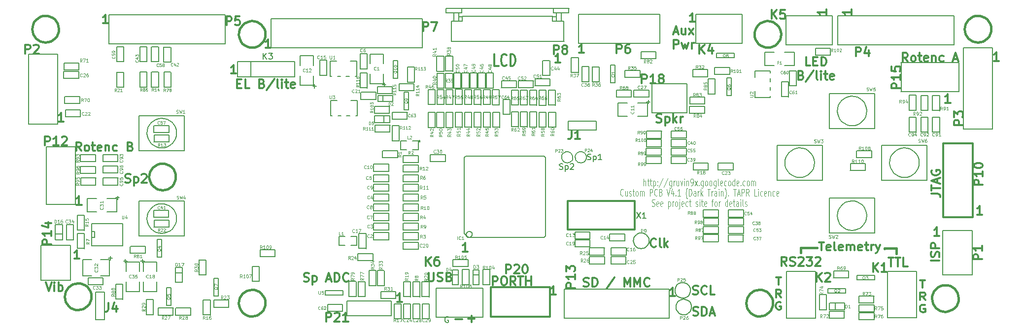
<source format=gto>
G04 (created by PCBNEW-RS274X (2011-07-08 BZR 3044)-stable) date 12/10/2011 23:54:17*
G01*
G70*
G90*
%MOIN*%
G04 Gerber Fmt 3.4, Leading zero omitted, Abs format*
%FSLAX34Y34*%
G04 APERTURE LIST*
%ADD10C,0.020000*%
%ADD11C,0.007900*%
%ADD12C,0.012000*%
%ADD13C,0.003900*%
%ADD14C,0.015000*%
%ADD15C,0.005000*%
%ADD16C,0.008000*%
%ADD17C,0.007500*%
%ADD18C,0.011800*%
%ADD19C,0.006000*%
%ADD20C,0.004300*%
%ADD21C,0.004000*%
G04 APERTURE END LIST*
G54D10*
G54D11*
X40753Y-32914D02*
X40716Y-32895D01*
X40659Y-32895D01*
X40603Y-32914D01*
X40566Y-32952D01*
X40547Y-32989D01*
X40528Y-33064D01*
X40528Y-33121D01*
X40547Y-33196D01*
X40566Y-33233D01*
X40603Y-33271D01*
X40659Y-33289D01*
X40697Y-33289D01*
X40753Y-33271D01*
X40772Y-33252D01*
X40772Y-33121D01*
X40697Y-33121D01*
G54D12*
X41248Y-33074D02*
X41705Y-33074D01*
X39428Y-29920D02*
X39428Y-30398D01*
X39456Y-30454D01*
X39485Y-30483D01*
X39542Y-30511D01*
X39656Y-30511D01*
X39714Y-30483D01*
X39742Y-30454D01*
X39771Y-30398D01*
X39771Y-29920D01*
X40028Y-30483D02*
X40114Y-30511D01*
X40257Y-30511D01*
X40314Y-30483D01*
X40343Y-30454D01*
X40371Y-30398D01*
X40371Y-30342D01*
X40343Y-30286D01*
X40314Y-30257D01*
X40257Y-30229D01*
X40143Y-30201D01*
X40085Y-30173D01*
X40057Y-30145D01*
X40028Y-30089D01*
X40028Y-30032D01*
X40057Y-29976D01*
X40085Y-29948D01*
X40143Y-29920D01*
X40285Y-29920D01*
X40371Y-29948D01*
X40828Y-30201D02*
X40914Y-30229D01*
X40942Y-30257D01*
X40971Y-30314D01*
X40971Y-30398D01*
X40942Y-30454D01*
X40914Y-30483D01*
X40856Y-30511D01*
X40628Y-30511D01*
X40628Y-29920D01*
X40828Y-29920D01*
X40885Y-29948D01*
X40914Y-29976D01*
X40942Y-30032D01*
X40942Y-30089D01*
X40914Y-30145D01*
X40885Y-30173D01*
X40828Y-30201D01*
X40628Y-30201D01*
X42091Y-33049D02*
X42548Y-33049D01*
X42319Y-33274D02*
X42319Y-32823D01*
G54D13*
X53980Y-24030D02*
X53980Y-23558D01*
X54115Y-24030D02*
X54115Y-23783D01*
X54100Y-23738D01*
X54070Y-23715D01*
X54025Y-23715D01*
X53995Y-23738D01*
X53980Y-23760D01*
X54220Y-23715D02*
X54340Y-23715D01*
X54265Y-23558D02*
X54265Y-23963D01*
X54280Y-24008D01*
X54310Y-24030D01*
X54340Y-24030D01*
X54400Y-23715D02*
X54520Y-23715D01*
X54445Y-23558D02*
X54445Y-23963D01*
X54460Y-24008D01*
X54490Y-24030D01*
X54520Y-24030D01*
X54625Y-23715D02*
X54625Y-24187D01*
X54625Y-23738D02*
X54655Y-23715D01*
X54715Y-23715D01*
X54745Y-23738D01*
X54760Y-23760D01*
X54775Y-23805D01*
X54775Y-23940D01*
X54760Y-23985D01*
X54745Y-24008D01*
X54715Y-24030D01*
X54655Y-24030D01*
X54625Y-24008D01*
X54910Y-23985D02*
X54925Y-24008D01*
X54910Y-24030D01*
X54895Y-24008D01*
X54910Y-23985D01*
X54910Y-24030D01*
X54910Y-23738D02*
X54925Y-23760D01*
X54910Y-23783D01*
X54895Y-23760D01*
X54910Y-23738D01*
X54910Y-23783D01*
X55285Y-23536D02*
X55015Y-24142D01*
X55615Y-23536D02*
X55345Y-24142D01*
X55855Y-23715D02*
X55855Y-24097D01*
X55840Y-24142D01*
X55825Y-24165D01*
X55795Y-24187D01*
X55750Y-24187D01*
X55720Y-24165D01*
X55855Y-24008D02*
X55825Y-24030D01*
X55765Y-24030D01*
X55735Y-24008D01*
X55720Y-23985D01*
X55705Y-23940D01*
X55705Y-23805D01*
X55720Y-23760D01*
X55735Y-23738D01*
X55765Y-23715D01*
X55825Y-23715D01*
X55855Y-23738D01*
X56005Y-24030D02*
X56005Y-23715D01*
X56005Y-23805D02*
X56020Y-23760D01*
X56035Y-23738D01*
X56065Y-23715D01*
X56095Y-23715D01*
X56335Y-23715D02*
X56335Y-24030D01*
X56200Y-23715D02*
X56200Y-23963D01*
X56215Y-24008D01*
X56245Y-24030D01*
X56290Y-24030D01*
X56320Y-24008D01*
X56335Y-23985D01*
X56455Y-23715D02*
X56530Y-24030D01*
X56605Y-23715D01*
X56725Y-24030D02*
X56725Y-23715D01*
X56725Y-23558D02*
X56710Y-23581D01*
X56725Y-23603D01*
X56740Y-23581D01*
X56725Y-23558D01*
X56725Y-23603D01*
X56875Y-23715D02*
X56875Y-24030D01*
X56875Y-23760D02*
X56890Y-23738D01*
X56920Y-23715D01*
X56965Y-23715D01*
X56995Y-23738D01*
X57010Y-23783D01*
X57010Y-24030D01*
X57175Y-24030D02*
X57235Y-24030D01*
X57265Y-24008D01*
X57280Y-23985D01*
X57310Y-23918D01*
X57325Y-23828D01*
X57325Y-23648D01*
X57310Y-23603D01*
X57295Y-23581D01*
X57265Y-23558D01*
X57205Y-23558D01*
X57175Y-23581D01*
X57160Y-23603D01*
X57145Y-23648D01*
X57145Y-23760D01*
X57160Y-23805D01*
X57175Y-23828D01*
X57205Y-23850D01*
X57265Y-23850D01*
X57295Y-23828D01*
X57310Y-23805D01*
X57325Y-23760D01*
X57430Y-24030D02*
X57595Y-23715D01*
X57430Y-23715D02*
X57595Y-24030D01*
X57715Y-23985D02*
X57730Y-24008D01*
X57715Y-24030D01*
X57700Y-24008D01*
X57715Y-23985D01*
X57715Y-24030D01*
X58000Y-23715D02*
X58000Y-24097D01*
X57985Y-24142D01*
X57970Y-24165D01*
X57940Y-24187D01*
X57895Y-24187D01*
X57865Y-24165D01*
X58000Y-24008D02*
X57970Y-24030D01*
X57910Y-24030D01*
X57880Y-24008D01*
X57865Y-23985D01*
X57850Y-23940D01*
X57850Y-23805D01*
X57865Y-23760D01*
X57880Y-23738D01*
X57910Y-23715D01*
X57970Y-23715D01*
X58000Y-23738D01*
X58195Y-24030D02*
X58165Y-24008D01*
X58150Y-23985D01*
X58135Y-23940D01*
X58135Y-23805D01*
X58150Y-23760D01*
X58165Y-23738D01*
X58195Y-23715D01*
X58240Y-23715D01*
X58270Y-23738D01*
X58285Y-23760D01*
X58300Y-23805D01*
X58300Y-23940D01*
X58285Y-23985D01*
X58270Y-24008D01*
X58240Y-24030D01*
X58195Y-24030D01*
X58480Y-24030D02*
X58450Y-24008D01*
X58435Y-23985D01*
X58420Y-23940D01*
X58420Y-23805D01*
X58435Y-23760D01*
X58450Y-23738D01*
X58480Y-23715D01*
X58525Y-23715D01*
X58555Y-23738D01*
X58570Y-23760D01*
X58585Y-23805D01*
X58585Y-23940D01*
X58570Y-23985D01*
X58555Y-24008D01*
X58525Y-24030D01*
X58480Y-24030D01*
X58855Y-23715D02*
X58855Y-24097D01*
X58840Y-24142D01*
X58825Y-24165D01*
X58795Y-24187D01*
X58750Y-24187D01*
X58720Y-24165D01*
X58855Y-24008D02*
X58825Y-24030D01*
X58765Y-24030D01*
X58735Y-24008D01*
X58720Y-23985D01*
X58705Y-23940D01*
X58705Y-23805D01*
X58720Y-23760D01*
X58735Y-23738D01*
X58765Y-23715D01*
X58825Y-23715D01*
X58855Y-23738D01*
X59050Y-24030D02*
X59020Y-24008D01*
X59005Y-23963D01*
X59005Y-23558D01*
X59290Y-24008D02*
X59260Y-24030D01*
X59200Y-24030D01*
X59170Y-24008D01*
X59155Y-23963D01*
X59155Y-23783D01*
X59170Y-23738D01*
X59200Y-23715D01*
X59260Y-23715D01*
X59290Y-23738D01*
X59305Y-23783D01*
X59305Y-23828D01*
X59155Y-23873D01*
X59575Y-24008D02*
X59545Y-24030D01*
X59485Y-24030D01*
X59455Y-24008D01*
X59440Y-23985D01*
X59425Y-23940D01*
X59425Y-23805D01*
X59440Y-23760D01*
X59455Y-23738D01*
X59485Y-23715D01*
X59545Y-23715D01*
X59575Y-23738D01*
X59755Y-24030D02*
X59725Y-24008D01*
X59710Y-23985D01*
X59695Y-23940D01*
X59695Y-23805D01*
X59710Y-23760D01*
X59725Y-23738D01*
X59755Y-23715D01*
X59800Y-23715D01*
X59830Y-23738D01*
X59845Y-23760D01*
X59860Y-23805D01*
X59860Y-23940D01*
X59845Y-23985D01*
X59830Y-24008D01*
X59800Y-24030D01*
X59755Y-24030D01*
X60130Y-24030D02*
X60130Y-23558D01*
X60130Y-24008D02*
X60100Y-24030D01*
X60040Y-24030D01*
X60010Y-24008D01*
X59995Y-23985D01*
X59980Y-23940D01*
X59980Y-23805D01*
X59995Y-23760D01*
X60010Y-23738D01*
X60040Y-23715D01*
X60100Y-23715D01*
X60130Y-23738D01*
X60400Y-24008D02*
X60370Y-24030D01*
X60310Y-24030D01*
X60280Y-24008D01*
X60265Y-23963D01*
X60265Y-23783D01*
X60280Y-23738D01*
X60310Y-23715D01*
X60370Y-23715D01*
X60400Y-23738D01*
X60415Y-23783D01*
X60415Y-23828D01*
X60265Y-23873D01*
X60550Y-23985D02*
X60565Y-24008D01*
X60550Y-24030D01*
X60535Y-24008D01*
X60550Y-23985D01*
X60550Y-24030D01*
X60835Y-24008D02*
X60805Y-24030D01*
X60745Y-24030D01*
X60715Y-24008D01*
X60700Y-23985D01*
X60685Y-23940D01*
X60685Y-23805D01*
X60700Y-23760D01*
X60715Y-23738D01*
X60745Y-23715D01*
X60805Y-23715D01*
X60835Y-23738D01*
X61015Y-24030D02*
X60985Y-24008D01*
X60970Y-23985D01*
X60955Y-23940D01*
X60955Y-23805D01*
X60970Y-23760D01*
X60985Y-23738D01*
X61015Y-23715D01*
X61060Y-23715D01*
X61090Y-23738D01*
X61105Y-23760D01*
X61120Y-23805D01*
X61120Y-23940D01*
X61105Y-23985D01*
X61090Y-24008D01*
X61060Y-24030D01*
X61015Y-24030D01*
X61255Y-24030D02*
X61255Y-23715D01*
X61255Y-23760D02*
X61270Y-23738D01*
X61300Y-23715D01*
X61345Y-23715D01*
X61375Y-23738D01*
X61390Y-23783D01*
X61390Y-24030D01*
X61390Y-23783D02*
X61405Y-23738D01*
X61435Y-23715D01*
X61480Y-23715D01*
X61510Y-23738D01*
X61525Y-23783D01*
X61525Y-24030D01*
X52592Y-24684D02*
X52577Y-24707D01*
X52532Y-24729D01*
X52502Y-24729D01*
X52457Y-24707D01*
X52427Y-24662D01*
X52412Y-24617D01*
X52397Y-24527D01*
X52397Y-24459D01*
X52412Y-24369D01*
X52427Y-24324D01*
X52457Y-24280D01*
X52502Y-24257D01*
X52532Y-24257D01*
X52577Y-24280D01*
X52592Y-24302D01*
X52862Y-24414D02*
X52862Y-24729D01*
X52727Y-24414D02*
X52727Y-24662D01*
X52742Y-24707D01*
X52772Y-24729D01*
X52817Y-24729D01*
X52847Y-24707D01*
X52862Y-24684D01*
X52997Y-24707D02*
X53027Y-24729D01*
X53087Y-24729D01*
X53117Y-24707D01*
X53132Y-24662D01*
X53132Y-24639D01*
X53117Y-24594D01*
X53087Y-24572D01*
X53042Y-24572D01*
X53012Y-24549D01*
X52997Y-24504D01*
X52997Y-24482D01*
X53012Y-24437D01*
X53042Y-24414D01*
X53087Y-24414D01*
X53117Y-24437D01*
X53222Y-24414D02*
X53342Y-24414D01*
X53267Y-24257D02*
X53267Y-24662D01*
X53282Y-24707D01*
X53312Y-24729D01*
X53342Y-24729D01*
X53492Y-24729D02*
X53462Y-24707D01*
X53447Y-24684D01*
X53432Y-24639D01*
X53432Y-24504D01*
X53447Y-24459D01*
X53462Y-24437D01*
X53492Y-24414D01*
X53537Y-24414D01*
X53567Y-24437D01*
X53582Y-24459D01*
X53597Y-24504D01*
X53597Y-24639D01*
X53582Y-24684D01*
X53567Y-24707D01*
X53537Y-24729D01*
X53492Y-24729D01*
X53732Y-24729D02*
X53732Y-24414D01*
X53732Y-24459D02*
X53747Y-24437D01*
X53777Y-24414D01*
X53822Y-24414D01*
X53852Y-24437D01*
X53867Y-24482D01*
X53867Y-24729D01*
X53867Y-24482D02*
X53882Y-24437D01*
X53912Y-24414D01*
X53957Y-24414D01*
X53987Y-24437D01*
X54002Y-24482D01*
X54002Y-24729D01*
X54392Y-24729D02*
X54392Y-24257D01*
X54512Y-24257D01*
X54542Y-24280D01*
X54557Y-24302D01*
X54572Y-24347D01*
X54572Y-24414D01*
X54557Y-24459D01*
X54542Y-24482D01*
X54512Y-24504D01*
X54392Y-24504D01*
X54887Y-24684D02*
X54872Y-24707D01*
X54827Y-24729D01*
X54797Y-24729D01*
X54752Y-24707D01*
X54722Y-24662D01*
X54707Y-24617D01*
X54692Y-24527D01*
X54692Y-24459D01*
X54707Y-24369D01*
X54722Y-24324D01*
X54752Y-24280D01*
X54797Y-24257D01*
X54827Y-24257D01*
X54872Y-24280D01*
X54887Y-24302D01*
X55127Y-24482D02*
X55172Y-24504D01*
X55187Y-24527D01*
X55202Y-24572D01*
X55202Y-24639D01*
X55187Y-24684D01*
X55172Y-24707D01*
X55142Y-24729D01*
X55022Y-24729D01*
X55022Y-24257D01*
X55127Y-24257D01*
X55157Y-24280D01*
X55172Y-24302D01*
X55187Y-24347D01*
X55187Y-24392D01*
X55172Y-24437D01*
X55157Y-24459D01*
X55127Y-24482D01*
X55022Y-24482D01*
X55532Y-24257D02*
X55637Y-24729D01*
X55742Y-24257D01*
X55982Y-24414D02*
X55982Y-24729D01*
X55907Y-24235D02*
X55832Y-24572D01*
X56027Y-24572D01*
X56147Y-24684D02*
X56162Y-24707D01*
X56147Y-24729D01*
X56132Y-24707D01*
X56147Y-24684D01*
X56147Y-24729D01*
X56462Y-24729D02*
X56282Y-24729D01*
X56372Y-24729D02*
X56372Y-24257D01*
X56342Y-24324D01*
X56312Y-24369D01*
X56282Y-24392D01*
X56927Y-24909D02*
X56912Y-24886D01*
X56882Y-24819D01*
X56867Y-24774D01*
X56852Y-24707D01*
X56837Y-24594D01*
X56837Y-24504D01*
X56852Y-24392D01*
X56867Y-24324D01*
X56882Y-24280D01*
X56912Y-24212D01*
X56927Y-24190D01*
X57047Y-24729D02*
X57047Y-24257D01*
X57122Y-24257D01*
X57167Y-24280D01*
X57197Y-24324D01*
X57212Y-24369D01*
X57227Y-24459D01*
X57227Y-24527D01*
X57212Y-24617D01*
X57197Y-24662D01*
X57167Y-24707D01*
X57122Y-24729D01*
X57047Y-24729D01*
X57497Y-24729D02*
X57497Y-24482D01*
X57482Y-24437D01*
X57452Y-24414D01*
X57392Y-24414D01*
X57362Y-24437D01*
X57497Y-24707D02*
X57467Y-24729D01*
X57392Y-24729D01*
X57362Y-24707D01*
X57347Y-24662D01*
X57347Y-24617D01*
X57362Y-24572D01*
X57392Y-24549D01*
X57467Y-24549D01*
X57497Y-24527D01*
X57647Y-24729D02*
X57647Y-24414D01*
X57647Y-24504D02*
X57662Y-24459D01*
X57677Y-24437D01*
X57707Y-24414D01*
X57737Y-24414D01*
X57842Y-24729D02*
X57842Y-24257D01*
X57872Y-24549D02*
X57962Y-24729D01*
X57962Y-24414D02*
X57842Y-24594D01*
X58292Y-24257D02*
X58472Y-24257D01*
X58382Y-24729D02*
X58382Y-24257D01*
X58577Y-24729D02*
X58577Y-24414D01*
X58577Y-24504D02*
X58592Y-24459D01*
X58607Y-24437D01*
X58637Y-24414D01*
X58667Y-24414D01*
X58907Y-24729D02*
X58907Y-24482D01*
X58892Y-24437D01*
X58862Y-24414D01*
X58802Y-24414D01*
X58772Y-24437D01*
X58907Y-24707D02*
X58877Y-24729D01*
X58802Y-24729D01*
X58772Y-24707D01*
X58757Y-24662D01*
X58757Y-24617D01*
X58772Y-24572D01*
X58802Y-24549D01*
X58877Y-24549D01*
X58907Y-24527D01*
X59057Y-24729D02*
X59057Y-24414D01*
X59057Y-24257D02*
X59042Y-24280D01*
X59057Y-24302D01*
X59072Y-24280D01*
X59057Y-24257D01*
X59057Y-24302D01*
X59207Y-24414D02*
X59207Y-24729D01*
X59207Y-24459D02*
X59222Y-24437D01*
X59252Y-24414D01*
X59297Y-24414D01*
X59327Y-24437D01*
X59342Y-24482D01*
X59342Y-24729D01*
X59462Y-24909D02*
X59477Y-24886D01*
X59507Y-24819D01*
X59522Y-24774D01*
X59537Y-24707D01*
X59552Y-24594D01*
X59552Y-24504D01*
X59537Y-24392D01*
X59522Y-24324D01*
X59507Y-24280D01*
X59477Y-24212D01*
X59462Y-24190D01*
X59702Y-24684D02*
X59717Y-24707D01*
X59702Y-24729D01*
X59687Y-24707D01*
X59702Y-24684D01*
X59702Y-24729D01*
X60047Y-24257D02*
X60227Y-24257D01*
X60137Y-24729D02*
X60137Y-24257D01*
X60317Y-24594D02*
X60467Y-24594D01*
X60287Y-24729D02*
X60392Y-24257D01*
X60497Y-24729D01*
X60602Y-24729D02*
X60602Y-24257D01*
X60722Y-24257D01*
X60752Y-24280D01*
X60767Y-24302D01*
X60782Y-24347D01*
X60782Y-24414D01*
X60767Y-24459D01*
X60752Y-24482D01*
X60722Y-24504D01*
X60602Y-24504D01*
X61097Y-24729D02*
X60992Y-24504D01*
X60917Y-24729D02*
X60917Y-24257D01*
X61037Y-24257D01*
X61067Y-24280D01*
X61082Y-24302D01*
X61097Y-24347D01*
X61097Y-24414D01*
X61082Y-24459D01*
X61067Y-24482D01*
X61037Y-24504D01*
X60917Y-24504D01*
X61622Y-24729D02*
X61472Y-24729D01*
X61472Y-24257D01*
X61727Y-24729D02*
X61727Y-24414D01*
X61727Y-24257D02*
X61712Y-24280D01*
X61727Y-24302D01*
X61742Y-24280D01*
X61727Y-24257D01*
X61727Y-24302D01*
X62012Y-24707D02*
X61982Y-24729D01*
X61922Y-24729D01*
X61892Y-24707D01*
X61877Y-24684D01*
X61862Y-24639D01*
X61862Y-24504D01*
X61877Y-24459D01*
X61892Y-24437D01*
X61922Y-24414D01*
X61982Y-24414D01*
X62012Y-24437D01*
X62267Y-24707D02*
X62237Y-24729D01*
X62177Y-24729D01*
X62147Y-24707D01*
X62132Y-24662D01*
X62132Y-24482D01*
X62147Y-24437D01*
X62177Y-24414D01*
X62237Y-24414D01*
X62267Y-24437D01*
X62282Y-24482D01*
X62282Y-24527D01*
X62132Y-24572D01*
X62417Y-24414D02*
X62417Y-24729D01*
X62417Y-24459D02*
X62432Y-24437D01*
X62462Y-24414D01*
X62507Y-24414D01*
X62537Y-24437D01*
X62552Y-24482D01*
X62552Y-24729D01*
X62837Y-24707D02*
X62807Y-24729D01*
X62747Y-24729D01*
X62717Y-24707D01*
X62702Y-24684D01*
X62687Y-24639D01*
X62687Y-24504D01*
X62702Y-24459D01*
X62717Y-24437D01*
X62747Y-24414D01*
X62807Y-24414D01*
X62837Y-24437D01*
X63092Y-24707D02*
X63062Y-24729D01*
X63002Y-24729D01*
X62972Y-24707D01*
X62957Y-24662D01*
X62957Y-24482D01*
X62972Y-24437D01*
X63002Y-24414D01*
X63062Y-24414D01*
X63092Y-24437D01*
X63107Y-24482D01*
X63107Y-24527D01*
X62957Y-24572D01*
X54542Y-25406D02*
X54587Y-25428D01*
X54662Y-25428D01*
X54692Y-25406D01*
X54707Y-25383D01*
X54722Y-25338D01*
X54722Y-25293D01*
X54707Y-25248D01*
X54692Y-25226D01*
X54662Y-25203D01*
X54602Y-25181D01*
X54572Y-25158D01*
X54557Y-25136D01*
X54542Y-25091D01*
X54542Y-25046D01*
X54557Y-25001D01*
X54572Y-24979D01*
X54602Y-24956D01*
X54677Y-24956D01*
X54722Y-24979D01*
X54977Y-25406D02*
X54947Y-25428D01*
X54887Y-25428D01*
X54857Y-25406D01*
X54842Y-25361D01*
X54842Y-25181D01*
X54857Y-25136D01*
X54887Y-25113D01*
X54947Y-25113D01*
X54977Y-25136D01*
X54992Y-25181D01*
X54992Y-25226D01*
X54842Y-25271D01*
X55247Y-25406D02*
X55217Y-25428D01*
X55157Y-25428D01*
X55127Y-25406D01*
X55112Y-25361D01*
X55112Y-25181D01*
X55127Y-25136D01*
X55157Y-25113D01*
X55217Y-25113D01*
X55247Y-25136D01*
X55262Y-25181D01*
X55262Y-25226D01*
X55112Y-25271D01*
X55637Y-25113D02*
X55637Y-25585D01*
X55637Y-25136D02*
X55667Y-25113D01*
X55727Y-25113D01*
X55757Y-25136D01*
X55772Y-25158D01*
X55787Y-25203D01*
X55787Y-25338D01*
X55772Y-25383D01*
X55757Y-25406D01*
X55727Y-25428D01*
X55667Y-25428D01*
X55637Y-25406D01*
X55922Y-25428D02*
X55922Y-25113D01*
X55922Y-25203D02*
X55937Y-25158D01*
X55952Y-25136D01*
X55982Y-25113D01*
X56012Y-25113D01*
X56162Y-25428D02*
X56132Y-25406D01*
X56117Y-25383D01*
X56102Y-25338D01*
X56102Y-25203D01*
X56117Y-25158D01*
X56132Y-25136D01*
X56162Y-25113D01*
X56207Y-25113D01*
X56237Y-25136D01*
X56252Y-25158D01*
X56267Y-25203D01*
X56267Y-25338D01*
X56252Y-25383D01*
X56237Y-25406D01*
X56207Y-25428D01*
X56162Y-25428D01*
X56402Y-25113D02*
X56402Y-25518D01*
X56387Y-25563D01*
X56357Y-25585D01*
X56342Y-25585D01*
X56402Y-24956D02*
X56387Y-24979D01*
X56402Y-25001D01*
X56417Y-24979D01*
X56402Y-24956D01*
X56402Y-25001D01*
X56672Y-25406D02*
X56642Y-25428D01*
X56582Y-25428D01*
X56552Y-25406D01*
X56537Y-25361D01*
X56537Y-25181D01*
X56552Y-25136D01*
X56582Y-25113D01*
X56642Y-25113D01*
X56672Y-25136D01*
X56687Y-25181D01*
X56687Y-25226D01*
X56537Y-25271D01*
X56957Y-25406D02*
X56927Y-25428D01*
X56867Y-25428D01*
X56837Y-25406D01*
X56822Y-25383D01*
X56807Y-25338D01*
X56807Y-25203D01*
X56822Y-25158D01*
X56837Y-25136D01*
X56867Y-25113D01*
X56927Y-25113D01*
X56957Y-25136D01*
X57047Y-25113D02*
X57167Y-25113D01*
X57092Y-24956D02*
X57092Y-25361D01*
X57107Y-25406D01*
X57137Y-25428D01*
X57167Y-25428D01*
X57497Y-25406D02*
X57527Y-25428D01*
X57587Y-25428D01*
X57617Y-25406D01*
X57632Y-25361D01*
X57632Y-25338D01*
X57617Y-25293D01*
X57587Y-25271D01*
X57542Y-25271D01*
X57512Y-25248D01*
X57497Y-25203D01*
X57497Y-25181D01*
X57512Y-25136D01*
X57542Y-25113D01*
X57587Y-25113D01*
X57617Y-25136D01*
X57767Y-25428D02*
X57767Y-25113D01*
X57767Y-24956D02*
X57752Y-24979D01*
X57767Y-25001D01*
X57782Y-24979D01*
X57767Y-24956D01*
X57767Y-25001D01*
X57872Y-25113D02*
X57992Y-25113D01*
X57917Y-24956D02*
X57917Y-25361D01*
X57932Y-25406D01*
X57962Y-25428D01*
X57992Y-25428D01*
X58217Y-25406D02*
X58187Y-25428D01*
X58127Y-25428D01*
X58097Y-25406D01*
X58082Y-25361D01*
X58082Y-25181D01*
X58097Y-25136D01*
X58127Y-25113D01*
X58187Y-25113D01*
X58217Y-25136D01*
X58232Y-25181D01*
X58232Y-25226D01*
X58082Y-25271D01*
X58562Y-25113D02*
X58682Y-25113D01*
X58607Y-25428D02*
X58607Y-25023D01*
X58622Y-24979D01*
X58652Y-24956D01*
X58682Y-24956D01*
X58832Y-25428D02*
X58802Y-25406D01*
X58787Y-25383D01*
X58772Y-25338D01*
X58772Y-25203D01*
X58787Y-25158D01*
X58802Y-25136D01*
X58832Y-25113D01*
X58877Y-25113D01*
X58907Y-25136D01*
X58922Y-25158D01*
X58937Y-25203D01*
X58937Y-25338D01*
X58922Y-25383D01*
X58907Y-25406D01*
X58877Y-25428D01*
X58832Y-25428D01*
X59072Y-25428D02*
X59072Y-25113D01*
X59072Y-25203D02*
X59087Y-25158D01*
X59102Y-25136D01*
X59132Y-25113D01*
X59162Y-25113D01*
X59642Y-25428D02*
X59642Y-24956D01*
X59642Y-25406D02*
X59612Y-25428D01*
X59552Y-25428D01*
X59522Y-25406D01*
X59507Y-25383D01*
X59492Y-25338D01*
X59492Y-25203D01*
X59507Y-25158D01*
X59522Y-25136D01*
X59552Y-25113D01*
X59612Y-25113D01*
X59642Y-25136D01*
X59912Y-25406D02*
X59882Y-25428D01*
X59822Y-25428D01*
X59792Y-25406D01*
X59777Y-25361D01*
X59777Y-25181D01*
X59792Y-25136D01*
X59822Y-25113D01*
X59882Y-25113D01*
X59912Y-25136D01*
X59927Y-25181D01*
X59927Y-25226D01*
X59777Y-25271D01*
X60017Y-25113D02*
X60137Y-25113D01*
X60062Y-24956D02*
X60062Y-25361D01*
X60077Y-25406D01*
X60107Y-25428D01*
X60137Y-25428D01*
X60377Y-25428D02*
X60377Y-25181D01*
X60362Y-25136D01*
X60332Y-25113D01*
X60272Y-25113D01*
X60242Y-25136D01*
X60377Y-25406D02*
X60347Y-25428D01*
X60272Y-25428D01*
X60242Y-25406D01*
X60227Y-25361D01*
X60227Y-25316D01*
X60242Y-25271D01*
X60272Y-25248D01*
X60347Y-25248D01*
X60377Y-25226D01*
X60527Y-25428D02*
X60527Y-25113D01*
X60527Y-24956D02*
X60512Y-24979D01*
X60527Y-25001D01*
X60542Y-24979D01*
X60527Y-24956D01*
X60527Y-25001D01*
X60722Y-25428D02*
X60692Y-25406D01*
X60677Y-25361D01*
X60677Y-24956D01*
X60827Y-25406D02*
X60857Y-25428D01*
X60917Y-25428D01*
X60947Y-25406D01*
X60962Y-25361D01*
X60962Y-25338D01*
X60947Y-25293D01*
X60917Y-25271D01*
X60872Y-25271D01*
X60842Y-25248D01*
X60827Y-25203D01*
X60827Y-25181D01*
X60842Y-25136D01*
X60872Y-25113D01*
X60917Y-25113D01*
X60947Y-25136D01*
G54D12*
X65245Y-15916D02*
X64959Y-15916D01*
X64959Y-15325D01*
X65445Y-15606D02*
X65645Y-15606D01*
X65731Y-15916D02*
X65445Y-15916D01*
X65445Y-15325D01*
X65731Y-15325D01*
X65988Y-15916D02*
X65988Y-15325D01*
X66131Y-15325D01*
X66216Y-15353D01*
X66274Y-15409D01*
X66302Y-15465D01*
X66331Y-15578D01*
X66331Y-15662D01*
X66302Y-15775D01*
X66274Y-15831D01*
X66216Y-15888D01*
X66131Y-15916D01*
X65988Y-15916D01*
X64630Y-16553D02*
X64716Y-16581D01*
X64744Y-16609D01*
X64773Y-16666D01*
X64773Y-16750D01*
X64744Y-16806D01*
X64716Y-16835D01*
X64658Y-16863D01*
X64430Y-16863D01*
X64430Y-16272D01*
X64630Y-16272D01*
X64687Y-16300D01*
X64716Y-16328D01*
X64744Y-16384D01*
X64744Y-16441D01*
X64716Y-16497D01*
X64687Y-16525D01*
X64630Y-16553D01*
X64430Y-16553D01*
X65458Y-16244D02*
X64944Y-17003D01*
X65745Y-16863D02*
X65687Y-16835D01*
X65659Y-16778D01*
X65659Y-16272D01*
X65973Y-16863D02*
X65973Y-16469D01*
X65973Y-16272D02*
X65944Y-16300D01*
X65973Y-16328D01*
X66001Y-16300D01*
X65973Y-16272D01*
X65973Y-16328D01*
X66173Y-16469D02*
X66402Y-16469D01*
X66259Y-16272D02*
X66259Y-16778D01*
X66287Y-16835D01*
X66345Y-16863D01*
X66402Y-16863D01*
X66830Y-16835D02*
X66773Y-16863D01*
X66659Y-16863D01*
X66602Y-16835D01*
X66573Y-16778D01*
X66573Y-16553D01*
X66602Y-16497D01*
X66659Y-16469D01*
X66773Y-16469D01*
X66830Y-16497D01*
X66859Y-16553D01*
X66859Y-16609D01*
X66573Y-16666D01*
X66330Y-12115D02*
X66330Y-12458D01*
X66330Y-12286D02*
X65739Y-12286D01*
X65823Y-12343D01*
X65879Y-12401D01*
X65908Y-12458D01*
G54D14*
X64606Y-28228D02*
X65709Y-28228D01*
X64606Y-28583D02*
X64606Y-28228D01*
X70276Y-28268D02*
X70276Y-28307D01*
X71063Y-28268D02*
X70276Y-28268D01*
X71063Y-28622D02*
X71063Y-28268D01*
G54D12*
X65828Y-27861D02*
X66171Y-27861D01*
X66000Y-28412D02*
X66000Y-27861D01*
X66599Y-28385D02*
X66542Y-28412D01*
X66428Y-28412D01*
X66371Y-28385D01*
X66342Y-28333D01*
X66342Y-28123D01*
X66371Y-28070D01*
X66428Y-28044D01*
X66542Y-28044D01*
X66599Y-28070D01*
X66628Y-28123D01*
X66628Y-28175D01*
X66342Y-28228D01*
X66971Y-28412D02*
X66913Y-28385D01*
X66885Y-28333D01*
X66885Y-27861D01*
X67427Y-28385D02*
X67370Y-28412D01*
X67256Y-28412D01*
X67199Y-28385D01*
X67170Y-28333D01*
X67170Y-28123D01*
X67199Y-28070D01*
X67256Y-28044D01*
X67370Y-28044D01*
X67427Y-28070D01*
X67456Y-28123D01*
X67456Y-28175D01*
X67170Y-28228D01*
X67713Y-28412D02*
X67713Y-28044D01*
X67713Y-28097D02*
X67741Y-28070D01*
X67799Y-28044D01*
X67884Y-28044D01*
X67941Y-28070D01*
X67970Y-28123D01*
X67970Y-28412D01*
X67970Y-28123D02*
X67999Y-28070D01*
X68056Y-28044D01*
X68141Y-28044D01*
X68199Y-28070D01*
X68227Y-28123D01*
X68227Y-28412D01*
X68741Y-28385D02*
X68684Y-28412D01*
X68570Y-28412D01*
X68513Y-28385D01*
X68484Y-28333D01*
X68484Y-28123D01*
X68513Y-28070D01*
X68570Y-28044D01*
X68684Y-28044D01*
X68741Y-28070D01*
X68770Y-28123D01*
X68770Y-28175D01*
X68484Y-28228D01*
X68941Y-28044D02*
X69170Y-28044D01*
X69027Y-27861D02*
X69027Y-28333D01*
X69055Y-28385D01*
X69113Y-28412D01*
X69170Y-28412D01*
X69370Y-28412D02*
X69370Y-28044D01*
X69370Y-28149D02*
X69398Y-28097D01*
X69427Y-28070D01*
X69484Y-28044D01*
X69541Y-28044D01*
X69684Y-28044D02*
X69827Y-28412D01*
X69969Y-28044D02*
X69827Y-28412D01*
X69769Y-28543D01*
X69741Y-28569D01*
X69684Y-28595D01*
X72668Y-30419D02*
X73011Y-30419D01*
X72840Y-30931D02*
X72840Y-30419D01*
X73025Y-31767D02*
X72825Y-31523D01*
X72682Y-31767D02*
X72682Y-31255D01*
X72910Y-31255D01*
X72968Y-31280D01*
X72996Y-31304D01*
X73025Y-31353D01*
X73025Y-31426D01*
X72996Y-31475D01*
X72968Y-31499D01*
X72910Y-31523D01*
X72682Y-31523D01*
X72996Y-32116D02*
X72939Y-32091D01*
X72853Y-32091D01*
X72768Y-32116D01*
X72710Y-32164D01*
X72682Y-32213D01*
X72653Y-32311D01*
X72653Y-32384D01*
X72682Y-32481D01*
X72710Y-32530D01*
X72768Y-32579D01*
X72853Y-32603D01*
X72910Y-32603D01*
X72996Y-32579D01*
X73025Y-32554D01*
X73025Y-32384D01*
X72910Y-32384D01*
X62920Y-30238D02*
X63263Y-30238D01*
X63092Y-30750D02*
X63092Y-30238D01*
X63277Y-31586D02*
X63077Y-31342D01*
X62934Y-31586D02*
X62934Y-31074D01*
X63162Y-31074D01*
X63220Y-31099D01*
X63248Y-31123D01*
X63277Y-31172D01*
X63277Y-31245D01*
X63248Y-31294D01*
X63220Y-31318D01*
X63162Y-31342D01*
X62934Y-31342D01*
X63248Y-31935D02*
X63191Y-31910D01*
X63105Y-31910D01*
X63020Y-31935D01*
X62962Y-31983D01*
X62934Y-32032D01*
X62905Y-32130D01*
X62905Y-32203D01*
X62934Y-32300D01*
X62962Y-32349D01*
X63020Y-32398D01*
X63105Y-32422D01*
X63162Y-32422D01*
X63248Y-32398D01*
X63277Y-32373D01*
X63277Y-32203D01*
X63162Y-32203D01*
X18917Y-23802D02*
X19001Y-23830D01*
X19142Y-23830D01*
X19198Y-23802D01*
X19226Y-23773D01*
X19254Y-23717D01*
X19254Y-23661D01*
X19226Y-23605D01*
X19198Y-23576D01*
X19142Y-23548D01*
X19029Y-23520D01*
X18973Y-23492D01*
X18945Y-23464D01*
X18917Y-23408D01*
X18917Y-23351D01*
X18945Y-23295D01*
X18973Y-23267D01*
X19029Y-23239D01*
X19170Y-23239D01*
X19254Y-23267D01*
X19508Y-23436D02*
X19508Y-24027D01*
X19508Y-23464D02*
X19564Y-23436D01*
X19677Y-23436D01*
X19733Y-23464D01*
X19761Y-23492D01*
X19789Y-23548D01*
X19789Y-23717D01*
X19761Y-23773D01*
X19733Y-23802D01*
X19677Y-23830D01*
X19564Y-23830D01*
X19508Y-23802D01*
X20015Y-23295D02*
X20043Y-23267D01*
X20099Y-23239D01*
X20240Y-23239D01*
X20296Y-23267D01*
X20324Y-23295D01*
X20352Y-23351D01*
X20352Y-23408D01*
X20324Y-23492D01*
X19986Y-23830D01*
X20352Y-23830D01*
G54D11*
X50179Y-22263D02*
X50235Y-22281D01*
X50329Y-22281D01*
X50367Y-22263D01*
X50385Y-22244D01*
X50404Y-22206D01*
X50404Y-22169D01*
X50385Y-22131D01*
X50367Y-22113D01*
X50329Y-22094D01*
X50254Y-22075D01*
X50217Y-22056D01*
X50198Y-22038D01*
X50179Y-22000D01*
X50179Y-21963D01*
X50198Y-21925D01*
X50217Y-21906D01*
X50254Y-21887D01*
X50348Y-21887D01*
X50404Y-21906D01*
X50573Y-22019D02*
X50573Y-22413D01*
X50573Y-22038D02*
X50610Y-22019D01*
X50685Y-22019D01*
X50723Y-22038D01*
X50742Y-22056D01*
X50760Y-22094D01*
X50760Y-22206D01*
X50742Y-22244D01*
X50723Y-22263D01*
X50685Y-22281D01*
X50610Y-22281D01*
X50573Y-22263D01*
X51135Y-22281D02*
X50910Y-22281D01*
X51023Y-22281D02*
X51023Y-21887D01*
X50985Y-21944D01*
X50948Y-21981D01*
X50910Y-22000D01*
X48282Y-22909D02*
X48338Y-22927D01*
X48432Y-22927D01*
X48470Y-22909D01*
X48488Y-22890D01*
X48507Y-22852D01*
X48507Y-22815D01*
X48488Y-22777D01*
X48470Y-22759D01*
X48432Y-22740D01*
X48357Y-22721D01*
X48320Y-22702D01*
X48301Y-22684D01*
X48282Y-22646D01*
X48282Y-22609D01*
X48301Y-22571D01*
X48320Y-22552D01*
X48357Y-22533D01*
X48451Y-22533D01*
X48507Y-22552D01*
X48676Y-22665D02*
X48676Y-23059D01*
X48676Y-22684D02*
X48713Y-22665D01*
X48788Y-22665D01*
X48826Y-22684D01*
X48845Y-22702D01*
X48863Y-22740D01*
X48863Y-22852D01*
X48845Y-22890D01*
X48826Y-22909D01*
X48788Y-22927D01*
X48713Y-22927D01*
X48676Y-22909D01*
X49013Y-22571D02*
X49032Y-22552D01*
X49069Y-22533D01*
X49163Y-22533D01*
X49201Y-22552D01*
X49219Y-22571D01*
X49238Y-22609D01*
X49238Y-22646D01*
X49219Y-22702D01*
X48994Y-22927D01*
X49238Y-22927D01*
G54D12*
X57322Y-32798D02*
X57406Y-32826D01*
X57547Y-32826D01*
X57603Y-32798D01*
X57631Y-32769D01*
X57659Y-32713D01*
X57659Y-32657D01*
X57631Y-32601D01*
X57603Y-32572D01*
X57547Y-32544D01*
X57434Y-32516D01*
X57378Y-32488D01*
X57350Y-32460D01*
X57322Y-32404D01*
X57322Y-32347D01*
X57350Y-32291D01*
X57378Y-32263D01*
X57434Y-32235D01*
X57575Y-32235D01*
X57659Y-32263D01*
X57913Y-32826D02*
X57913Y-32235D01*
X58053Y-32235D01*
X58138Y-32263D01*
X58194Y-32319D01*
X58222Y-32375D01*
X58250Y-32488D01*
X58250Y-32572D01*
X58222Y-32685D01*
X58194Y-32741D01*
X58138Y-32798D01*
X58053Y-32826D01*
X57913Y-32826D01*
X58476Y-32657D02*
X58757Y-32657D01*
X58419Y-32826D02*
X58616Y-32235D01*
X58813Y-32826D01*
X57317Y-31368D02*
X57401Y-31396D01*
X57542Y-31396D01*
X57598Y-31368D01*
X57626Y-31339D01*
X57654Y-31283D01*
X57654Y-31227D01*
X57626Y-31171D01*
X57598Y-31142D01*
X57542Y-31114D01*
X57429Y-31086D01*
X57373Y-31058D01*
X57345Y-31030D01*
X57317Y-30974D01*
X57317Y-30917D01*
X57345Y-30861D01*
X57373Y-30833D01*
X57429Y-30805D01*
X57570Y-30805D01*
X57654Y-30833D01*
X58245Y-31339D02*
X58217Y-31368D01*
X58133Y-31396D01*
X58077Y-31396D01*
X57992Y-31368D01*
X57936Y-31311D01*
X57908Y-31255D01*
X57880Y-31142D01*
X57880Y-31058D01*
X57908Y-30945D01*
X57936Y-30889D01*
X57992Y-30833D01*
X58077Y-30805D01*
X58133Y-30805D01*
X58217Y-30833D01*
X58245Y-30861D01*
X58780Y-31396D02*
X58499Y-31396D01*
X58499Y-30805D01*
X43765Y-30767D02*
X43765Y-30176D01*
X43990Y-30176D01*
X44046Y-30204D01*
X44074Y-30232D01*
X44102Y-30288D01*
X44102Y-30373D01*
X44074Y-30429D01*
X44046Y-30457D01*
X43990Y-30485D01*
X43765Y-30485D01*
X44468Y-30176D02*
X44581Y-30176D01*
X44637Y-30204D01*
X44693Y-30260D01*
X44722Y-30373D01*
X44722Y-30570D01*
X44693Y-30682D01*
X44637Y-30739D01*
X44581Y-30767D01*
X44468Y-30767D01*
X44412Y-30739D01*
X44356Y-30682D01*
X44328Y-30570D01*
X44328Y-30373D01*
X44356Y-30260D01*
X44412Y-30204D01*
X44468Y-30176D01*
X45312Y-30767D02*
X45115Y-30485D01*
X44975Y-30767D02*
X44975Y-30176D01*
X45200Y-30176D01*
X45256Y-30204D01*
X45284Y-30232D01*
X45312Y-30288D01*
X45312Y-30373D01*
X45284Y-30429D01*
X45256Y-30457D01*
X45200Y-30485D01*
X44975Y-30485D01*
X45481Y-30176D02*
X45819Y-30176D01*
X45650Y-30767D02*
X45650Y-30176D01*
X46016Y-30767D02*
X46016Y-30176D01*
X46016Y-30457D02*
X46353Y-30457D01*
X46353Y-30767D02*
X46353Y-30176D01*
X30991Y-30498D02*
X31075Y-30526D01*
X31216Y-30526D01*
X31272Y-30498D01*
X31300Y-30469D01*
X31328Y-30413D01*
X31328Y-30357D01*
X31300Y-30301D01*
X31272Y-30272D01*
X31216Y-30244D01*
X31103Y-30216D01*
X31047Y-30188D01*
X31019Y-30160D01*
X30991Y-30104D01*
X30991Y-30047D01*
X31019Y-29991D01*
X31047Y-29963D01*
X31103Y-29935D01*
X31244Y-29935D01*
X31328Y-29963D01*
X31582Y-30132D02*
X31582Y-30723D01*
X31582Y-30160D02*
X31638Y-30132D01*
X31751Y-30132D01*
X31807Y-30160D01*
X31835Y-30188D01*
X31863Y-30244D01*
X31863Y-30413D01*
X31835Y-30469D01*
X31807Y-30498D01*
X31751Y-30526D01*
X31638Y-30526D01*
X31582Y-30498D01*
X32539Y-30357D02*
X32820Y-30357D01*
X32482Y-30526D02*
X32679Y-29935D01*
X32876Y-30526D01*
X33074Y-30526D02*
X33074Y-29935D01*
X33214Y-29935D01*
X33299Y-29963D01*
X33355Y-30019D01*
X33383Y-30075D01*
X33411Y-30188D01*
X33411Y-30272D01*
X33383Y-30385D01*
X33355Y-30441D01*
X33299Y-30498D01*
X33214Y-30526D01*
X33074Y-30526D01*
X34002Y-30469D02*
X33974Y-30498D01*
X33890Y-30526D01*
X33834Y-30526D01*
X33749Y-30498D01*
X33693Y-30441D01*
X33665Y-30385D01*
X33637Y-30272D01*
X33637Y-30188D01*
X33665Y-30075D01*
X33693Y-30019D01*
X33749Y-29963D01*
X33834Y-29935D01*
X33890Y-29935D01*
X33974Y-29963D01*
X34002Y-29991D01*
X13525Y-30581D02*
X13722Y-31172D01*
X13919Y-30581D01*
X14117Y-31172D02*
X14117Y-30778D01*
X14117Y-30581D02*
X14089Y-30609D01*
X14117Y-30637D01*
X14145Y-30609D01*
X14117Y-30581D01*
X14117Y-30637D01*
X14398Y-31172D02*
X14398Y-30581D01*
X14398Y-30806D02*
X14454Y-30778D01*
X14567Y-30778D01*
X14623Y-30806D01*
X14651Y-30834D01*
X14679Y-30890D01*
X14679Y-31059D01*
X14651Y-31115D01*
X14623Y-31144D01*
X14567Y-31172D01*
X14454Y-31172D01*
X14398Y-31144D01*
X15927Y-21684D02*
X15730Y-21402D01*
X15590Y-21684D02*
X15590Y-21093D01*
X15815Y-21093D01*
X15871Y-21121D01*
X15899Y-21149D01*
X15927Y-21205D01*
X15927Y-21290D01*
X15899Y-21346D01*
X15871Y-21374D01*
X15815Y-21402D01*
X15590Y-21402D01*
X16265Y-21684D02*
X16209Y-21656D01*
X16181Y-21627D01*
X16153Y-21571D01*
X16153Y-21402D01*
X16181Y-21346D01*
X16209Y-21318D01*
X16265Y-21290D01*
X16350Y-21290D01*
X16406Y-21318D01*
X16434Y-21346D01*
X16462Y-21402D01*
X16462Y-21571D01*
X16434Y-21627D01*
X16406Y-21656D01*
X16350Y-21684D01*
X16265Y-21684D01*
X16631Y-21290D02*
X16856Y-21290D01*
X16716Y-21093D02*
X16716Y-21599D01*
X16744Y-21656D01*
X16800Y-21684D01*
X16856Y-21684D01*
X17279Y-21656D02*
X17223Y-21684D01*
X17110Y-21684D01*
X17054Y-21656D01*
X17026Y-21599D01*
X17026Y-21374D01*
X17054Y-21318D01*
X17110Y-21290D01*
X17223Y-21290D01*
X17279Y-21318D01*
X17307Y-21374D01*
X17307Y-21430D01*
X17026Y-21487D01*
X17561Y-21290D02*
X17561Y-21684D01*
X17561Y-21346D02*
X17589Y-21318D01*
X17645Y-21290D01*
X17730Y-21290D01*
X17786Y-21318D01*
X17814Y-21374D01*
X17814Y-21684D01*
X18349Y-21656D02*
X18293Y-21684D01*
X18180Y-21684D01*
X18124Y-21656D01*
X18096Y-21627D01*
X18068Y-21571D01*
X18068Y-21402D01*
X18096Y-21346D01*
X18124Y-21318D01*
X18180Y-21290D01*
X18293Y-21290D01*
X18349Y-21318D01*
X19250Y-21374D02*
X19334Y-21402D01*
X19362Y-21430D01*
X19390Y-21487D01*
X19390Y-21571D01*
X19362Y-21627D01*
X19334Y-21656D01*
X19278Y-21684D01*
X19053Y-21684D01*
X19053Y-21093D01*
X19250Y-21093D01*
X19306Y-21121D01*
X19334Y-21149D01*
X19362Y-21205D01*
X19362Y-21262D01*
X19334Y-21318D01*
X19306Y-21346D01*
X19250Y-21374D01*
X19053Y-21374D01*
X71839Y-15633D02*
X71642Y-15351D01*
X71502Y-15633D02*
X71502Y-15042D01*
X71727Y-15042D01*
X71783Y-15070D01*
X71811Y-15098D01*
X71839Y-15154D01*
X71839Y-15239D01*
X71811Y-15295D01*
X71783Y-15323D01*
X71727Y-15351D01*
X71502Y-15351D01*
X72177Y-15633D02*
X72121Y-15605D01*
X72093Y-15576D01*
X72065Y-15520D01*
X72065Y-15351D01*
X72093Y-15295D01*
X72121Y-15267D01*
X72177Y-15239D01*
X72262Y-15239D01*
X72318Y-15267D01*
X72346Y-15295D01*
X72374Y-15351D01*
X72374Y-15520D01*
X72346Y-15576D01*
X72318Y-15605D01*
X72262Y-15633D01*
X72177Y-15633D01*
X72543Y-15239D02*
X72768Y-15239D01*
X72628Y-15042D02*
X72628Y-15548D01*
X72656Y-15605D01*
X72712Y-15633D01*
X72768Y-15633D01*
X73191Y-15605D02*
X73135Y-15633D01*
X73022Y-15633D01*
X72966Y-15605D01*
X72938Y-15548D01*
X72938Y-15323D01*
X72966Y-15267D01*
X73022Y-15239D01*
X73135Y-15239D01*
X73191Y-15267D01*
X73219Y-15323D01*
X73219Y-15379D01*
X72938Y-15436D01*
X73473Y-15239D02*
X73473Y-15633D01*
X73473Y-15295D02*
X73501Y-15267D01*
X73557Y-15239D01*
X73642Y-15239D01*
X73698Y-15267D01*
X73726Y-15323D01*
X73726Y-15633D01*
X74261Y-15605D02*
X74205Y-15633D01*
X74092Y-15633D01*
X74036Y-15605D01*
X74008Y-15576D01*
X73980Y-15520D01*
X73980Y-15351D01*
X74008Y-15295D01*
X74036Y-15267D01*
X74092Y-15239D01*
X74205Y-15239D01*
X74261Y-15267D01*
X74937Y-15464D02*
X75218Y-15464D01*
X74880Y-15633D02*
X75077Y-15042D01*
X75274Y-15633D01*
X56013Y-13640D02*
X56294Y-13640D01*
X55956Y-13809D02*
X56153Y-13218D01*
X56350Y-13809D01*
X56801Y-13415D02*
X56801Y-13809D01*
X56548Y-13415D02*
X56548Y-13724D01*
X56576Y-13781D01*
X56632Y-13809D01*
X56717Y-13809D01*
X56773Y-13781D01*
X56801Y-13752D01*
X57026Y-13809D02*
X57336Y-13415D01*
X57026Y-13415D02*
X57336Y-13809D01*
X56013Y-14756D02*
X56013Y-14165D01*
X56238Y-14165D01*
X56294Y-14193D01*
X56322Y-14221D01*
X56350Y-14277D01*
X56350Y-14362D01*
X56322Y-14418D01*
X56294Y-14446D01*
X56238Y-14474D01*
X56013Y-14474D01*
X56547Y-14362D02*
X56660Y-14756D01*
X56773Y-14474D01*
X56885Y-14756D01*
X56998Y-14362D01*
X57223Y-14756D02*
X57223Y-14362D01*
X57223Y-14474D02*
X57251Y-14418D01*
X57279Y-14390D01*
X57335Y-14362D01*
X57392Y-14362D01*
X42078Y-28487D02*
X41741Y-28487D01*
X41909Y-28487D02*
X41909Y-27896D01*
X41853Y-27980D01*
X41797Y-28036D01*
X41741Y-28065D01*
X26389Y-16444D02*
X26052Y-16444D01*
X26220Y-16444D02*
X26220Y-15853D01*
X26164Y-15937D01*
X26108Y-15993D01*
X26052Y-16022D01*
X48334Y-15704D02*
X47997Y-15704D01*
X48165Y-15704D02*
X48165Y-15113D01*
X48109Y-15197D01*
X48053Y-15253D01*
X47997Y-15282D01*
X68022Y-12115D02*
X68022Y-12458D01*
X68022Y-12286D02*
X67431Y-12286D01*
X67515Y-12343D01*
X67571Y-12401D01*
X67600Y-12458D01*
X57444Y-12948D02*
X57101Y-12948D01*
X57273Y-12948D02*
X57273Y-12357D01*
X57216Y-12441D01*
X57158Y-12497D01*
X57101Y-12526D01*
X49932Y-15042D02*
X49589Y-15042D01*
X49761Y-15042D02*
X49761Y-14451D01*
X49704Y-14535D01*
X49646Y-14591D01*
X49589Y-14620D01*
X28743Y-14715D02*
X28400Y-14715D01*
X28572Y-14715D02*
X28572Y-14124D01*
X28515Y-14208D01*
X28457Y-14264D01*
X28400Y-14293D01*
X17739Y-13050D02*
X17396Y-13050D01*
X17568Y-13050D02*
X17568Y-12459D01*
X17511Y-12543D01*
X17453Y-12599D01*
X17396Y-12628D01*
X14739Y-19696D02*
X14396Y-19696D01*
X14568Y-19696D02*
X14568Y-19105D01*
X14511Y-19189D01*
X14453Y-19245D01*
X14396Y-19274D01*
X15802Y-28979D02*
X15459Y-28979D01*
X15631Y-28979D02*
X15631Y-28388D01*
X15574Y-28472D01*
X15516Y-28528D01*
X15459Y-28557D01*
X15955Y-25322D02*
X15612Y-25322D01*
X15784Y-25322D02*
X15784Y-24731D01*
X15727Y-24815D01*
X15669Y-24871D01*
X15612Y-24900D01*
X37641Y-31893D02*
X37298Y-31893D01*
X37470Y-31893D02*
X37470Y-31302D01*
X37413Y-31386D01*
X37355Y-31442D01*
X37298Y-31471D01*
X48038Y-31412D02*
X47695Y-31412D01*
X47867Y-31412D02*
X47867Y-30821D01*
X47810Y-30905D01*
X47752Y-30961D01*
X47695Y-30990D01*
X56101Y-31515D02*
X55758Y-31515D01*
X55930Y-31515D02*
X55930Y-30924D01*
X55873Y-31008D01*
X55815Y-31064D01*
X55758Y-31093D01*
X73971Y-27440D02*
X73628Y-27440D01*
X73800Y-27440D02*
X73800Y-26849D01*
X73743Y-26933D01*
X73685Y-26989D01*
X73628Y-27018D01*
X76869Y-26003D02*
X76526Y-26003D01*
X76698Y-26003D02*
X76698Y-25412D01*
X76641Y-25496D01*
X76583Y-25552D01*
X76526Y-25581D01*
X78003Y-15585D02*
X77660Y-15585D01*
X77832Y-15585D02*
X77832Y-14994D01*
X77775Y-15078D01*
X77717Y-15134D01*
X77660Y-15163D01*
X74719Y-18420D02*
X74376Y-18420D01*
X74548Y-18420D02*
X74548Y-17829D01*
X74491Y-17913D01*
X74433Y-17969D01*
X74376Y-17998D01*
X26478Y-17126D02*
X26678Y-17126D01*
X26764Y-17436D02*
X26478Y-17436D01*
X26478Y-16845D01*
X26764Y-16845D01*
X27307Y-17436D02*
X27021Y-17436D01*
X27021Y-16845D01*
X28164Y-17126D02*
X28250Y-17154D01*
X28278Y-17182D01*
X28307Y-17239D01*
X28307Y-17323D01*
X28278Y-17379D01*
X28250Y-17408D01*
X28192Y-17436D01*
X27964Y-17436D01*
X27964Y-16845D01*
X28164Y-16845D01*
X28221Y-16873D01*
X28250Y-16901D01*
X28278Y-16957D01*
X28278Y-17014D01*
X28250Y-17070D01*
X28221Y-17098D01*
X28164Y-17126D01*
X27964Y-17126D01*
X28992Y-16817D02*
X28478Y-17576D01*
X29279Y-17436D02*
X29221Y-17408D01*
X29193Y-17351D01*
X29193Y-16845D01*
X29507Y-17436D02*
X29507Y-17042D01*
X29507Y-16845D02*
X29478Y-16873D01*
X29507Y-16901D01*
X29535Y-16873D01*
X29507Y-16845D01*
X29507Y-16901D01*
X29707Y-17042D02*
X29936Y-17042D01*
X29793Y-16845D02*
X29793Y-17351D01*
X29821Y-17408D01*
X29879Y-17436D01*
X29936Y-17436D01*
X30364Y-17408D02*
X30307Y-17436D01*
X30193Y-17436D01*
X30136Y-17408D01*
X30107Y-17351D01*
X30107Y-17126D01*
X30136Y-17070D01*
X30193Y-17042D01*
X30307Y-17042D01*
X30364Y-17070D01*
X30393Y-17126D01*
X30393Y-17182D01*
X30107Y-17239D01*
X54838Y-19727D02*
X54924Y-19755D01*
X55067Y-19755D01*
X55124Y-19727D01*
X55153Y-19698D01*
X55181Y-19642D01*
X55181Y-19586D01*
X55153Y-19530D01*
X55124Y-19501D01*
X55067Y-19473D01*
X54953Y-19445D01*
X54895Y-19417D01*
X54867Y-19389D01*
X54838Y-19333D01*
X54838Y-19276D01*
X54867Y-19220D01*
X54895Y-19192D01*
X54953Y-19164D01*
X55095Y-19164D01*
X55181Y-19192D01*
X55438Y-19361D02*
X55438Y-19952D01*
X55438Y-19389D02*
X55495Y-19361D01*
X55609Y-19361D01*
X55666Y-19389D01*
X55695Y-19417D01*
X55724Y-19473D01*
X55724Y-19642D01*
X55695Y-19698D01*
X55666Y-19727D01*
X55609Y-19755D01*
X55495Y-19755D01*
X55438Y-19727D01*
X55981Y-19755D02*
X55981Y-19164D01*
X56038Y-19530D02*
X56209Y-19755D01*
X56209Y-19361D02*
X55981Y-19586D01*
X56467Y-19755D02*
X56467Y-19361D01*
X56467Y-19473D02*
X56495Y-19417D01*
X56524Y-19389D01*
X56581Y-19361D01*
X56638Y-19361D01*
X54810Y-28143D02*
X54781Y-28172D01*
X54695Y-28200D01*
X54638Y-28200D01*
X54553Y-28172D01*
X54495Y-28115D01*
X54467Y-28059D01*
X54438Y-27946D01*
X54438Y-27862D01*
X54467Y-27749D01*
X54495Y-27693D01*
X54553Y-27637D01*
X54638Y-27609D01*
X54695Y-27609D01*
X54781Y-27637D01*
X54810Y-27665D01*
X55153Y-28200D02*
X55095Y-28172D01*
X55067Y-28115D01*
X55067Y-27609D01*
X55381Y-28200D02*
X55381Y-27609D01*
X55438Y-27975D02*
X55609Y-28200D01*
X55609Y-27806D02*
X55381Y-28031D01*
X44153Y-15930D02*
X43867Y-15930D01*
X43867Y-15130D01*
X44696Y-15854D02*
X44667Y-15892D01*
X44581Y-15930D01*
X44524Y-15930D01*
X44439Y-15892D01*
X44381Y-15816D01*
X44353Y-15739D01*
X44324Y-15587D01*
X44324Y-15473D01*
X44353Y-15320D01*
X44381Y-15244D01*
X44439Y-15168D01*
X44524Y-15130D01*
X44581Y-15130D01*
X44667Y-15168D01*
X44696Y-15206D01*
X44953Y-15930D02*
X44953Y-15130D01*
X45096Y-15130D01*
X45181Y-15168D01*
X45239Y-15244D01*
X45267Y-15320D01*
X45296Y-15473D01*
X45296Y-15587D01*
X45267Y-15739D01*
X45239Y-15816D01*
X45181Y-15892D01*
X45096Y-15930D01*
X44953Y-15930D01*
X73428Y-24558D02*
X73850Y-24558D01*
X73934Y-24586D01*
X73991Y-24643D01*
X74019Y-24729D01*
X74019Y-24786D01*
X73428Y-24358D02*
X73428Y-24015D01*
X74019Y-24186D02*
X73428Y-24186D01*
X73850Y-23844D02*
X73850Y-23558D01*
X74019Y-23901D02*
X73428Y-23701D01*
X74019Y-23501D01*
X73456Y-22987D02*
X73428Y-23044D01*
X73428Y-23130D01*
X73456Y-23215D01*
X73512Y-23273D01*
X73568Y-23301D01*
X73681Y-23330D01*
X73765Y-23330D01*
X73878Y-23301D01*
X73934Y-23273D01*
X73991Y-23215D01*
X74019Y-23130D01*
X74019Y-23073D01*
X73991Y-22987D01*
X73962Y-22958D01*
X73765Y-22958D01*
X73765Y-23073D01*
X49913Y-30829D02*
X49999Y-30857D01*
X50142Y-30857D01*
X50199Y-30829D01*
X50228Y-30800D01*
X50256Y-30744D01*
X50256Y-30688D01*
X50228Y-30632D01*
X50199Y-30603D01*
X50142Y-30575D01*
X50028Y-30547D01*
X49970Y-30519D01*
X49942Y-30491D01*
X49913Y-30435D01*
X49913Y-30378D01*
X49942Y-30322D01*
X49970Y-30294D01*
X50028Y-30266D01*
X50170Y-30266D01*
X50256Y-30294D01*
X50513Y-30857D02*
X50513Y-30266D01*
X50656Y-30266D01*
X50741Y-30294D01*
X50799Y-30350D01*
X50827Y-30406D01*
X50856Y-30519D01*
X50856Y-30603D01*
X50827Y-30716D01*
X50799Y-30772D01*
X50741Y-30829D01*
X50656Y-30857D01*
X50513Y-30857D01*
X51998Y-30238D02*
X51484Y-30997D01*
X52656Y-30857D02*
X52656Y-30266D01*
X52856Y-30688D01*
X53056Y-30266D01*
X53056Y-30857D01*
X53342Y-30857D02*
X53342Y-30266D01*
X53542Y-30688D01*
X53742Y-30266D01*
X53742Y-30857D01*
X54371Y-30800D02*
X54342Y-30829D01*
X54256Y-30857D01*
X54199Y-30857D01*
X54114Y-30829D01*
X54056Y-30772D01*
X54028Y-30716D01*
X53999Y-30603D01*
X53999Y-30519D01*
X54028Y-30406D01*
X54056Y-30350D01*
X54114Y-30294D01*
X54199Y-30266D01*
X54256Y-30266D01*
X54342Y-30294D01*
X54371Y-30322D01*
X73983Y-29116D02*
X73392Y-29116D01*
X73955Y-28859D02*
X73983Y-28773D01*
X73983Y-28630D01*
X73955Y-28573D01*
X73926Y-28544D01*
X73870Y-28516D01*
X73814Y-28516D01*
X73758Y-28544D01*
X73729Y-28573D01*
X73701Y-28630D01*
X73673Y-28744D01*
X73645Y-28802D01*
X73617Y-28830D01*
X73561Y-28859D01*
X73504Y-28859D01*
X73448Y-28830D01*
X73420Y-28802D01*
X73392Y-28744D01*
X73392Y-28602D01*
X73420Y-28516D01*
X73983Y-28259D02*
X73392Y-28259D01*
X73392Y-28031D01*
X73420Y-27973D01*
X73448Y-27945D01*
X73504Y-27916D01*
X73589Y-27916D01*
X73645Y-27945D01*
X73673Y-27973D01*
X73701Y-28031D01*
X73701Y-28259D01*
X70538Y-28900D02*
X70881Y-28900D01*
X70710Y-29491D02*
X70710Y-28900D01*
X70995Y-28900D02*
X71338Y-28900D01*
X71167Y-29491D02*
X71167Y-28900D01*
X71824Y-29491D02*
X71538Y-29491D01*
X71538Y-28900D01*
X63650Y-29452D02*
X63450Y-29170D01*
X63307Y-29452D02*
X63307Y-28861D01*
X63535Y-28861D01*
X63593Y-28889D01*
X63621Y-28917D01*
X63650Y-28973D01*
X63650Y-29058D01*
X63621Y-29114D01*
X63593Y-29142D01*
X63535Y-29170D01*
X63307Y-29170D01*
X63878Y-29424D02*
X63964Y-29452D01*
X64107Y-29452D01*
X64164Y-29424D01*
X64193Y-29395D01*
X64221Y-29339D01*
X64221Y-29283D01*
X64193Y-29227D01*
X64164Y-29198D01*
X64107Y-29170D01*
X63993Y-29142D01*
X63935Y-29114D01*
X63907Y-29086D01*
X63878Y-29030D01*
X63878Y-28973D01*
X63907Y-28917D01*
X63935Y-28889D01*
X63993Y-28861D01*
X64135Y-28861D01*
X64221Y-28889D01*
X64449Y-28917D02*
X64478Y-28889D01*
X64535Y-28861D01*
X64678Y-28861D01*
X64735Y-28889D01*
X64764Y-28917D01*
X64792Y-28973D01*
X64792Y-29030D01*
X64764Y-29114D01*
X64421Y-29452D01*
X64792Y-29452D01*
X64992Y-28861D02*
X65363Y-28861D01*
X65163Y-29086D01*
X65249Y-29086D01*
X65306Y-29114D01*
X65335Y-29142D01*
X65363Y-29198D01*
X65363Y-29339D01*
X65335Y-29395D01*
X65306Y-29424D01*
X65249Y-29452D01*
X65077Y-29452D01*
X65020Y-29424D01*
X64992Y-29395D01*
X65591Y-28917D02*
X65620Y-28889D01*
X65677Y-28861D01*
X65820Y-28861D01*
X65877Y-28889D01*
X65906Y-28917D01*
X65934Y-28973D01*
X65934Y-29030D01*
X65906Y-29114D01*
X65563Y-29452D01*
X65934Y-29452D01*
G54D15*
X25673Y-14441D02*
X23311Y-14441D01*
X23311Y-12473D02*
X25673Y-12473D01*
X22524Y-14441D02*
X23312Y-14441D01*
X22524Y-12473D02*
X23312Y-12473D01*
X22524Y-14441D02*
X17800Y-14441D01*
X17800Y-14441D02*
X17800Y-12473D01*
X17800Y-12473D02*
X22524Y-12473D01*
X25674Y-12473D02*
X25674Y-14441D01*
X66536Y-24882D02*
X69606Y-24882D01*
X69606Y-27244D02*
X66536Y-27244D01*
X69606Y-27244D02*
X69606Y-24882D01*
X66536Y-24882D02*
X66536Y-27244D01*
X69071Y-26063D02*
X69051Y-26257D01*
X68995Y-26444D01*
X68903Y-26616D01*
X68780Y-26767D01*
X68630Y-26892D01*
X68458Y-26984D01*
X68272Y-27042D01*
X68077Y-27062D01*
X67884Y-27045D01*
X67697Y-26990D01*
X67524Y-26899D01*
X67372Y-26777D01*
X67246Y-26627D01*
X67152Y-26456D01*
X67093Y-26270D01*
X67072Y-26076D01*
X67088Y-25883D01*
X67142Y-25695D01*
X67231Y-25522D01*
X67352Y-25369D01*
X67501Y-25242D01*
X67671Y-25147D01*
X67857Y-25087D01*
X68051Y-25064D01*
X68244Y-25079D01*
X68432Y-25131D01*
X68606Y-25219D01*
X68760Y-25339D01*
X68888Y-25487D01*
X68984Y-25657D01*
X69046Y-25842D01*
X69070Y-26036D01*
X69071Y-26063D01*
X73149Y-23661D02*
X70079Y-23661D01*
X70079Y-21299D02*
X73149Y-21299D01*
X70079Y-21299D02*
X70079Y-23661D01*
X73149Y-23661D02*
X73149Y-21299D01*
X72614Y-22480D02*
X72594Y-22674D01*
X72538Y-22861D01*
X72446Y-23033D01*
X72323Y-23184D01*
X72173Y-23309D01*
X72001Y-23401D01*
X71815Y-23459D01*
X71620Y-23479D01*
X71427Y-23462D01*
X71240Y-23407D01*
X71067Y-23316D01*
X70915Y-23194D01*
X70789Y-23044D01*
X70695Y-22873D01*
X70636Y-22687D01*
X70615Y-22493D01*
X70631Y-22300D01*
X70685Y-22112D01*
X70774Y-21939D01*
X70895Y-21786D01*
X71044Y-21659D01*
X71214Y-21564D01*
X71400Y-21504D01*
X71594Y-21481D01*
X71787Y-21496D01*
X71975Y-21548D01*
X72149Y-21636D01*
X72303Y-21756D01*
X72431Y-21904D01*
X72527Y-22074D01*
X72589Y-22259D01*
X72613Y-22453D01*
X72614Y-22480D01*
X69606Y-20157D02*
X66536Y-20157D01*
X66536Y-17795D02*
X69606Y-17795D01*
X66536Y-17795D02*
X66536Y-20157D01*
X69606Y-20157D02*
X69606Y-17795D01*
X69071Y-18976D02*
X69051Y-19170D01*
X68995Y-19357D01*
X68903Y-19529D01*
X68780Y-19680D01*
X68630Y-19805D01*
X68458Y-19897D01*
X68272Y-19955D01*
X68077Y-19975D01*
X67884Y-19958D01*
X67697Y-19903D01*
X67524Y-19812D01*
X67372Y-19690D01*
X67246Y-19540D01*
X67152Y-19369D01*
X67093Y-19183D01*
X67072Y-18989D01*
X67088Y-18796D01*
X67142Y-18608D01*
X67231Y-18435D01*
X67352Y-18282D01*
X67501Y-18155D01*
X67671Y-18060D01*
X67857Y-18000D01*
X68051Y-17977D01*
X68244Y-17992D01*
X68432Y-18044D01*
X68606Y-18132D01*
X68760Y-18252D01*
X68888Y-18400D01*
X68984Y-18570D01*
X69046Y-18755D01*
X69070Y-18949D01*
X69071Y-18976D01*
X34167Y-27456D02*
X34567Y-27456D01*
X34567Y-27456D02*
X34567Y-28056D01*
X34567Y-28056D02*
X34167Y-28056D01*
X33767Y-28056D02*
X33367Y-28056D01*
X33367Y-28056D02*
X33367Y-27456D01*
X33367Y-27456D02*
X33767Y-27456D01*
X38850Y-21015D02*
X38849Y-21024D01*
X38846Y-21034D01*
X38841Y-21042D01*
X38835Y-21050D01*
X38827Y-21056D01*
X38819Y-21061D01*
X38810Y-21063D01*
X38800Y-21064D01*
X38791Y-21064D01*
X38782Y-21061D01*
X38773Y-21056D01*
X38766Y-21050D01*
X38759Y-21043D01*
X38755Y-21034D01*
X38752Y-21025D01*
X38751Y-21015D01*
X38751Y-21006D01*
X38754Y-20997D01*
X38758Y-20988D01*
X38765Y-20981D01*
X38772Y-20974D01*
X38780Y-20970D01*
X38790Y-20967D01*
X38799Y-20966D01*
X38808Y-20966D01*
X38818Y-20969D01*
X38826Y-20973D01*
X38834Y-20979D01*
X38840Y-20987D01*
X38845Y-20995D01*
X38848Y-21004D01*
X38849Y-21014D01*
X38850Y-21015D01*
X38350Y-21015D02*
X38750Y-21015D01*
X38750Y-21015D02*
X38750Y-21615D01*
X38750Y-21615D02*
X38350Y-21615D01*
X37950Y-21615D02*
X37550Y-21615D01*
X37550Y-21615D02*
X37550Y-21015D01*
X37550Y-21015D02*
X37950Y-21015D01*
X36722Y-27214D02*
X35718Y-27214D01*
X35698Y-27686D02*
X36722Y-27686D01*
X36722Y-27686D02*
X36722Y-27214D01*
X35709Y-27682D02*
X35709Y-27222D01*
X36722Y-26564D02*
X35718Y-26564D01*
X35698Y-27036D02*
X36722Y-27036D01*
X36722Y-27036D02*
X36722Y-26564D01*
X35709Y-27032D02*
X35709Y-26572D01*
X36722Y-24596D02*
X35718Y-24596D01*
X35698Y-25068D02*
X36722Y-25068D01*
X36722Y-25068D02*
X36722Y-24596D01*
X35709Y-25064D02*
X35709Y-24604D01*
X36722Y-23287D02*
X35718Y-23287D01*
X35698Y-23759D02*
X36722Y-23759D01*
X36722Y-23759D02*
X36722Y-23287D01*
X35709Y-23755D02*
X35709Y-23295D01*
X34799Y-15110D02*
X34799Y-16114D01*
X35271Y-16134D02*
X35271Y-15110D01*
X35271Y-15110D02*
X34799Y-15110D01*
X35267Y-16123D02*
X34807Y-16123D01*
X36722Y-25915D02*
X35718Y-25915D01*
X35698Y-26387D02*
X36722Y-26387D01*
X36722Y-26387D02*
X36722Y-25915D01*
X35709Y-26383D02*
X35709Y-25923D01*
X36722Y-25255D02*
X35718Y-25255D01*
X35698Y-25727D02*
X36722Y-25727D01*
X36722Y-25727D02*
X36722Y-25255D01*
X35709Y-25723D02*
X35709Y-25263D01*
X36722Y-23937D02*
X35718Y-23937D01*
X35698Y-24409D02*
X36722Y-24409D01*
X36722Y-24409D02*
X36722Y-23937D01*
X35709Y-24405D02*
X35709Y-23945D01*
X36721Y-22579D02*
X35717Y-22579D01*
X35697Y-23051D02*
X36721Y-23051D01*
X36721Y-23051D02*
X36721Y-22579D01*
X35708Y-23047D02*
X35708Y-22587D01*
X50345Y-27156D02*
X49341Y-27156D01*
X49321Y-27628D02*
X50345Y-27628D01*
X50345Y-27628D02*
X50345Y-27156D01*
X49332Y-27624D02*
X49332Y-27164D01*
X51685Y-27775D02*
X52689Y-27775D01*
X52709Y-27303D02*
X51685Y-27303D01*
X51685Y-27303D02*
X51685Y-27775D01*
X52698Y-27307D02*
X52698Y-27767D01*
X32057Y-15541D02*
X32057Y-16545D01*
X32529Y-16565D02*
X32529Y-15541D01*
X32529Y-15541D02*
X32057Y-15541D01*
X32525Y-16554D02*
X32065Y-16554D01*
X34715Y-27264D02*
X34715Y-28268D01*
X35187Y-28288D02*
X35187Y-27264D01*
X35187Y-27264D02*
X34715Y-27264D01*
X35183Y-28277D02*
X34723Y-28277D01*
X49321Y-28169D02*
X50325Y-28169D01*
X50345Y-27697D02*
X49321Y-27697D01*
X49321Y-27697D02*
X49321Y-28169D01*
X50334Y-27701D02*
X50334Y-28161D01*
X38730Y-27854D02*
X37726Y-27854D01*
X37706Y-28326D02*
X38730Y-28326D01*
X38730Y-28326D02*
X38730Y-27854D01*
X37717Y-28322D02*
X37717Y-27862D01*
X35856Y-17717D02*
X34852Y-17717D01*
X34832Y-18189D02*
X35856Y-18189D01*
X35856Y-18189D02*
X35856Y-17717D01*
X34843Y-18185D02*
X34843Y-17725D01*
X14852Y-19380D02*
X15856Y-19380D01*
X15876Y-18908D02*
X14852Y-18908D01*
X14852Y-18908D02*
X14852Y-19380D01*
X15865Y-18912D02*
X15865Y-19372D01*
X59016Y-22976D02*
X60020Y-22976D01*
X60040Y-22504D02*
X59016Y-22504D01*
X59016Y-22504D02*
X59016Y-22976D01*
X60029Y-22508D02*
X60029Y-22968D01*
X37736Y-32019D02*
X37736Y-33023D01*
X38208Y-33043D02*
X38208Y-32019D01*
X38208Y-32019D02*
X37736Y-32019D01*
X38204Y-33032D02*
X37744Y-33032D01*
X51752Y-29321D02*
X52756Y-29321D01*
X52776Y-28849D02*
X51752Y-28849D01*
X51752Y-28849D02*
X51752Y-29321D01*
X52765Y-28853D02*
X52765Y-29313D01*
X14744Y-16771D02*
X15748Y-16771D01*
X15768Y-16299D02*
X14744Y-16299D01*
X14744Y-16299D02*
X14744Y-16771D01*
X15757Y-16303D02*
X15757Y-16763D01*
X53317Y-18031D02*
X54321Y-18031D01*
X54341Y-17559D02*
X53317Y-17559D01*
X53317Y-17559D02*
X53317Y-18031D01*
X54330Y-17563D02*
X54330Y-18023D01*
X38366Y-32019D02*
X38366Y-33023D01*
X38838Y-33043D02*
X38838Y-32019D01*
X38838Y-32019D02*
X38366Y-32019D01*
X38834Y-33032D02*
X38374Y-33032D01*
X38988Y-32019D02*
X38988Y-33023D01*
X39460Y-33043D02*
X39460Y-32019D01*
X39460Y-32019D02*
X38988Y-32019D01*
X39456Y-33032D02*
X38996Y-33032D01*
X47622Y-16579D02*
X47622Y-15575D01*
X47150Y-15555D02*
X47150Y-16579D01*
X47150Y-16579D02*
X47622Y-16579D01*
X47154Y-15566D02*
X47614Y-15566D01*
X45374Y-16937D02*
X44370Y-16937D01*
X44350Y-17409D02*
X45374Y-17409D01*
X45374Y-17409D02*
X45374Y-16937D01*
X44361Y-17405D02*
X44361Y-16945D01*
X42785Y-16408D02*
X42785Y-17412D01*
X43257Y-17432D02*
X43257Y-16408D01*
X43257Y-16408D02*
X42785Y-16408D01*
X43253Y-17421D02*
X42793Y-17421D01*
X41682Y-16408D02*
X41682Y-17412D01*
X42154Y-17432D02*
X42154Y-16408D01*
X42154Y-16408D02*
X41682Y-16408D01*
X42150Y-17421D02*
X41690Y-17421D01*
X43336Y-16408D02*
X43336Y-17412D01*
X43808Y-17432D02*
X43808Y-16408D01*
X43808Y-16408D02*
X43336Y-16408D01*
X43804Y-17421D02*
X43344Y-17421D01*
X42234Y-16408D02*
X42234Y-17412D01*
X42706Y-17432D02*
X42706Y-16408D01*
X42706Y-16408D02*
X42234Y-16408D01*
X42702Y-17421D02*
X42242Y-17421D01*
X41131Y-16408D02*
X41131Y-17412D01*
X41603Y-17432D02*
X41603Y-16408D01*
X41603Y-16408D02*
X41131Y-16408D01*
X41599Y-17421D02*
X41139Y-17421D01*
X47638Y-16807D02*
X46634Y-16807D01*
X46614Y-17279D02*
X47638Y-17279D01*
X47638Y-17279D02*
X47638Y-16807D01*
X46625Y-17275D02*
X46625Y-16815D01*
X45496Y-17417D02*
X46500Y-17417D01*
X46520Y-16945D02*
X45496Y-16945D01*
X45496Y-16945D02*
X45496Y-17417D01*
X46509Y-16949D02*
X46509Y-17409D01*
X37323Y-21658D02*
X36319Y-21658D01*
X36299Y-22130D02*
X37323Y-22130D01*
X37323Y-22130D02*
X37323Y-21658D01*
X36310Y-22126D02*
X36310Y-21666D01*
X37706Y-22460D02*
X38710Y-22460D01*
X38730Y-21988D02*
X37706Y-21988D01*
X37706Y-21988D02*
X37706Y-22460D01*
X38719Y-21992D02*
X38719Y-22452D01*
X38720Y-27214D02*
X37716Y-27214D01*
X37696Y-27686D02*
X38720Y-27686D01*
X38720Y-27686D02*
X38720Y-27214D01*
X37707Y-27682D02*
X37707Y-27222D01*
X38730Y-25915D02*
X37726Y-25915D01*
X37706Y-26387D02*
X38730Y-26387D01*
X38730Y-26387D02*
X38730Y-25915D01*
X37717Y-26383D02*
X37717Y-25923D01*
X38730Y-24596D02*
X37726Y-24596D01*
X37706Y-25068D02*
X38730Y-25068D01*
X38730Y-25068D02*
X38730Y-24596D01*
X37717Y-25064D02*
X37717Y-24604D01*
X38730Y-23287D02*
X37726Y-23287D01*
X37706Y-23759D02*
X38730Y-23759D01*
X38730Y-23759D02*
X38730Y-23287D01*
X37717Y-23755D02*
X37717Y-23295D01*
X38358Y-30531D02*
X38358Y-31535D01*
X38830Y-31555D02*
X38830Y-30531D01*
X38830Y-30531D02*
X38358Y-30531D01*
X38826Y-31544D02*
X38366Y-31544D01*
X38730Y-26564D02*
X37726Y-26564D01*
X37706Y-27036D02*
X38730Y-27036D01*
X38730Y-27036D02*
X38730Y-26564D01*
X37717Y-27032D02*
X37717Y-26572D01*
X38731Y-25255D02*
X37727Y-25255D01*
X37707Y-25727D02*
X38731Y-25727D01*
X38731Y-25727D02*
X38731Y-25255D01*
X37718Y-25723D02*
X37718Y-25263D01*
X38730Y-23937D02*
X37726Y-23937D01*
X37706Y-24409D02*
X38730Y-24409D01*
X38730Y-24409D02*
X38730Y-23937D01*
X37717Y-24405D02*
X37717Y-23945D01*
X38730Y-22637D02*
X37726Y-22637D01*
X37706Y-23109D02*
X38730Y-23109D01*
X38730Y-23109D02*
X38730Y-22637D01*
X37717Y-23105D02*
X37717Y-22645D01*
X57319Y-22972D02*
X58323Y-22972D01*
X58343Y-22500D02*
X57319Y-22500D01*
X57319Y-22500D02*
X57319Y-22972D01*
X58332Y-22504D02*
X58332Y-22964D01*
X37733Y-30535D02*
X37733Y-31539D01*
X38205Y-31559D02*
X38205Y-30535D01*
X38205Y-30535D02*
X37733Y-30535D01*
X38201Y-31548D02*
X37741Y-31548D01*
X38981Y-30535D02*
X38981Y-31539D01*
X39453Y-31559D02*
X39453Y-30535D01*
X39453Y-30535D02*
X38981Y-30535D01*
X39449Y-31548D02*
X38989Y-31548D01*
X50305Y-28720D02*
X51309Y-28720D01*
X51329Y-28248D02*
X50305Y-28248D01*
X50305Y-28248D02*
X50305Y-28720D01*
X51318Y-28252D02*
X51318Y-28712D01*
X50315Y-29321D02*
X51319Y-29321D01*
X51339Y-28849D02*
X50315Y-28849D01*
X50315Y-28849D02*
X50315Y-29321D01*
X51328Y-28853D02*
X51328Y-29313D01*
X52707Y-16702D02*
X53711Y-16702D01*
X53731Y-16230D02*
X52707Y-16230D01*
X52707Y-16230D02*
X52707Y-16702D01*
X53720Y-16234D02*
X53720Y-16694D01*
X50964Y-17008D02*
X50964Y-16004D01*
X50492Y-15984D02*
X50492Y-17008D01*
X50492Y-17008D02*
X50964Y-17008D01*
X50496Y-15995D02*
X50956Y-15995D01*
X49085Y-15364D02*
X49085Y-16368D01*
X49557Y-16388D02*
X49557Y-15364D01*
X49557Y-15364D02*
X49085Y-15364D01*
X49553Y-16377D02*
X49093Y-16377D01*
X40580Y-15266D02*
X40580Y-16270D01*
X41052Y-16290D02*
X41052Y-15266D01*
X41052Y-15266D02*
X40580Y-15266D01*
X41048Y-16279D02*
X40588Y-16279D01*
X41052Y-17432D02*
X41052Y-16428D01*
X40580Y-16408D02*
X40580Y-17432D01*
X40580Y-17432D02*
X41052Y-17432D01*
X40584Y-16419D02*
X41044Y-16419D01*
X40462Y-17431D02*
X40462Y-16427D01*
X39990Y-16407D02*
X39990Y-17431D01*
X39990Y-17431D02*
X40462Y-17431D01*
X39994Y-16418D02*
X40454Y-16418D01*
X39981Y-15275D02*
X39981Y-16279D01*
X40453Y-16299D02*
X40453Y-15275D01*
X40453Y-15275D02*
X39981Y-15275D01*
X40449Y-16288D02*
X39989Y-16288D01*
X39390Y-19079D02*
X39390Y-20083D01*
X39862Y-20103D02*
X39862Y-19079D01*
X39862Y-19079D02*
X39390Y-19079D01*
X39858Y-20092D02*
X39398Y-20092D01*
X40607Y-19079D02*
X40607Y-20083D01*
X41079Y-20103D02*
X41079Y-19079D01*
X41079Y-19079D02*
X40607Y-19079D01*
X41075Y-20092D02*
X40615Y-20092D01*
X41878Y-19071D02*
X41878Y-20075D01*
X42350Y-20095D02*
X42350Y-19071D01*
X42350Y-19071D02*
X41878Y-19071D01*
X42346Y-20084D02*
X41886Y-20084D01*
X43130Y-19063D02*
X43130Y-20067D01*
X43602Y-20087D02*
X43602Y-19063D01*
X43602Y-19063D02*
X43130Y-19063D01*
X43598Y-20076D02*
X43138Y-20076D01*
X39390Y-17523D02*
X39390Y-18527D01*
X39862Y-18547D02*
X39862Y-17523D01*
X39862Y-17523D02*
X39390Y-17523D01*
X39858Y-18536D02*
X39398Y-18536D01*
X40607Y-17523D02*
X40607Y-18527D01*
X41079Y-18547D02*
X41079Y-17523D01*
X41079Y-17523D02*
X40607Y-17523D01*
X41075Y-18536D02*
X40615Y-18536D01*
X41874Y-17523D02*
X41874Y-18527D01*
X42346Y-18547D02*
X42346Y-17523D01*
X42346Y-17523D02*
X41874Y-17523D01*
X42342Y-18536D02*
X41882Y-18536D01*
X43130Y-17523D02*
X43130Y-18527D01*
X43602Y-18547D02*
X43602Y-17523D01*
X43602Y-17523D02*
X43130Y-17523D01*
X43598Y-18536D02*
X43138Y-18536D01*
X39984Y-19075D02*
X39984Y-20079D01*
X40456Y-20099D02*
X40456Y-19075D01*
X40456Y-19075D02*
X39984Y-19075D01*
X40452Y-20088D02*
X39992Y-20088D01*
X41225Y-19071D02*
X41225Y-20075D01*
X41697Y-20095D02*
X41697Y-19071D01*
X41697Y-19071D02*
X41225Y-19071D01*
X41693Y-20084D02*
X41233Y-20084D01*
X42512Y-19063D02*
X42512Y-20067D01*
X42984Y-20087D02*
X42984Y-19063D01*
X42984Y-19063D02*
X42512Y-19063D01*
X42980Y-20076D02*
X42520Y-20076D01*
X43752Y-19063D02*
X43752Y-20067D01*
X44224Y-20087D02*
X44224Y-19063D01*
X44224Y-19063D02*
X43752Y-19063D01*
X44220Y-20076D02*
X43760Y-20076D01*
X39992Y-17523D02*
X39992Y-18527D01*
X40464Y-18547D02*
X40464Y-17523D01*
X40464Y-17523D02*
X39992Y-17523D01*
X40460Y-18536D02*
X40000Y-18536D01*
X41225Y-17516D02*
X41225Y-18520D01*
X41697Y-18540D02*
X41697Y-17516D01*
X41697Y-17516D02*
X41225Y-17516D01*
X41693Y-18529D02*
X41233Y-18529D01*
X42504Y-17531D02*
X42504Y-18535D01*
X42976Y-18555D02*
X42976Y-17531D01*
X42976Y-17531D02*
X42504Y-17531D01*
X42972Y-18544D02*
X42512Y-18544D01*
X43744Y-17539D02*
X43744Y-18543D01*
X44216Y-18563D02*
X44216Y-17539D01*
X44216Y-17539D02*
X43744Y-17539D01*
X44212Y-18552D02*
X43752Y-18552D01*
X46894Y-19051D02*
X46894Y-20055D01*
X47366Y-20075D02*
X47366Y-19051D01*
X47366Y-19051D02*
X46894Y-19051D01*
X47362Y-20064D02*
X46902Y-20064D01*
X45630Y-19035D02*
X45630Y-20039D01*
X46102Y-20059D02*
X46102Y-19035D01*
X46102Y-19035D02*
X45630Y-19035D01*
X46098Y-20048D02*
X45638Y-20048D01*
X47547Y-19051D02*
X47547Y-20055D01*
X48019Y-20075D02*
X48019Y-19051D01*
X48019Y-19051D02*
X47547Y-19051D01*
X48015Y-20064D02*
X47555Y-20064D01*
X46268Y-19043D02*
X46268Y-20047D01*
X46740Y-20067D02*
X46740Y-19043D01*
X46740Y-19043D02*
X46268Y-19043D01*
X46736Y-20056D02*
X46276Y-20056D01*
X45028Y-19027D02*
X45028Y-20031D01*
X45500Y-20051D02*
X45500Y-19027D01*
X45500Y-19027D02*
X45028Y-19027D01*
X45496Y-20040D02*
X45036Y-20040D01*
X47544Y-17571D02*
X47544Y-18575D01*
X48016Y-18595D02*
X48016Y-17571D01*
X48016Y-17571D02*
X47544Y-17571D01*
X48012Y-18584D02*
X47552Y-18584D01*
X46268Y-17567D02*
X46268Y-18571D01*
X46740Y-18591D02*
X46740Y-17567D01*
X46740Y-17567D02*
X46268Y-17567D01*
X46736Y-18580D02*
X46276Y-18580D01*
X45028Y-17551D02*
X45028Y-18555D01*
X45500Y-18575D02*
X45500Y-17551D01*
X45500Y-17551D02*
X45028Y-17551D01*
X45496Y-18564D02*
X45036Y-18564D01*
X46886Y-17575D02*
X46886Y-18579D01*
X47358Y-18599D02*
X47358Y-17575D01*
X47358Y-17575D02*
X46886Y-17575D01*
X47354Y-18588D02*
X46894Y-18588D01*
X45634Y-17559D02*
X45634Y-18563D01*
X46106Y-18583D02*
X46106Y-17559D01*
X46106Y-17559D02*
X45634Y-17559D01*
X46102Y-18572D02*
X45642Y-18572D01*
X52126Y-18041D02*
X53130Y-18041D01*
X53150Y-17569D02*
X52126Y-17569D01*
X52126Y-17569D02*
X52126Y-18041D01*
X53139Y-17573D02*
X53139Y-18033D01*
X66063Y-23661D02*
X62993Y-23661D01*
X62993Y-21299D02*
X66063Y-21299D01*
X62993Y-21299D02*
X62993Y-23661D01*
X66063Y-23661D02*
X66063Y-21299D01*
X65528Y-22480D02*
X65508Y-22674D01*
X65452Y-22861D01*
X65360Y-23033D01*
X65237Y-23184D01*
X65087Y-23309D01*
X64915Y-23401D01*
X64729Y-23459D01*
X64534Y-23479D01*
X64341Y-23462D01*
X64154Y-23407D01*
X63981Y-23316D01*
X63829Y-23194D01*
X63703Y-23044D01*
X63609Y-22873D01*
X63550Y-22687D01*
X63529Y-22493D01*
X63545Y-22300D01*
X63599Y-22112D01*
X63688Y-21939D01*
X63809Y-21786D01*
X63958Y-21659D01*
X64128Y-21564D01*
X64314Y-21504D01*
X64508Y-21481D01*
X64701Y-21496D01*
X64889Y-21548D01*
X65063Y-21636D01*
X65217Y-21756D01*
X65345Y-21904D01*
X65441Y-22074D01*
X65503Y-22259D01*
X65527Y-22453D01*
X65528Y-22480D01*
X19843Y-19291D02*
X22913Y-19291D01*
X22913Y-21653D02*
X19843Y-21653D01*
X22913Y-21653D02*
X22913Y-19291D01*
X19843Y-19291D02*
X19843Y-21653D01*
X22378Y-20472D02*
X22358Y-20666D01*
X22302Y-20853D01*
X22210Y-21025D01*
X22087Y-21176D01*
X21937Y-21301D01*
X21765Y-21393D01*
X21579Y-21451D01*
X21384Y-21471D01*
X21191Y-21454D01*
X21004Y-21399D01*
X20831Y-21308D01*
X20679Y-21186D01*
X20553Y-21036D01*
X20459Y-20865D01*
X20400Y-20679D01*
X20379Y-20485D01*
X20395Y-20292D01*
X20449Y-20104D01*
X20538Y-19931D01*
X20659Y-19778D01*
X20808Y-19651D01*
X20978Y-19556D01*
X21164Y-19496D01*
X21358Y-19473D01*
X21551Y-19488D01*
X21739Y-19540D01*
X21913Y-19628D01*
X22067Y-19748D01*
X22195Y-19896D01*
X22291Y-20066D01*
X22353Y-20251D01*
X22377Y-20445D01*
X22378Y-20472D01*
X19843Y-25079D02*
X22913Y-25079D01*
X22913Y-27441D02*
X19843Y-27441D01*
X22913Y-27441D02*
X22913Y-25079D01*
X19843Y-25079D02*
X19843Y-27441D01*
X22378Y-26260D02*
X22358Y-26454D01*
X22302Y-26641D01*
X22210Y-26813D01*
X22087Y-26964D01*
X21937Y-27089D01*
X21765Y-27181D01*
X21579Y-27239D01*
X21384Y-27259D01*
X21191Y-27242D01*
X21004Y-27187D01*
X20831Y-27096D01*
X20679Y-26974D01*
X20553Y-26824D01*
X20459Y-26653D01*
X20400Y-26467D01*
X20379Y-26273D01*
X20395Y-26080D01*
X20449Y-25892D01*
X20538Y-25719D01*
X20659Y-25566D01*
X20808Y-25439D01*
X20978Y-25344D01*
X21164Y-25284D01*
X21358Y-25261D01*
X21551Y-25276D01*
X21739Y-25328D01*
X21913Y-25416D01*
X22067Y-25536D01*
X22195Y-25684D01*
X22291Y-25854D01*
X22353Y-26039D01*
X22377Y-26233D01*
X22378Y-26260D01*
X14754Y-16201D02*
X15758Y-16201D01*
X15778Y-15729D02*
X14754Y-15729D01*
X14754Y-15729D02*
X14754Y-16201D01*
X15767Y-15733D02*
X15767Y-16193D01*
X15827Y-17992D02*
X14823Y-17992D01*
X14803Y-18464D02*
X15827Y-18464D01*
X15827Y-18464D02*
X15827Y-17992D01*
X14814Y-18460D02*
X14814Y-18000D01*
X67835Y-29803D02*
X66831Y-29803D01*
X66811Y-30275D02*
X67835Y-30275D01*
X67835Y-30275D02*
X67835Y-29803D01*
X66822Y-30271D02*
X66822Y-29811D01*
X68533Y-31978D02*
X69537Y-31978D01*
X69557Y-31506D02*
X68533Y-31506D01*
X68533Y-31506D02*
X68533Y-31978D01*
X69546Y-31510D02*
X69546Y-31970D01*
X65865Y-31417D02*
X65865Y-32421D01*
X66337Y-32441D02*
X66337Y-31417D01*
X66337Y-31417D02*
X65865Y-31417D01*
X66333Y-32430D02*
X65873Y-32430D01*
X66535Y-32992D02*
X67539Y-32992D01*
X67559Y-32520D02*
X66535Y-32520D01*
X66535Y-32520D02*
X66535Y-32992D01*
X67548Y-32524D02*
X67548Y-32984D01*
X68543Y-32559D02*
X69547Y-32559D01*
X69567Y-32087D02*
X68543Y-32087D01*
X68543Y-32087D02*
X68543Y-32559D01*
X69556Y-32091D02*
X69556Y-32551D01*
X54336Y-27764D02*
X54325Y-27866D01*
X54296Y-27965D01*
X54247Y-28056D01*
X54182Y-28136D01*
X54102Y-28202D01*
X54011Y-28251D01*
X53913Y-28282D01*
X53810Y-28292D01*
X53708Y-28283D01*
X53609Y-28254D01*
X53518Y-28206D01*
X53437Y-28141D01*
X53371Y-28062D01*
X53321Y-27972D01*
X53290Y-27873D01*
X53279Y-27771D01*
X53287Y-27669D01*
X53316Y-27570D01*
X53363Y-27478D01*
X53427Y-27397D01*
X53506Y-27330D01*
X53596Y-27280D01*
X53694Y-27248D01*
X53796Y-27236D01*
X53898Y-27244D01*
X53998Y-27271D01*
X54090Y-27318D01*
X54171Y-27381D01*
X54239Y-27460D01*
X54290Y-27549D01*
X54322Y-27647D01*
X54335Y-27750D01*
X54336Y-27764D01*
X68543Y-33110D02*
X69547Y-33110D01*
X69567Y-32638D02*
X68543Y-32638D01*
X68543Y-32638D02*
X68543Y-33110D01*
X69556Y-32642D02*
X69556Y-33102D01*
X69586Y-30416D02*
X68386Y-30416D01*
X68386Y-30416D02*
X68386Y-30116D01*
X68386Y-30116D02*
X69586Y-30116D01*
X69586Y-30116D02*
X69586Y-30416D01*
X67646Y-31292D02*
X66446Y-31292D01*
X66446Y-31292D02*
X66446Y-30992D01*
X66446Y-30992D02*
X67646Y-30992D01*
X67646Y-30992D02*
X67646Y-31292D01*
X51750Y-17056D02*
X51750Y-15856D01*
X51750Y-15856D02*
X52050Y-15856D01*
X52050Y-15856D02*
X52050Y-17056D01*
X52050Y-17056D02*
X51750Y-17056D01*
X18254Y-30698D02*
X18254Y-31702D01*
X18726Y-31722D02*
X18726Y-30698D01*
X18726Y-30698D02*
X18254Y-30698D01*
X18722Y-31711D02*
X18262Y-31711D01*
X20262Y-28144D02*
X19258Y-28144D01*
X19238Y-28616D02*
X20262Y-28616D01*
X20262Y-28616D02*
X20262Y-28144D01*
X19249Y-28612D02*
X19249Y-28152D01*
X21062Y-28868D02*
X21062Y-27668D01*
X21062Y-27668D02*
X21362Y-27668D01*
X21362Y-27668D02*
X21362Y-28868D01*
X21362Y-28868D02*
X21062Y-28868D01*
X57086Y-18514D02*
X58090Y-18514D01*
X58110Y-18042D02*
X57086Y-18042D01*
X57086Y-18042D02*
X57086Y-18514D01*
X58099Y-18046D02*
X58099Y-18506D01*
X57082Y-19134D02*
X58086Y-19134D01*
X58106Y-18662D02*
X57082Y-18662D01*
X57082Y-18662D02*
X57082Y-19134D01*
X58095Y-18666D02*
X58095Y-19126D01*
X54803Y-14965D02*
X53799Y-14965D01*
X53779Y-15437D02*
X54803Y-15437D01*
X54803Y-15437D02*
X54803Y-14965D01*
X53790Y-15433D02*
X53790Y-14973D01*
X52786Y-28248D02*
X51782Y-28248D01*
X51762Y-28720D02*
X52786Y-28720D01*
X52786Y-28720D02*
X52786Y-28248D01*
X51773Y-28716D02*
X51773Y-28256D01*
G54D12*
X74236Y-26171D02*
X74236Y-21171D01*
X74236Y-21171D02*
X76236Y-21171D01*
X76236Y-21171D02*
X76236Y-26171D01*
X76236Y-26171D02*
X74236Y-26171D01*
G54D15*
X73514Y-17933D02*
X73514Y-18937D01*
X73986Y-18957D02*
X73986Y-17933D01*
X73986Y-17933D02*
X73514Y-17933D01*
X73982Y-18946D02*
X73522Y-18946D01*
G54D16*
X42377Y-27324D02*
X42373Y-27362D01*
X42361Y-27400D01*
X42343Y-27434D01*
X42318Y-27464D01*
X42288Y-27489D01*
X42254Y-27508D01*
X42217Y-27519D01*
X42178Y-27523D01*
X42140Y-27520D01*
X42103Y-27509D01*
X42068Y-27491D01*
X42038Y-27466D01*
X42012Y-27436D01*
X41994Y-27402D01*
X41982Y-27365D01*
X41978Y-27326D01*
X41981Y-27288D01*
X41992Y-27251D01*
X42009Y-27216D01*
X42034Y-27186D01*
X42063Y-27160D01*
X42097Y-27141D01*
X42135Y-27129D01*
X42173Y-27125D01*
X42211Y-27128D01*
X42249Y-27138D01*
X42284Y-27156D01*
X42314Y-27180D01*
X42340Y-27209D01*
X42359Y-27243D01*
X42372Y-27280D01*
X42376Y-27319D01*
X42377Y-27324D01*
X41827Y-27274D02*
X42077Y-27524D01*
X47327Y-27424D02*
X47227Y-27524D01*
X47327Y-22124D02*
X47227Y-22024D01*
X41927Y-22024D02*
X41827Y-22124D01*
X42077Y-27524D02*
X47227Y-27524D01*
X47327Y-27424D02*
X47327Y-22124D01*
X47227Y-22024D02*
X41927Y-22024D01*
X41827Y-22124D02*
X41827Y-27274D01*
X74197Y-30053D02*
X74197Y-27053D01*
X76197Y-27053D02*
X76197Y-30053D01*
X76197Y-30053D02*
X74197Y-30053D01*
X74197Y-27053D02*
X76197Y-27053D01*
G54D15*
X46948Y-12028D02*
X48928Y-12028D01*
X45808Y-12568D02*
X47828Y-12568D01*
X48608Y-14268D02*
X40968Y-14268D01*
X48568Y-14268D02*
X48568Y-12888D01*
X48568Y-12888D02*
X47818Y-12888D01*
X47818Y-12888D02*
X47818Y-12568D01*
X45858Y-12568D02*
X41718Y-12568D01*
X41718Y-12568D02*
X41718Y-12888D01*
X41718Y-12888D02*
X40968Y-12888D01*
X40968Y-12888D02*
X40968Y-14268D01*
X41148Y-12888D02*
X41148Y-12348D01*
X41718Y-12608D02*
X41468Y-12608D01*
X41468Y-12888D02*
X41468Y-12348D01*
X47818Y-12608D02*
X48068Y-12608D01*
X48388Y-12888D02*
X48388Y-12348D01*
X48068Y-12888D02*
X48068Y-12348D01*
X48918Y-12028D02*
X48918Y-12348D01*
X48918Y-12348D02*
X47878Y-12348D01*
X47878Y-12348D02*
X47878Y-12028D01*
X46958Y-12028D02*
X40618Y-12028D01*
X40618Y-12028D02*
X40618Y-12348D01*
X40618Y-12348D02*
X41658Y-12348D01*
X41658Y-12348D02*
X41658Y-12028D01*
G54D17*
X34456Y-16618D02*
X34575Y-16618D01*
X33826Y-16618D02*
X34063Y-16618D01*
X33275Y-16618D02*
X33472Y-16618D01*
X32763Y-16618D02*
X32882Y-16618D01*
X33197Y-15594D02*
X32763Y-15594D01*
X34141Y-15594D02*
X34575Y-15594D01*
X34575Y-16618D02*
X34575Y-15594D01*
X32763Y-15594D02*
X32763Y-16618D01*
X34488Y-19301D02*
X34607Y-19301D01*
X33858Y-19301D02*
X34095Y-19301D01*
X33307Y-19301D02*
X33504Y-19301D01*
X32795Y-19301D02*
X32914Y-19301D01*
X33229Y-18277D02*
X32795Y-18277D01*
X34173Y-18277D02*
X34607Y-18277D01*
X34607Y-19301D02*
X34607Y-18277D01*
X32795Y-18277D02*
X32795Y-19301D01*
G54D12*
X47630Y-32894D02*
X43630Y-32894D01*
X43630Y-32894D02*
X43630Y-30894D01*
X43630Y-30894D02*
X47630Y-30894D01*
X47630Y-30894D02*
X47630Y-32894D01*
G54D15*
X15876Y-23208D02*
X16880Y-23208D01*
X16900Y-22736D02*
X15876Y-22736D01*
X15876Y-22736D02*
X15876Y-23208D01*
X16889Y-22740D02*
X16889Y-23200D01*
X15905Y-23986D02*
X16909Y-23986D01*
X16929Y-23514D02*
X15905Y-23514D01*
X15905Y-23514D02*
X15905Y-23986D01*
X16918Y-23518D02*
X16918Y-23978D01*
X71920Y-17913D02*
X71920Y-18917D01*
X72392Y-18937D02*
X72392Y-17913D01*
X72392Y-17913D02*
X71920Y-17913D01*
X72388Y-18926D02*
X71928Y-18926D01*
X15876Y-22411D02*
X16880Y-22411D01*
X16900Y-21939D02*
X15876Y-21939D01*
X15876Y-21939D02*
X15876Y-22411D01*
X16889Y-21943D02*
X16889Y-22403D01*
X72736Y-17923D02*
X72736Y-18927D01*
X73208Y-18947D02*
X73208Y-17923D01*
X73208Y-17923D02*
X72736Y-17923D01*
X73204Y-18936D02*
X72744Y-18936D01*
X17392Y-23179D02*
X18396Y-23179D01*
X18416Y-22707D02*
X17392Y-22707D01*
X17392Y-22707D02*
X17392Y-23179D01*
X18405Y-22711D02*
X18405Y-23171D01*
X17401Y-23986D02*
X18405Y-23986D01*
X18425Y-23514D02*
X17401Y-23514D01*
X17401Y-23514D02*
X17401Y-23986D01*
X18414Y-23518D02*
X18414Y-23978D01*
X71929Y-19399D02*
X71929Y-20403D01*
X72401Y-20423D02*
X72401Y-19399D01*
X72401Y-19399D02*
X71929Y-19399D01*
X72397Y-20412D02*
X71937Y-20412D01*
X17392Y-22411D02*
X18396Y-22411D01*
X18416Y-21939D02*
X17392Y-21939D01*
X17392Y-21939D02*
X17392Y-22411D01*
X18405Y-21943D02*
X18405Y-22403D01*
X72736Y-19399D02*
X72736Y-20403D01*
X73208Y-20423D02*
X73208Y-19399D01*
X73208Y-19399D02*
X72736Y-19399D01*
X73204Y-20412D02*
X72744Y-20412D01*
X73514Y-19399D02*
X73514Y-20403D01*
X73986Y-20423D02*
X73986Y-19399D01*
X73986Y-19399D02*
X73514Y-19399D01*
X73982Y-20412D02*
X73522Y-20412D01*
X40555Y-21918D02*
X39551Y-21918D01*
X39531Y-22390D02*
X40555Y-22390D01*
X40555Y-22390D02*
X40555Y-21918D01*
X39542Y-22386D02*
X39542Y-21926D01*
G54D14*
X63262Y-13780D02*
X63244Y-13954D01*
X63194Y-14122D01*
X63111Y-14278D01*
X63000Y-14414D01*
X62865Y-14526D01*
X62710Y-14609D01*
X62542Y-14661D01*
X62368Y-14679D01*
X62194Y-14664D01*
X62025Y-14614D01*
X61870Y-14533D01*
X61733Y-14423D01*
X61620Y-14288D01*
X61535Y-14134D01*
X61482Y-13967D01*
X61463Y-13792D01*
X61477Y-13618D01*
X61526Y-13449D01*
X61606Y-13293D01*
X61715Y-13155D01*
X61849Y-13041D01*
X62002Y-12956D01*
X62169Y-12901D01*
X62344Y-12881D01*
X62518Y-12894D01*
X62687Y-12941D01*
X62844Y-13021D01*
X62982Y-13129D01*
X63097Y-13262D01*
X63184Y-13414D01*
X63239Y-13581D01*
X63261Y-13755D01*
X63262Y-13780D01*
X77475Y-13425D02*
X77457Y-13599D01*
X77407Y-13767D01*
X77324Y-13923D01*
X77213Y-14059D01*
X77078Y-14171D01*
X76923Y-14254D01*
X76755Y-14306D01*
X76581Y-14324D01*
X76407Y-14309D01*
X76238Y-14259D01*
X76083Y-14178D01*
X75946Y-14068D01*
X75833Y-13933D01*
X75748Y-13779D01*
X75695Y-13612D01*
X75676Y-13437D01*
X75690Y-13263D01*
X75739Y-13094D01*
X75819Y-12938D01*
X75928Y-12800D01*
X76062Y-12686D01*
X76215Y-12601D01*
X76382Y-12546D01*
X76557Y-12526D01*
X76731Y-12539D01*
X76900Y-12586D01*
X77057Y-12666D01*
X77195Y-12774D01*
X77310Y-12907D01*
X77397Y-13059D01*
X77452Y-13226D01*
X77474Y-13400D01*
X77475Y-13425D01*
X62711Y-31969D02*
X62693Y-32143D01*
X62643Y-32311D01*
X62560Y-32467D01*
X62449Y-32603D01*
X62314Y-32715D01*
X62159Y-32798D01*
X61991Y-32850D01*
X61817Y-32868D01*
X61643Y-32853D01*
X61474Y-32803D01*
X61319Y-32722D01*
X61182Y-32612D01*
X61069Y-32477D01*
X60984Y-32323D01*
X60931Y-32156D01*
X60912Y-31981D01*
X60926Y-31807D01*
X60975Y-31638D01*
X61055Y-31482D01*
X61164Y-31344D01*
X61298Y-31230D01*
X61451Y-31145D01*
X61618Y-31090D01*
X61793Y-31070D01*
X61967Y-31083D01*
X62136Y-31130D01*
X62293Y-31210D01*
X62431Y-31318D01*
X62546Y-31451D01*
X62633Y-31603D01*
X62688Y-31770D01*
X62710Y-31944D01*
X62711Y-31969D01*
X75270Y-31654D02*
X75252Y-31828D01*
X75202Y-31996D01*
X75119Y-32152D01*
X75008Y-32288D01*
X74873Y-32400D01*
X74718Y-32483D01*
X74550Y-32535D01*
X74376Y-32553D01*
X74202Y-32538D01*
X74033Y-32488D01*
X73878Y-32407D01*
X73741Y-32297D01*
X73628Y-32162D01*
X73543Y-32008D01*
X73490Y-31841D01*
X73471Y-31666D01*
X73485Y-31492D01*
X73534Y-31323D01*
X73614Y-31167D01*
X73723Y-31029D01*
X73857Y-30915D01*
X74010Y-30830D01*
X74177Y-30775D01*
X74352Y-30755D01*
X74526Y-30768D01*
X74695Y-30815D01*
X74852Y-30895D01*
X74990Y-31003D01*
X75105Y-31136D01*
X75192Y-31288D01*
X75247Y-31455D01*
X75269Y-31629D01*
X75270Y-31654D01*
X28380Y-31969D02*
X28362Y-32143D01*
X28312Y-32311D01*
X28229Y-32467D01*
X28118Y-32603D01*
X27983Y-32715D01*
X27828Y-32798D01*
X27660Y-32850D01*
X27486Y-32868D01*
X27312Y-32853D01*
X27143Y-32803D01*
X26988Y-32722D01*
X26851Y-32612D01*
X26738Y-32477D01*
X26653Y-32323D01*
X26600Y-32156D01*
X26581Y-31981D01*
X26595Y-31807D01*
X26644Y-31638D01*
X26724Y-31482D01*
X26833Y-31344D01*
X26967Y-31230D01*
X27120Y-31145D01*
X27287Y-31090D01*
X27462Y-31070D01*
X27636Y-31083D01*
X27805Y-31130D01*
X27962Y-31210D01*
X28100Y-31318D01*
X28215Y-31451D01*
X28302Y-31603D01*
X28357Y-31770D01*
X28379Y-31944D01*
X28380Y-31969D01*
X16609Y-31535D02*
X16591Y-31709D01*
X16541Y-31877D01*
X16458Y-32033D01*
X16347Y-32169D01*
X16212Y-32281D01*
X16057Y-32364D01*
X15889Y-32416D01*
X15715Y-32434D01*
X15541Y-32419D01*
X15372Y-32369D01*
X15217Y-32288D01*
X15080Y-32178D01*
X14967Y-32043D01*
X14882Y-31889D01*
X14829Y-31722D01*
X14810Y-31547D01*
X14824Y-31373D01*
X14873Y-31204D01*
X14953Y-31048D01*
X15062Y-30910D01*
X15196Y-30796D01*
X15349Y-30711D01*
X15516Y-30656D01*
X15691Y-30636D01*
X15865Y-30649D01*
X16034Y-30696D01*
X16191Y-30776D01*
X16329Y-30884D01*
X16444Y-31017D01*
X16531Y-31169D01*
X16586Y-31336D01*
X16608Y-31510D01*
X16609Y-31535D01*
X22317Y-23425D02*
X22299Y-23599D01*
X22249Y-23767D01*
X22166Y-23923D01*
X22055Y-24059D01*
X21920Y-24171D01*
X21765Y-24254D01*
X21597Y-24306D01*
X21423Y-24324D01*
X21249Y-24309D01*
X21080Y-24259D01*
X20925Y-24178D01*
X20788Y-24068D01*
X20675Y-23933D01*
X20590Y-23779D01*
X20537Y-23612D01*
X20518Y-23437D01*
X20532Y-23263D01*
X20581Y-23094D01*
X20661Y-22938D01*
X20770Y-22800D01*
X20904Y-22686D01*
X21057Y-22601D01*
X21224Y-22546D01*
X21399Y-22526D01*
X21573Y-22539D01*
X21742Y-22586D01*
X21899Y-22666D01*
X22037Y-22774D01*
X22152Y-22907D01*
X22239Y-23059D01*
X22294Y-23226D01*
X22316Y-23400D01*
X22317Y-23425D01*
X14404Y-13425D02*
X14386Y-13599D01*
X14336Y-13767D01*
X14253Y-13923D01*
X14142Y-14059D01*
X14007Y-14171D01*
X13852Y-14254D01*
X13684Y-14306D01*
X13510Y-14324D01*
X13336Y-14309D01*
X13167Y-14259D01*
X13012Y-14178D01*
X12875Y-14068D01*
X12762Y-13933D01*
X12677Y-13779D01*
X12624Y-13612D01*
X12605Y-13437D01*
X12619Y-13263D01*
X12668Y-13094D01*
X12748Y-12938D01*
X12857Y-12800D01*
X12991Y-12686D01*
X13144Y-12601D01*
X13311Y-12546D01*
X13486Y-12526D01*
X13660Y-12539D01*
X13829Y-12586D01*
X13986Y-12666D01*
X14124Y-12774D01*
X14239Y-12907D01*
X14326Y-13059D01*
X14381Y-13226D01*
X14403Y-13400D01*
X14404Y-13425D01*
X28380Y-13780D02*
X28362Y-13954D01*
X28312Y-14122D01*
X28229Y-14278D01*
X28118Y-14414D01*
X27983Y-14526D01*
X27828Y-14609D01*
X27660Y-14661D01*
X27486Y-14679D01*
X27312Y-14664D01*
X27143Y-14614D01*
X26988Y-14533D01*
X26851Y-14423D01*
X26738Y-14288D01*
X26653Y-14134D01*
X26600Y-13967D01*
X26581Y-13792D01*
X26595Y-13618D01*
X26644Y-13449D01*
X26724Y-13293D01*
X26833Y-13155D01*
X26967Y-13041D01*
X27120Y-12956D01*
X27287Y-12901D01*
X27462Y-12881D01*
X27636Y-12894D01*
X27805Y-12941D01*
X27962Y-13021D01*
X28100Y-13129D01*
X28215Y-13262D01*
X28302Y-13414D01*
X28357Y-13581D01*
X28379Y-13755D01*
X28380Y-13780D01*
G54D15*
X15658Y-27271D02*
X15658Y-28275D01*
X16130Y-28295D02*
X16130Y-27271D01*
X16130Y-27271D02*
X15658Y-27271D01*
X16126Y-28284D02*
X15666Y-28284D01*
X15654Y-26035D02*
X15654Y-27039D01*
X16126Y-27059D02*
X16126Y-26035D01*
X16126Y-26035D02*
X15654Y-26035D01*
X16122Y-27048D02*
X15662Y-27048D01*
X16619Y-28046D02*
X16619Y-28096D01*
X16619Y-28096D02*
X18719Y-28096D01*
X18719Y-26596D02*
X16619Y-26596D01*
X16619Y-26596D02*
X16619Y-28046D01*
X16619Y-27146D02*
X16819Y-27146D01*
X16819Y-27146D02*
X16819Y-27546D01*
X16819Y-27546D02*
X16619Y-27546D01*
X18719Y-26596D02*
X18719Y-28096D01*
X16390Y-30724D02*
X17394Y-30724D01*
X17414Y-30252D02*
X16390Y-30252D01*
X16390Y-30252D02*
X16390Y-30724D01*
X17403Y-30256D02*
X17403Y-30716D01*
X14925Y-26673D02*
X14925Y-27677D01*
X15397Y-27697D02*
X15397Y-26673D01*
X15397Y-26673D02*
X14925Y-26673D01*
X15393Y-27686D02*
X14933Y-27686D01*
X24366Y-30071D02*
X24366Y-29067D01*
X23894Y-29047D02*
X23894Y-30071D01*
X23894Y-30071D02*
X24366Y-30071D01*
X23898Y-29058D02*
X24358Y-29058D01*
X20815Y-32752D02*
X20815Y-31748D01*
X20343Y-31728D02*
X20343Y-32752D01*
X20343Y-32752D02*
X20815Y-32752D01*
X20347Y-31739D02*
X20807Y-31739D01*
X23331Y-32315D02*
X22327Y-32315D01*
X22307Y-32787D02*
X23331Y-32787D01*
X23331Y-32787D02*
X23331Y-32315D01*
X22318Y-32783D02*
X22318Y-32323D01*
X21130Y-32787D02*
X22134Y-32787D01*
X22154Y-32315D02*
X21130Y-32315D01*
X21130Y-32315D02*
X21130Y-32787D01*
X22143Y-32319D02*
X22143Y-32779D01*
X24894Y-32256D02*
X25898Y-32256D01*
X25918Y-31784D02*
X24894Y-31784D01*
X24894Y-31784D02*
X24894Y-32256D01*
X25907Y-31788D02*
X25907Y-32248D01*
X24185Y-31764D02*
X24185Y-32768D01*
X24657Y-32788D02*
X24657Y-31764D01*
X24657Y-31764D02*
X24185Y-31764D01*
X24653Y-32777D02*
X24193Y-32777D01*
X24901Y-31490D02*
X24901Y-30290D01*
X24901Y-30290D02*
X25201Y-30290D01*
X25201Y-30290D02*
X25201Y-31490D01*
X25201Y-31490D02*
X24901Y-31490D01*
X21989Y-30939D02*
X21989Y-32139D01*
X21989Y-32139D02*
X21689Y-32139D01*
X21689Y-32139D02*
X21689Y-30939D01*
X21689Y-30939D02*
X21989Y-30939D01*
X36189Y-31657D02*
X37193Y-31657D01*
X37213Y-31185D02*
X36189Y-31185D01*
X36189Y-31185D02*
X36189Y-31657D01*
X37202Y-31189D02*
X37202Y-31649D01*
X37575Y-33043D02*
X37575Y-32039D01*
X37103Y-32019D02*
X37103Y-33043D01*
X37103Y-33043D02*
X37575Y-33043D01*
X37107Y-32030D02*
X37567Y-32030D01*
X36425Y-30795D02*
X36425Y-29791D01*
X35953Y-29771D02*
X35953Y-30795D01*
X35953Y-30795D02*
X36425Y-30795D01*
X35957Y-29782D02*
X36417Y-29782D01*
X35866Y-30792D02*
X35866Y-29788D01*
X35394Y-29768D02*
X35394Y-30792D01*
X35394Y-30792D02*
X35866Y-30792D01*
X35398Y-29779D02*
X35858Y-29779D01*
X35138Y-31532D02*
X35138Y-30528D01*
X34666Y-30508D02*
X34666Y-31532D01*
X34666Y-31532D02*
X35138Y-31532D01*
X34670Y-30519D02*
X35130Y-30519D01*
X34519Y-31524D02*
X34519Y-30520D01*
X34047Y-30500D02*
X34047Y-31524D01*
X34047Y-31524D02*
X34519Y-31524D01*
X34051Y-30511D02*
X34511Y-30511D01*
X49803Y-15980D02*
X49803Y-16984D01*
X50275Y-17004D02*
X50275Y-15980D01*
X50275Y-15980D02*
X49803Y-15980D01*
X50271Y-16993D02*
X49811Y-16993D01*
X57147Y-31114D02*
X57136Y-31216D01*
X57107Y-31315D01*
X57058Y-31406D01*
X56993Y-31486D01*
X56913Y-31552D01*
X56822Y-31601D01*
X56724Y-31632D01*
X56621Y-31642D01*
X56519Y-31633D01*
X56420Y-31604D01*
X56329Y-31556D01*
X56248Y-31491D01*
X56182Y-31412D01*
X56132Y-31322D01*
X56101Y-31223D01*
X56090Y-31121D01*
X56098Y-31019D01*
X56127Y-30920D01*
X56174Y-30828D01*
X56238Y-30747D01*
X56317Y-30680D01*
X56407Y-30630D01*
X56505Y-30598D01*
X56607Y-30586D01*
X56709Y-30594D01*
X56809Y-30621D01*
X56901Y-30668D01*
X56982Y-30731D01*
X57050Y-30810D01*
X57101Y-30899D01*
X57133Y-30997D01*
X57146Y-31100D01*
X57147Y-31114D01*
X57218Y-32244D02*
X57207Y-32346D01*
X57178Y-32445D01*
X57129Y-32536D01*
X57064Y-32616D01*
X56984Y-32682D01*
X56893Y-32731D01*
X56795Y-32762D01*
X56692Y-32772D01*
X56590Y-32763D01*
X56491Y-32734D01*
X56400Y-32686D01*
X56319Y-32621D01*
X56253Y-32542D01*
X56203Y-32452D01*
X56172Y-32353D01*
X56161Y-32251D01*
X56169Y-32149D01*
X56198Y-32050D01*
X56245Y-31958D01*
X56309Y-31877D01*
X56388Y-31810D01*
X56478Y-31760D01*
X56576Y-31728D01*
X56678Y-31716D01*
X56780Y-31724D01*
X56880Y-31751D01*
X56972Y-31798D01*
X57053Y-31861D01*
X57121Y-31940D01*
X57172Y-32029D01*
X57204Y-32127D01*
X57217Y-32230D01*
X57218Y-32244D01*
X17505Y-31233D02*
X17505Y-33113D01*
X17505Y-33113D02*
X16905Y-33113D01*
X16905Y-33113D02*
X16905Y-31233D01*
X16905Y-31233D02*
X17505Y-31233D01*
X58335Y-16815D02*
X58335Y-17819D01*
X58807Y-17839D02*
X58807Y-16815D01*
X58807Y-16815D02*
X58335Y-16815D01*
X58803Y-17828D02*
X58343Y-17828D01*
X57496Y-14417D02*
X60646Y-14417D01*
X60646Y-12449D02*
X57496Y-12449D01*
X57496Y-14417D02*
X57496Y-12449D01*
X60645Y-12449D02*
X60645Y-14417D01*
X54287Y-14397D02*
X55075Y-14397D01*
X54287Y-12429D02*
X55075Y-12429D01*
X54287Y-14397D02*
X49563Y-14397D01*
X49563Y-14397D02*
X49563Y-12429D01*
X49563Y-12429D02*
X54287Y-12429D01*
X55075Y-12429D02*
X55075Y-14397D01*
X74965Y-14512D02*
X72603Y-14512D01*
X72603Y-12544D02*
X74965Y-12544D01*
X71816Y-14512D02*
X72604Y-14512D01*
X71816Y-12544D02*
X72604Y-12544D01*
X71816Y-14512D02*
X67092Y-14512D01*
X67092Y-14512D02*
X67092Y-12544D01*
X67092Y-12544D02*
X71816Y-12544D01*
X74966Y-12544D02*
X74966Y-14512D01*
X75614Y-19417D02*
X75614Y-20205D01*
X77582Y-19417D02*
X77582Y-20205D01*
X75614Y-19417D02*
X75614Y-14693D01*
X75614Y-14693D02*
X77582Y-14693D01*
X77582Y-14693D02*
X77582Y-19417D01*
X77582Y-20205D02*
X75614Y-20205D01*
X38988Y-14701D02*
X36626Y-14701D01*
X36626Y-12733D02*
X38988Y-12733D01*
X36626Y-14701D02*
X34264Y-14701D01*
X34264Y-12733D02*
X36626Y-12733D01*
X33477Y-14701D02*
X34265Y-14701D01*
X33477Y-12733D02*
X34265Y-12733D01*
X33477Y-14701D02*
X28753Y-14701D01*
X28753Y-14701D02*
X28753Y-12733D01*
X28753Y-12733D02*
X33477Y-12733D01*
X38989Y-12733D02*
X38989Y-14701D01*
X14323Y-15142D02*
X14323Y-19866D01*
X14323Y-19866D02*
X12355Y-19866D01*
X12355Y-19866D02*
X12355Y-15142D01*
X12355Y-15142D02*
X14323Y-15142D01*
X13218Y-30441D02*
X13218Y-28079D01*
X15186Y-30441D02*
X15186Y-28079D01*
X13218Y-28079D02*
X15186Y-28079D01*
X15186Y-30441D02*
X13218Y-30441D01*
X72433Y-32973D02*
X72433Y-29823D01*
X70465Y-29823D02*
X70465Y-32973D01*
X72433Y-32973D02*
X70465Y-32973D01*
X70465Y-29824D02*
X72433Y-29824D01*
X65594Y-32988D02*
X65594Y-29838D01*
X63626Y-29838D02*
X63626Y-32988D01*
X65594Y-32988D02*
X63626Y-32988D01*
X63626Y-29839D02*
X65594Y-29839D01*
X71387Y-15699D02*
X71387Y-17667D01*
X75305Y-17670D02*
X71385Y-17670D01*
X71385Y-15700D02*
X75305Y-15700D01*
X75307Y-15701D02*
X75307Y-17669D01*
X48602Y-31020D02*
X50177Y-31020D01*
X50177Y-32988D02*
X48602Y-32988D01*
X50964Y-31020D02*
X50176Y-31020D01*
X50964Y-32988D02*
X50176Y-32988D01*
X50964Y-31020D02*
X55688Y-31020D01*
X55688Y-31020D02*
X55688Y-32988D01*
X55688Y-32988D02*
X50964Y-32988D01*
X48601Y-32988D02*
X48601Y-31020D01*
X56894Y-19093D02*
X54532Y-19093D01*
X56894Y-17125D02*
X54532Y-17125D01*
X54532Y-19093D02*
X54532Y-17125D01*
X56894Y-17125D02*
X56894Y-19093D01*
G54D18*
X48834Y-27015D02*
X48834Y-25075D01*
X48834Y-25075D02*
X53354Y-25075D01*
X53354Y-25075D02*
X53354Y-27015D01*
X53354Y-27015D02*
X48834Y-27015D01*
G54D15*
X54154Y-21389D02*
X55158Y-21389D01*
X55178Y-20917D02*
X54154Y-20917D01*
X54154Y-20917D02*
X54154Y-21389D01*
X55167Y-20921D02*
X55167Y-21381D01*
X54150Y-22527D02*
X55154Y-22527D01*
X55174Y-22055D02*
X54150Y-22055D01*
X54150Y-22055D02*
X54150Y-22527D01*
X55163Y-22059D02*
X55163Y-22519D01*
X58020Y-26716D02*
X59024Y-26716D01*
X59044Y-26244D02*
X58020Y-26244D01*
X58020Y-26244D02*
X58020Y-26716D01*
X59033Y-26248D02*
X59033Y-26708D01*
X58009Y-27822D02*
X59013Y-27822D01*
X59033Y-27350D02*
X58009Y-27350D01*
X58009Y-27350D02*
X58009Y-27822D01*
X59022Y-27354D02*
X59022Y-27814D01*
X54166Y-20818D02*
X55170Y-20818D01*
X55190Y-20346D02*
X54166Y-20346D01*
X54166Y-20346D02*
X54166Y-20818D01*
X55179Y-20350D02*
X55179Y-20810D01*
X54150Y-21960D02*
X55154Y-21960D01*
X55174Y-21488D02*
X54150Y-21488D01*
X54150Y-21488D02*
X54150Y-21960D01*
X55163Y-21492D02*
X55163Y-21952D01*
X58016Y-26153D02*
X59020Y-26153D01*
X59040Y-25681D02*
X58016Y-25681D01*
X58016Y-25681D02*
X58016Y-26153D01*
X59029Y-25685D02*
X59029Y-26145D01*
X58013Y-27267D02*
X59017Y-27267D01*
X59037Y-26795D02*
X58013Y-26795D01*
X58013Y-26795D02*
X58013Y-27267D01*
X59026Y-26799D02*
X59026Y-27259D01*
X20382Y-17362D02*
X20382Y-16358D01*
X19910Y-16338D02*
X19910Y-17362D01*
X19910Y-17362D02*
X20382Y-17362D01*
X19914Y-16349D02*
X20374Y-16349D01*
X21992Y-17358D02*
X21992Y-16354D01*
X21520Y-16334D02*
X21520Y-17358D01*
X21520Y-17358D02*
X21992Y-17358D01*
X21524Y-16345D02*
X21984Y-16345D01*
X21870Y-26362D02*
X20866Y-26362D01*
X20846Y-26834D02*
X21870Y-26834D01*
X21870Y-26834D02*
X21870Y-26362D01*
X20857Y-26830D02*
X20857Y-26370D01*
X18799Y-17370D02*
X18799Y-16366D01*
X18327Y-16346D02*
X18327Y-17370D01*
X18327Y-17370D02*
X18799Y-17370D01*
X18331Y-16357D02*
X18791Y-16357D01*
X21157Y-17351D02*
X21157Y-16347D01*
X20685Y-16327D02*
X20685Y-17351D01*
X20685Y-17351D02*
X21157Y-17351D01*
X20689Y-16338D02*
X21149Y-16338D01*
X21870Y-20599D02*
X20866Y-20599D01*
X20846Y-21071D02*
X21870Y-21071D01*
X21870Y-21071D02*
X21870Y-20599D01*
X20857Y-21067D02*
X20857Y-20607D01*
X18795Y-15646D02*
X18795Y-14642D01*
X18323Y-14622D02*
X18323Y-15646D01*
X18323Y-15646D02*
X18795Y-15646D01*
X18327Y-14633D02*
X18787Y-14633D01*
X21157Y-15646D02*
X21157Y-14642D01*
X20685Y-14622D02*
X20685Y-15646D01*
X20685Y-15646D02*
X21157Y-15646D01*
X20689Y-14633D02*
X21149Y-14633D01*
X21862Y-19969D02*
X20858Y-19969D01*
X20838Y-20441D02*
X21862Y-20441D01*
X21862Y-20441D02*
X21862Y-19969D01*
X20849Y-20437D02*
X20849Y-19977D01*
X55842Y-20814D02*
X56846Y-20814D01*
X56866Y-20342D02*
X55842Y-20342D01*
X55842Y-20342D02*
X55842Y-20814D01*
X56855Y-20346D02*
X56855Y-20806D01*
X55839Y-21964D02*
X56843Y-21964D01*
X56863Y-21492D02*
X55839Y-21492D01*
X55839Y-21492D02*
X55839Y-21964D01*
X56852Y-21496D02*
X56852Y-21956D01*
X59709Y-26152D02*
X60713Y-26152D01*
X60733Y-25680D02*
X59709Y-25680D01*
X59709Y-25680D02*
X59709Y-26152D01*
X60722Y-25684D02*
X60722Y-26144D01*
X59712Y-27271D02*
X60716Y-27271D01*
X60736Y-26799D02*
X59712Y-26799D01*
X59712Y-26799D02*
X59712Y-27271D01*
X60725Y-26803D02*
X60725Y-27263D01*
X20378Y-15646D02*
X20378Y-14642D01*
X19906Y-14622D02*
X19906Y-15646D01*
X19906Y-15646D02*
X20378Y-15646D01*
X19910Y-14633D02*
X20370Y-14633D01*
X21988Y-15666D02*
X21988Y-14662D01*
X21516Y-14642D02*
X21516Y-15666D01*
X21516Y-15666D02*
X21988Y-15666D01*
X21520Y-14653D02*
X21980Y-14653D01*
X21851Y-25697D02*
X20847Y-25697D01*
X20827Y-26169D02*
X21851Y-26169D01*
X21851Y-26169D02*
X21851Y-25697D01*
X20838Y-26165D02*
X20838Y-25705D01*
X55839Y-21385D02*
X56843Y-21385D01*
X56863Y-20913D02*
X55839Y-20913D01*
X55839Y-20913D02*
X55839Y-21385D01*
X56852Y-20917D02*
X56852Y-21377D01*
X55839Y-22523D02*
X56843Y-22523D01*
X56863Y-22051D02*
X55839Y-22051D01*
X55839Y-22051D02*
X55839Y-22523D01*
X56852Y-22055D02*
X56852Y-22515D01*
X59712Y-26712D02*
X60716Y-26712D01*
X60736Y-26240D02*
X59712Y-26240D01*
X59712Y-26240D02*
X59712Y-26712D01*
X60725Y-26244D02*
X60725Y-26704D01*
X59697Y-27826D02*
X60701Y-27826D01*
X60721Y-27354D02*
X59697Y-27354D01*
X59697Y-27354D02*
X59697Y-27826D01*
X60710Y-27358D02*
X60710Y-27818D01*
G54D17*
X62524Y-16386D02*
X62524Y-16267D01*
X62524Y-17016D02*
X62524Y-16779D01*
X62524Y-17567D02*
X62524Y-17370D01*
X62524Y-18079D02*
X62524Y-17960D01*
X61500Y-17645D02*
X61500Y-18079D01*
X61500Y-16701D02*
X61500Y-16267D01*
X62524Y-16267D02*
X61500Y-16267D01*
X61500Y-18079D02*
X62524Y-18079D01*
G54D15*
X64311Y-17268D02*
X64311Y-16264D01*
X63839Y-16244D02*
X63839Y-17268D01*
X63839Y-17268D02*
X64311Y-17268D01*
X63843Y-16255D02*
X64303Y-16255D01*
X63288Y-17000D02*
X63288Y-18004D01*
X63760Y-18024D02*
X63760Y-17000D01*
X63760Y-17000D02*
X63288Y-17000D01*
X63756Y-18013D02*
X63296Y-18013D01*
X58783Y-16508D02*
X59787Y-16508D01*
X59807Y-16036D02*
X58783Y-16036D01*
X58783Y-16036D02*
X58783Y-16508D01*
X59796Y-16040D02*
X59796Y-16500D01*
X66736Y-12540D02*
X63586Y-12540D01*
X63586Y-14508D02*
X66736Y-14508D01*
X66736Y-12540D02*
X66736Y-14508D01*
X63587Y-14508D02*
X63587Y-12540D01*
X59602Y-17923D02*
X59602Y-16723D01*
X59602Y-16723D02*
X59902Y-16723D01*
X59902Y-16723D02*
X59902Y-17923D01*
X59902Y-17923D02*
X59602Y-17923D01*
X48879Y-19669D02*
X50759Y-19669D01*
X50759Y-19669D02*
X50759Y-20269D01*
X50759Y-20269D02*
X48879Y-20269D01*
X48879Y-20269D02*
X48879Y-19669D01*
X65586Y-15205D02*
X66590Y-15205D01*
X66610Y-14733D02*
X65586Y-14733D01*
X65586Y-14733D02*
X65586Y-15205D01*
X66599Y-14737D02*
X66599Y-15197D01*
X15525Y-21387D02*
X13557Y-21387D01*
X13554Y-25305D02*
X13554Y-21385D01*
X15524Y-21385D02*
X15524Y-25305D01*
X15523Y-25307D02*
X13555Y-25307D01*
X43087Y-29716D02*
X43087Y-30720D01*
X43559Y-30740D02*
X43559Y-29716D01*
X43559Y-29716D02*
X43087Y-29716D01*
X43555Y-30729D02*
X43095Y-30729D01*
X42087Y-29024D02*
X41083Y-29024D01*
X41063Y-29496D02*
X42087Y-29496D01*
X42087Y-29496D02*
X42087Y-29024D01*
X41074Y-29492D02*
X41074Y-29032D01*
X41693Y-29705D02*
X41693Y-30709D01*
X42165Y-30729D02*
X42165Y-29705D01*
X42165Y-29705D02*
X41693Y-29705D01*
X42161Y-30718D02*
X41701Y-30718D01*
X43095Y-30953D02*
X39945Y-30953D01*
X39945Y-32921D02*
X43095Y-32921D01*
X43095Y-30953D02*
X43095Y-32921D01*
X39946Y-32921D02*
X39946Y-30953D01*
X27968Y-30516D02*
X27968Y-29512D01*
X27496Y-29492D02*
X27496Y-30516D01*
X27496Y-30516D02*
X27968Y-30516D01*
X27500Y-29503D02*
X27960Y-29503D01*
X69398Y-21658D02*
X68394Y-21658D01*
X68374Y-22130D02*
X69398Y-22130D01*
X69398Y-22130D02*
X69398Y-21658D01*
X68385Y-22126D02*
X68385Y-21666D01*
X29043Y-28362D02*
X28039Y-28362D01*
X28019Y-28834D02*
X29043Y-28834D01*
X29043Y-28834D02*
X29043Y-28362D01*
X28030Y-28830D02*
X28030Y-28370D01*
X68965Y-22544D02*
X67961Y-22544D01*
X67941Y-23016D02*
X68965Y-23016D01*
X68965Y-23016D02*
X68965Y-22544D01*
X67952Y-23012D02*
X67952Y-22552D01*
X66926Y-32425D02*
X66926Y-31985D01*
X67558Y-31969D02*
X66554Y-31969D01*
X66534Y-32441D02*
X67558Y-32441D01*
X67558Y-32441D02*
X67558Y-31969D01*
X66545Y-32437D02*
X66545Y-31977D01*
X42450Y-30068D02*
X42850Y-30068D01*
X42450Y-30728D02*
X42450Y-29728D01*
X42450Y-29728D02*
X42850Y-29728D01*
X42850Y-29728D02*
X42850Y-30728D01*
X42850Y-30728D02*
X42450Y-30728D01*
X41036Y-30068D02*
X41436Y-30068D01*
X41036Y-30728D02*
X41036Y-29728D01*
X41036Y-29728D02*
X41436Y-29728D01*
X41436Y-29728D02*
X41436Y-30728D01*
X41436Y-30728D02*
X41036Y-30728D01*
X14641Y-27305D02*
X14201Y-27305D01*
X14185Y-26673D02*
X14185Y-27677D01*
X14657Y-27697D02*
X14657Y-26673D01*
X14657Y-26673D02*
X14185Y-26673D01*
X14653Y-27686D02*
X14193Y-27686D01*
X22304Y-29947D02*
X22744Y-29947D01*
X22760Y-30579D02*
X22760Y-29575D01*
X22288Y-29555D02*
X22288Y-30579D01*
X22288Y-30579D02*
X22760Y-30579D01*
X22292Y-29566D02*
X22752Y-29566D01*
X32586Y-32531D02*
X33590Y-32531D01*
X33610Y-32059D02*
X32586Y-32059D01*
X32586Y-32059D02*
X32586Y-32531D01*
X33599Y-32063D02*
X33599Y-32523D01*
X32428Y-31137D02*
X33628Y-31137D01*
X33628Y-31137D02*
X33628Y-31437D01*
X33628Y-31437D02*
X32428Y-31437D01*
X32428Y-31437D02*
X32428Y-31137D01*
X30370Y-15638D02*
X26512Y-15638D01*
X30370Y-16662D02*
X26512Y-16662D01*
G54D19*
X26518Y-16660D02*
X26518Y-15660D01*
X30364Y-15640D02*
X30364Y-16640D01*
X27409Y-15650D02*
X27409Y-16650D01*
G54D11*
X36898Y-32835D02*
X36898Y-31835D01*
X33898Y-31835D02*
X33898Y-32835D01*
G54D16*
X33898Y-31835D02*
X36898Y-31835D01*
X36898Y-32835D02*
X33898Y-32835D01*
G54D15*
X34642Y-29110D02*
X35646Y-29110D01*
X35666Y-28638D02*
X34642Y-28638D01*
X34642Y-28638D02*
X34642Y-29110D01*
X35655Y-28642D02*
X35655Y-29102D01*
X58910Y-15080D02*
X60110Y-15080D01*
X60110Y-15080D02*
X60110Y-15380D01*
X60110Y-15380D02*
X58910Y-15380D01*
X58910Y-15380D02*
X58910Y-15080D01*
X57288Y-16656D02*
X58292Y-16656D01*
X58312Y-16184D02*
X57288Y-16184D01*
X57288Y-16184D02*
X57288Y-16656D01*
X58301Y-16188D02*
X58301Y-16648D01*
X31837Y-17310D02*
X31597Y-17310D01*
X31717Y-17430D02*
X31717Y-17180D01*
X31647Y-15240D02*
X30747Y-15240D01*
X30747Y-15240D02*
X30747Y-15890D01*
X31647Y-16590D02*
X31647Y-17240D01*
X31647Y-17240D02*
X30747Y-17240D01*
X30747Y-17240D02*
X30747Y-16590D01*
X31647Y-15890D02*
X31647Y-15240D01*
X36542Y-17192D02*
X36302Y-17192D01*
X36422Y-17312D02*
X36422Y-17062D01*
X36352Y-15122D02*
X35452Y-15122D01*
X35452Y-15122D02*
X35452Y-15772D01*
X36352Y-16472D02*
X36352Y-17122D01*
X36352Y-17122D02*
X35452Y-17122D01*
X35452Y-17122D02*
X35452Y-16472D01*
X36352Y-15772D02*
X36352Y-15122D01*
X18789Y-29119D02*
X19029Y-29119D01*
X18909Y-28999D02*
X18909Y-29249D01*
X18979Y-31189D02*
X19879Y-31189D01*
X19879Y-31189D02*
X19879Y-30539D01*
X18979Y-29839D02*
X18979Y-29189D01*
X18979Y-29189D02*
X19879Y-29189D01*
X19879Y-29189D02*
X19879Y-29839D01*
X18979Y-30539D02*
X18979Y-31189D01*
X19951Y-29119D02*
X20191Y-29119D01*
X20071Y-28999D02*
X20071Y-29249D01*
X20141Y-31189D02*
X21041Y-31189D01*
X21041Y-31189D02*
X21041Y-30539D01*
X20141Y-29839D02*
X20141Y-29189D01*
X20141Y-29189D02*
X21041Y-29189D01*
X21041Y-29189D02*
X21041Y-29839D01*
X20141Y-30539D02*
X20141Y-31189D01*
X18389Y-24718D02*
X18389Y-24958D01*
X18509Y-24838D02*
X18259Y-24838D01*
X16319Y-24908D02*
X16319Y-25808D01*
X16319Y-25808D02*
X16969Y-25808D01*
X17669Y-24908D02*
X18319Y-24908D01*
X18319Y-24908D02*
X18319Y-25808D01*
X18319Y-25808D02*
X17669Y-25808D01*
X16969Y-24908D02*
X16319Y-24908D01*
X54290Y-18240D02*
X54290Y-18480D01*
X54410Y-18360D02*
X54160Y-18360D01*
X52220Y-18430D02*
X52220Y-19330D01*
X52220Y-19330D02*
X52870Y-19330D01*
X53570Y-18430D02*
X54220Y-18430D01*
X54220Y-18430D02*
X54220Y-19330D01*
X54220Y-19330D02*
X53570Y-19330D01*
X52870Y-18430D02*
X52220Y-18430D01*
X17907Y-28801D02*
X17907Y-29071D01*
X17757Y-28931D02*
X18037Y-28931D01*
X17907Y-28831D02*
X17907Y-28801D01*
X16637Y-29021D02*
X16037Y-29021D01*
X16037Y-29021D02*
X16037Y-30121D01*
X16037Y-30121D02*
X16637Y-30121D01*
X17237Y-30121D02*
X17837Y-30121D01*
X17837Y-30121D02*
X17837Y-29021D01*
X17837Y-29021D02*
X17237Y-29021D01*
X62165Y-14987D02*
X62165Y-15887D01*
X62165Y-15887D02*
X62815Y-15887D01*
X63515Y-14987D02*
X64165Y-14987D01*
X64165Y-14987D02*
X64165Y-15887D01*
X64165Y-15887D02*
X63515Y-15887D01*
X62815Y-14987D02*
X62165Y-14987D01*
X49183Y-22110D02*
X49175Y-22183D01*
X49154Y-22254D01*
X49119Y-22320D01*
X49072Y-22377D01*
X49015Y-22425D01*
X48950Y-22460D01*
X48879Y-22482D01*
X48805Y-22489D01*
X48732Y-22483D01*
X48661Y-22462D01*
X48595Y-22427D01*
X48538Y-22381D01*
X48490Y-22324D01*
X48454Y-22259D01*
X48432Y-22189D01*
X48424Y-22115D01*
X48430Y-22042D01*
X48450Y-21971D01*
X48484Y-21905D01*
X48530Y-21847D01*
X48587Y-21798D01*
X48651Y-21762D01*
X48722Y-21739D01*
X48796Y-21731D01*
X48868Y-21736D01*
X48940Y-21756D01*
X49006Y-21790D01*
X49065Y-21835D01*
X49113Y-21891D01*
X49150Y-21956D01*
X49173Y-22026D01*
X49182Y-22100D01*
X49183Y-22110D01*
X50104Y-22110D02*
X50096Y-22183D01*
X50075Y-22254D01*
X50040Y-22320D01*
X49993Y-22377D01*
X49936Y-22425D01*
X49871Y-22460D01*
X49800Y-22482D01*
X49726Y-22489D01*
X49653Y-22483D01*
X49582Y-22462D01*
X49516Y-22427D01*
X49459Y-22381D01*
X49411Y-22324D01*
X49375Y-22259D01*
X49353Y-22189D01*
X49345Y-22115D01*
X49351Y-22042D01*
X49371Y-21971D01*
X49405Y-21905D01*
X49451Y-21847D01*
X49508Y-21798D01*
X49572Y-21762D01*
X49643Y-21739D01*
X49717Y-21731D01*
X49789Y-21736D01*
X49861Y-21756D01*
X49927Y-21790D01*
X49986Y-21835D01*
X50034Y-21891D01*
X50071Y-21956D01*
X50094Y-22026D01*
X50103Y-22100D01*
X50104Y-22110D01*
X37767Y-18907D02*
X37767Y-17707D01*
X37767Y-17707D02*
X38067Y-17707D01*
X38067Y-17707D02*
X38067Y-18907D01*
X38067Y-18907D02*
X37767Y-18907D01*
X37331Y-15554D02*
X37331Y-16754D01*
X37331Y-16754D02*
X37031Y-16754D01*
X37031Y-16754D02*
X37031Y-15554D01*
X37031Y-15554D02*
X37331Y-15554D01*
X36344Y-18342D02*
X36344Y-17942D01*
X37004Y-18342D02*
X36004Y-18342D01*
X36004Y-18342D02*
X36004Y-17942D01*
X36004Y-17942D02*
X37004Y-17942D01*
X37004Y-17942D02*
X37004Y-18342D01*
X35764Y-19142D02*
X36768Y-19142D01*
X36788Y-18670D02*
X35764Y-18670D01*
X35764Y-18670D02*
X35764Y-19142D01*
X36777Y-18674D02*
X36777Y-19134D01*
X35795Y-20405D02*
X36799Y-20405D01*
X36819Y-19933D02*
X35795Y-19933D01*
X35795Y-19933D02*
X35795Y-20405D01*
X36808Y-19937D02*
X36808Y-20397D01*
X37441Y-20988D02*
X37441Y-19984D01*
X36969Y-19964D02*
X36969Y-20988D01*
X36969Y-20988D02*
X37441Y-20988D01*
X36973Y-19975D02*
X37433Y-19975D01*
X38460Y-17024D02*
X38460Y-16020D01*
X37988Y-16000D02*
X37988Y-17024D01*
X37988Y-17024D02*
X38460Y-17024D01*
X37992Y-16011D02*
X38452Y-16011D01*
X38445Y-17134D02*
X37441Y-17134D01*
X37421Y-17606D02*
X38445Y-17606D01*
X38445Y-17606D02*
X38445Y-17134D01*
X37432Y-17602D02*
X37432Y-17142D01*
X36407Y-19319D02*
X36407Y-19759D01*
X35775Y-19775D02*
X36779Y-19775D01*
X36799Y-19303D02*
X35775Y-19303D01*
X35775Y-19303D02*
X35775Y-19775D01*
X36788Y-19307D02*
X36788Y-19767D01*
X36972Y-19531D02*
X37976Y-19531D01*
X37996Y-19059D02*
X36972Y-19059D01*
X36972Y-19059D02*
X36972Y-19531D01*
X37985Y-19063D02*
X37985Y-19523D01*
X36981Y-17331D02*
X35977Y-17331D01*
X35957Y-17803D02*
X36981Y-17803D01*
X36981Y-17803D02*
X36981Y-17331D01*
X35968Y-17799D02*
X35968Y-17339D01*
X34811Y-16401D02*
X34811Y-17405D01*
X35283Y-17425D02*
X35283Y-16401D01*
X35283Y-16401D02*
X34811Y-16401D01*
X35279Y-17414D02*
X34819Y-17414D01*
X44929Y-19217D02*
X44929Y-18213D01*
X44457Y-18193D02*
X44457Y-19217D01*
X44457Y-19217D02*
X44929Y-19217D01*
X44461Y-18204D02*
X44921Y-18204D01*
G54D12*
X25759Y-13176D02*
X25759Y-12576D01*
X25987Y-12576D01*
X26045Y-12604D01*
X26073Y-12633D01*
X26102Y-12690D01*
X26102Y-12776D01*
X26073Y-12833D01*
X26045Y-12862D01*
X25987Y-12890D01*
X25759Y-12890D01*
X26645Y-12576D02*
X26359Y-12576D01*
X26330Y-12862D01*
X26359Y-12833D01*
X26416Y-12804D01*
X26559Y-12804D01*
X26616Y-12833D01*
X26645Y-12862D01*
X26673Y-12919D01*
X26673Y-13062D01*
X26645Y-13119D01*
X26616Y-13147D01*
X26559Y-13176D01*
X26416Y-13176D01*
X26359Y-13147D01*
X26330Y-13119D01*
G54D20*
X66509Y-27577D02*
X66540Y-27587D01*
X66592Y-27587D01*
X66613Y-27577D01*
X66623Y-27567D01*
X66633Y-27546D01*
X66633Y-27525D01*
X66623Y-27505D01*
X66613Y-27494D01*
X66592Y-27484D01*
X66551Y-27474D01*
X66530Y-27463D01*
X66520Y-27453D01*
X66509Y-27432D01*
X66509Y-27412D01*
X66520Y-27391D01*
X66530Y-27381D01*
X66551Y-27370D01*
X66602Y-27370D01*
X66633Y-27381D01*
X66706Y-27370D02*
X66758Y-27587D01*
X66799Y-27432D01*
X66840Y-27587D01*
X66892Y-27370D01*
X66964Y-27391D02*
X66975Y-27381D01*
X66995Y-27370D01*
X67047Y-27370D01*
X67068Y-27381D01*
X67078Y-27391D01*
X67088Y-27412D01*
X67088Y-27432D01*
X67078Y-27463D01*
X66954Y-27587D01*
X67088Y-27587D01*
X72556Y-21088D02*
X72587Y-21098D01*
X72639Y-21098D01*
X72660Y-21088D01*
X72670Y-21078D01*
X72680Y-21057D01*
X72680Y-21036D01*
X72670Y-21016D01*
X72660Y-21005D01*
X72639Y-20995D01*
X72598Y-20985D01*
X72577Y-20974D01*
X72567Y-20964D01*
X72556Y-20943D01*
X72556Y-20923D01*
X72567Y-20902D01*
X72577Y-20892D01*
X72598Y-20881D01*
X72649Y-20881D01*
X72680Y-20892D01*
X72753Y-20881D02*
X72805Y-21098D01*
X72846Y-20943D01*
X72887Y-21098D01*
X72939Y-20881D01*
X73115Y-20881D02*
X73073Y-20881D01*
X73053Y-20892D01*
X73042Y-20902D01*
X73022Y-20933D01*
X73011Y-20974D01*
X73011Y-21057D01*
X73022Y-21078D01*
X73032Y-21088D01*
X73053Y-21098D01*
X73094Y-21098D01*
X73115Y-21088D01*
X73125Y-21078D01*
X73135Y-21057D01*
X73135Y-21005D01*
X73125Y-20985D01*
X73115Y-20974D01*
X73094Y-20964D01*
X73053Y-20964D01*
X73032Y-20974D01*
X73022Y-20985D01*
X73011Y-21005D01*
X69053Y-17600D02*
X69084Y-17610D01*
X69136Y-17610D01*
X69157Y-17600D01*
X69167Y-17590D01*
X69177Y-17569D01*
X69177Y-17548D01*
X69167Y-17528D01*
X69157Y-17517D01*
X69136Y-17507D01*
X69095Y-17497D01*
X69074Y-17486D01*
X69064Y-17476D01*
X69053Y-17455D01*
X69053Y-17435D01*
X69064Y-17414D01*
X69074Y-17404D01*
X69095Y-17393D01*
X69146Y-17393D01*
X69177Y-17404D01*
X69250Y-17393D02*
X69302Y-17610D01*
X69343Y-17455D01*
X69384Y-17610D01*
X69436Y-17393D01*
X69622Y-17393D02*
X69519Y-17393D01*
X69508Y-17497D01*
X69519Y-17486D01*
X69539Y-17476D01*
X69591Y-17476D01*
X69612Y-17486D01*
X69622Y-17497D01*
X69632Y-17517D01*
X69632Y-17569D01*
X69622Y-17590D01*
X69612Y-17600D01*
X69591Y-17610D01*
X69539Y-17610D01*
X69519Y-17600D01*
X69508Y-17590D01*
X33484Y-27374D02*
X33381Y-27374D01*
X33381Y-27157D01*
X33670Y-27374D02*
X33546Y-27374D01*
X33608Y-27374D02*
X33608Y-27157D01*
X33588Y-27188D01*
X33567Y-27209D01*
X33546Y-27219D01*
X38090Y-20872D02*
X37987Y-20872D01*
X37987Y-20655D01*
X38152Y-20676D02*
X38163Y-20666D01*
X38183Y-20655D01*
X38235Y-20655D01*
X38256Y-20666D01*
X38266Y-20676D01*
X38276Y-20697D01*
X38276Y-20717D01*
X38266Y-20748D01*
X38142Y-20872D01*
X38276Y-20872D01*
X35413Y-27520D02*
X35402Y-27530D01*
X35371Y-27540D01*
X35351Y-27540D01*
X35320Y-27530D01*
X35299Y-27509D01*
X35289Y-27489D01*
X35278Y-27447D01*
X35278Y-27416D01*
X35289Y-27375D01*
X35299Y-27354D01*
X35320Y-27334D01*
X35351Y-27323D01*
X35371Y-27323D01*
X35402Y-27334D01*
X35413Y-27344D01*
X35495Y-27344D02*
X35506Y-27334D01*
X35526Y-27323D01*
X35578Y-27323D01*
X35599Y-27334D01*
X35609Y-27344D01*
X35619Y-27365D01*
X35619Y-27385D01*
X35609Y-27416D01*
X35485Y-27540D01*
X35619Y-27540D01*
X35421Y-26874D02*
X35410Y-26884D01*
X35379Y-26894D01*
X35359Y-26894D01*
X35328Y-26884D01*
X35307Y-26863D01*
X35297Y-26843D01*
X35286Y-26801D01*
X35286Y-26770D01*
X35297Y-26729D01*
X35307Y-26708D01*
X35328Y-26688D01*
X35359Y-26677D01*
X35379Y-26677D01*
X35410Y-26688D01*
X35421Y-26698D01*
X35493Y-26677D02*
X35627Y-26677D01*
X35555Y-26760D01*
X35586Y-26760D01*
X35607Y-26770D01*
X35617Y-26781D01*
X35627Y-26801D01*
X35627Y-26853D01*
X35617Y-26874D01*
X35607Y-26884D01*
X35586Y-26894D01*
X35524Y-26894D01*
X35503Y-26884D01*
X35493Y-26874D01*
X35425Y-24906D02*
X35414Y-24916D01*
X35383Y-24926D01*
X35363Y-24926D01*
X35332Y-24916D01*
X35311Y-24895D01*
X35301Y-24875D01*
X35290Y-24833D01*
X35290Y-24802D01*
X35301Y-24761D01*
X35311Y-24740D01*
X35332Y-24720D01*
X35363Y-24709D01*
X35383Y-24709D01*
X35414Y-24720D01*
X35425Y-24730D01*
X35611Y-24782D02*
X35611Y-24926D01*
X35559Y-24699D02*
X35507Y-24854D01*
X35642Y-24854D01*
X35338Y-23583D02*
X35327Y-23593D01*
X35296Y-23603D01*
X35276Y-23603D01*
X35245Y-23593D01*
X35224Y-23572D01*
X35214Y-23552D01*
X35203Y-23510D01*
X35203Y-23479D01*
X35214Y-23438D01*
X35224Y-23417D01*
X35245Y-23397D01*
X35276Y-23386D01*
X35296Y-23386D01*
X35327Y-23397D01*
X35338Y-23407D01*
X35534Y-23386D02*
X35431Y-23386D01*
X35420Y-23490D01*
X35431Y-23479D01*
X35451Y-23469D01*
X35503Y-23469D01*
X35524Y-23479D01*
X35534Y-23490D01*
X35544Y-23510D01*
X35544Y-23562D01*
X35534Y-23583D01*
X35524Y-23593D01*
X35503Y-23603D01*
X35451Y-23603D01*
X35431Y-23593D01*
X35420Y-23583D01*
X34940Y-14956D02*
X34929Y-14966D01*
X34898Y-14976D01*
X34878Y-14976D01*
X34847Y-14966D01*
X34826Y-14945D01*
X34816Y-14925D01*
X34805Y-14883D01*
X34805Y-14852D01*
X34816Y-14811D01*
X34826Y-14790D01*
X34847Y-14770D01*
X34878Y-14759D01*
X34898Y-14759D01*
X34929Y-14770D01*
X34940Y-14780D01*
X35126Y-14759D02*
X35084Y-14759D01*
X35064Y-14770D01*
X35053Y-14780D01*
X35033Y-14811D01*
X35022Y-14852D01*
X35022Y-14935D01*
X35033Y-14956D01*
X35043Y-14966D01*
X35064Y-14976D01*
X35105Y-14976D01*
X35126Y-14966D01*
X35136Y-14956D01*
X35146Y-14935D01*
X35146Y-14883D01*
X35136Y-14863D01*
X35126Y-14852D01*
X35105Y-14842D01*
X35064Y-14842D01*
X35043Y-14852D01*
X35033Y-14863D01*
X35022Y-14883D01*
X35397Y-26248D02*
X35386Y-26258D01*
X35355Y-26268D01*
X35335Y-26268D01*
X35304Y-26258D01*
X35283Y-26237D01*
X35273Y-26217D01*
X35262Y-26175D01*
X35262Y-26144D01*
X35273Y-26103D01*
X35283Y-26082D01*
X35304Y-26062D01*
X35335Y-26051D01*
X35355Y-26051D01*
X35386Y-26062D01*
X35397Y-26072D01*
X35469Y-26051D02*
X35614Y-26051D01*
X35521Y-26268D01*
X35385Y-25567D02*
X35374Y-25577D01*
X35343Y-25587D01*
X35323Y-25587D01*
X35292Y-25577D01*
X35271Y-25556D01*
X35261Y-25536D01*
X35250Y-25494D01*
X35250Y-25463D01*
X35261Y-25422D01*
X35271Y-25401D01*
X35292Y-25381D01*
X35323Y-25370D01*
X35343Y-25370D01*
X35374Y-25381D01*
X35385Y-25391D01*
X35509Y-25463D02*
X35488Y-25453D01*
X35478Y-25443D01*
X35467Y-25422D01*
X35467Y-25412D01*
X35478Y-25391D01*
X35488Y-25381D01*
X35509Y-25370D01*
X35550Y-25370D01*
X35571Y-25381D01*
X35581Y-25391D01*
X35591Y-25412D01*
X35591Y-25422D01*
X35581Y-25443D01*
X35571Y-25453D01*
X35550Y-25463D01*
X35509Y-25463D01*
X35488Y-25474D01*
X35478Y-25484D01*
X35467Y-25505D01*
X35467Y-25546D01*
X35478Y-25567D01*
X35488Y-25577D01*
X35509Y-25587D01*
X35550Y-25587D01*
X35571Y-25577D01*
X35581Y-25567D01*
X35591Y-25546D01*
X35591Y-25505D01*
X35581Y-25484D01*
X35571Y-25474D01*
X35550Y-25463D01*
X35417Y-24240D02*
X35406Y-24250D01*
X35375Y-24260D01*
X35355Y-24260D01*
X35324Y-24250D01*
X35303Y-24229D01*
X35293Y-24209D01*
X35282Y-24167D01*
X35282Y-24136D01*
X35293Y-24095D01*
X35303Y-24074D01*
X35324Y-24054D01*
X35355Y-24043D01*
X35375Y-24043D01*
X35406Y-24054D01*
X35417Y-24064D01*
X35520Y-24260D02*
X35561Y-24260D01*
X35582Y-24250D01*
X35592Y-24240D01*
X35613Y-24209D01*
X35623Y-24167D01*
X35623Y-24085D01*
X35613Y-24064D01*
X35603Y-24054D01*
X35582Y-24043D01*
X35541Y-24043D01*
X35520Y-24054D01*
X35510Y-24064D01*
X35499Y-24085D01*
X35499Y-24136D01*
X35510Y-24157D01*
X35520Y-24167D01*
X35541Y-24178D01*
X35582Y-24178D01*
X35603Y-24167D01*
X35613Y-24157D01*
X35623Y-24136D01*
X35188Y-22858D02*
X35177Y-22868D01*
X35146Y-22878D01*
X35126Y-22878D01*
X35095Y-22868D01*
X35074Y-22847D01*
X35064Y-22827D01*
X35053Y-22785D01*
X35053Y-22754D01*
X35064Y-22713D01*
X35074Y-22692D01*
X35095Y-22672D01*
X35126Y-22661D01*
X35146Y-22661D01*
X35177Y-22672D01*
X35188Y-22682D01*
X35394Y-22878D02*
X35270Y-22878D01*
X35332Y-22878D02*
X35332Y-22661D01*
X35312Y-22692D01*
X35291Y-22713D01*
X35270Y-22723D01*
X35529Y-22661D02*
X35550Y-22661D01*
X35570Y-22672D01*
X35581Y-22682D01*
X35591Y-22703D01*
X35601Y-22744D01*
X35601Y-22796D01*
X35591Y-22837D01*
X35581Y-22858D01*
X35570Y-22868D01*
X35550Y-22878D01*
X35529Y-22878D01*
X35508Y-22868D01*
X35498Y-22858D01*
X35488Y-22837D01*
X35477Y-22796D01*
X35477Y-22744D01*
X35488Y-22703D01*
X35498Y-22682D01*
X35508Y-22672D01*
X35529Y-22661D01*
X48873Y-27453D02*
X48862Y-27463D01*
X48831Y-27473D01*
X48811Y-27473D01*
X48780Y-27463D01*
X48759Y-27442D01*
X48749Y-27422D01*
X48738Y-27380D01*
X48738Y-27349D01*
X48749Y-27308D01*
X48759Y-27287D01*
X48780Y-27267D01*
X48811Y-27256D01*
X48831Y-27256D01*
X48862Y-27267D01*
X48873Y-27277D01*
X49079Y-27473D02*
X48955Y-27473D01*
X49017Y-27473D02*
X49017Y-27256D01*
X48997Y-27287D01*
X48976Y-27308D01*
X48955Y-27318D01*
X49152Y-27256D02*
X49286Y-27256D01*
X49214Y-27339D01*
X49245Y-27339D01*
X49266Y-27349D01*
X49276Y-27360D01*
X49286Y-27380D01*
X49286Y-27432D01*
X49276Y-27453D01*
X49266Y-27463D01*
X49245Y-27473D01*
X49183Y-27473D01*
X49162Y-27463D01*
X49152Y-27453D01*
X51192Y-27622D02*
X51181Y-27632D01*
X51150Y-27642D01*
X51130Y-27642D01*
X51099Y-27632D01*
X51078Y-27611D01*
X51068Y-27591D01*
X51057Y-27549D01*
X51057Y-27518D01*
X51068Y-27477D01*
X51078Y-27456D01*
X51099Y-27436D01*
X51130Y-27425D01*
X51150Y-27425D01*
X51181Y-27436D01*
X51192Y-27446D01*
X51398Y-27642D02*
X51274Y-27642D01*
X51336Y-27642D02*
X51336Y-27425D01*
X51316Y-27456D01*
X51295Y-27477D01*
X51274Y-27487D01*
X51585Y-27498D02*
X51585Y-27642D01*
X51533Y-27415D02*
X51481Y-27570D01*
X51616Y-27570D01*
X32042Y-15425D02*
X32031Y-15435D01*
X32000Y-15445D01*
X31980Y-15445D01*
X31949Y-15435D01*
X31928Y-15414D01*
X31918Y-15394D01*
X31907Y-15352D01*
X31907Y-15321D01*
X31918Y-15280D01*
X31928Y-15259D01*
X31949Y-15239D01*
X31980Y-15228D01*
X32000Y-15228D01*
X32031Y-15239D01*
X32042Y-15249D01*
X32248Y-15445D02*
X32124Y-15445D01*
X32186Y-15445D02*
X32186Y-15228D01*
X32166Y-15259D01*
X32145Y-15280D01*
X32124Y-15290D01*
X32445Y-15228D02*
X32342Y-15228D01*
X32331Y-15332D01*
X32342Y-15321D01*
X32362Y-15311D01*
X32414Y-15311D01*
X32435Y-15321D01*
X32445Y-15332D01*
X32455Y-15352D01*
X32455Y-15404D01*
X32445Y-15425D01*
X32435Y-15435D01*
X32414Y-15445D01*
X32362Y-15445D01*
X32342Y-15435D01*
X32331Y-15425D01*
X34408Y-27181D02*
X34397Y-27191D01*
X34366Y-27201D01*
X34346Y-27201D01*
X34315Y-27191D01*
X34294Y-27170D01*
X34284Y-27150D01*
X34273Y-27108D01*
X34273Y-27077D01*
X34284Y-27036D01*
X34294Y-27015D01*
X34315Y-26995D01*
X34346Y-26984D01*
X34366Y-26984D01*
X34397Y-26995D01*
X34408Y-27005D01*
X34614Y-27201D02*
X34490Y-27201D01*
X34552Y-27201D02*
X34552Y-26984D01*
X34532Y-27015D01*
X34511Y-27036D01*
X34490Y-27046D01*
X34687Y-26984D02*
X34832Y-26984D01*
X34739Y-27201D01*
X48865Y-28020D02*
X48854Y-28030D01*
X48823Y-28040D01*
X48803Y-28040D01*
X48772Y-28030D01*
X48751Y-28009D01*
X48741Y-27989D01*
X48730Y-27947D01*
X48730Y-27916D01*
X48741Y-27875D01*
X48751Y-27854D01*
X48772Y-27834D01*
X48803Y-27823D01*
X48823Y-27823D01*
X48854Y-27834D01*
X48865Y-27844D01*
X49071Y-28040D02*
X48947Y-28040D01*
X49009Y-28040D02*
X49009Y-27823D01*
X48989Y-27854D01*
X48968Y-27875D01*
X48947Y-27885D01*
X49175Y-28040D02*
X49216Y-28040D01*
X49237Y-28030D01*
X49247Y-28020D01*
X49268Y-27989D01*
X49278Y-27947D01*
X49278Y-27865D01*
X49268Y-27844D01*
X49258Y-27834D01*
X49237Y-27823D01*
X49196Y-27823D01*
X49175Y-27834D01*
X49165Y-27844D01*
X49154Y-27865D01*
X49154Y-27916D01*
X49165Y-27937D01*
X49175Y-27947D01*
X49196Y-27958D01*
X49237Y-27958D01*
X49258Y-27947D01*
X49268Y-27937D01*
X49278Y-27916D01*
X38963Y-28169D02*
X38952Y-28179D01*
X38921Y-28189D01*
X38901Y-28189D01*
X38870Y-28179D01*
X38849Y-28158D01*
X38839Y-28138D01*
X38828Y-28096D01*
X38828Y-28065D01*
X38839Y-28024D01*
X38849Y-28003D01*
X38870Y-27983D01*
X38901Y-27972D01*
X38921Y-27972D01*
X38952Y-27983D01*
X38963Y-27993D01*
X39045Y-27993D02*
X39056Y-27983D01*
X39076Y-27972D01*
X39128Y-27972D01*
X39149Y-27983D01*
X39159Y-27993D01*
X39169Y-28014D01*
X39169Y-28034D01*
X39159Y-28065D01*
X39035Y-28189D01*
X39169Y-28189D01*
X39304Y-27972D02*
X39325Y-27972D01*
X39345Y-27983D01*
X39356Y-27993D01*
X39366Y-28014D01*
X39376Y-28055D01*
X39376Y-28107D01*
X39366Y-28148D01*
X39356Y-28169D01*
X39345Y-28179D01*
X39325Y-28189D01*
X39304Y-28189D01*
X39283Y-28179D01*
X39273Y-28169D01*
X39263Y-28148D01*
X39252Y-28107D01*
X39252Y-28055D01*
X39263Y-28014D01*
X39273Y-27993D01*
X39283Y-27983D01*
X39304Y-27972D01*
X34385Y-17717D02*
X34374Y-17727D01*
X34343Y-17737D01*
X34323Y-17737D01*
X34292Y-17727D01*
X34271Y-17706D01*
X34261Y-17686D01*
X34250Y-17644D01*
X34250Y-17613D01*
X34261Y-17572D01*
X34271Y-17551D01*
X34292Y-17531D01*
X34323Y-17520D01*
X34343Y-17520D01*
X34374Y-17531D01*
X34385Y-17541D01*
X34467Y-17541D02*
X34478Y-17531D01*
X34498Y-17520D01*
X34550Y-17520D01*
X34571Y-17531D01*
X34581Y-17541D01*
X34591Y-17562D01*
X34591Y-17582D01*
X34581Y-17613D01*
X34457Y-17737D01*
X34591Y-17737D01*
X34798Y-17737D02*
X34674Y-17737D01*
X34736Y-17737D02*
X34736Y-17520D01*
X34716Y-17551D01*
X34695Y-17572D01*
X34674Y-17582D01*
X16113Y-19248D02*
X16102Y-19258D01*
X16071Y-19268D01*
X16051Y-19268D01*
X16020Y-19258D01*
X15999Y-19237D01*
X15989Y-19217D01*
X15978Y-19175D01*
X15978Y-19144D01*
X15989Y-19103D01*
X15999Y-19082D01*
X16020Y-19062D01*
X16051Y-19051D01*
X16071Y-19051D01*
X16102Y-19062D01*
X16113Y-19072D01*
X16195Y-19072D02*
X16206Y-19062D01*
X16226Y-19051D01*
X16278Y-19051D01*
X16299Y-19062D01*
X16309Y-19072D01*
X16319Y-19093D01*
X16319Y-19113D01*
X16309Y-19144D01*
X16185Y-19268D01*
X16319Y-19268D01*
X16402Y-19072D02*
X16413Y-19062D01*
X16433Y-19051D01*
X16485Y-19051D01*
X16506Y-19062D01*
X16516Y-19072D01*
X16526Y-19093D01*
X16526Y-19113D01*
X16516Y-19144D01*
X16392Y-19268D01*
X16526Y-19268D01*
X59400Y-23248D02*
X59389Y-23258D01*
X59358Y-23268D01*
X59338Y-23268D01*
X59307Y-23258D01*
X59286Y-23237D01*
X59276Y-23217D01*
X59265Y-23175D01*
X59265Y-23144D01*
X59276Y-23103D01*
X59286Y-23082D01*
X59307Y-23062D01*
X59338Y-23051D01*
X59358Y-23051D01*
X59389Y-23062D01*
X59400Y-23072D01*
X59482Y-23072D02*
X59493Y-23062D01*
X59513Y-23051D01*
X59565Y-23051D01*
X59586Y-23062D01*
X59596Y-23072D01*
X59606Y-23093D01*
X59606Y-23113D01*
X59596Y-23144D01*
X59472Y-23268D01*
X59606Y-23268D01*
X59679Y-23051D02*
X59813Y-23051D01*
X59741Y-23134D01*
X59772Y-23134D01*
X59793Y-23144D01*
X59803Y-23155D01*
X59813Y-23175D01*
X59813Y-23227D01*
X59803Y-23248D01*
X59793Y-23258D01*
X59772Y-23268D01*
X59710Y-23268D01*
X59689Y-23258D01*
X59679Y-23248D01*
X37853Y-33217D02*
X37842Y-33227D01*
X37811Y-33237D01*
X37791Y-33237D01*
X37760Y-33227D01*
X37739Y-33206D01*
X37729Y-33186D01*
X37718Y-33144D01*
X37718Y-33113D01*
X37729Y-33072D01*
X37739Y-33051D01*
X37760Y-33031D01*
X37791Y-33020D01*
X37811Y-33020D01*
X37842Y-33031D01*
X37853Y-33041D01*
X37935Y-33041D02*
X37946Y-33031D01*
X37966Y-33020D01*
X38018Y-33020D01*
X38039Y-33031D01*
X38049Y-33041D01*
X38059Y-33062D01*
X38059Y-33082D01*
X38049Y-33113D01*
X37925Y-33237D01*
X38059Y-33237D01*
X38246Y-33093D02*
X38246Y-33237D01*
X38194Y-33010D02*
X38142Y-33165D01*
X38277Y-33165D01*
X52983Y-29280D02*
X52972Y-29290D01*
X52941Y-29300D01*
X52921Y-29300D01*
X52890Y-29290D01*
X52869Y-29269D01*
X52859Y-29249D01*
X52848Y-29207D01*
X52848Y-29176D01*
X52859Y-29135D01*
X52869Y-29114D01*
X52890Y-29094D01*
X52921Y-29083D01*
X52941Y-29083D01*
X52972Y-29094D01*
X52983Y-29104D01*
X53065Y-29104D02*
X53076Y-29094D01*
X53096Y-29083D01*
X53148Y-29083D01*
X53169Y-29094D01*
X53179Y-29104D01*
X53189Y-29125D01*
X53189Y-29145D01*
X53179Y-29176D01*
X53055Y-29300D01*
X53189Y-29300D01*
X53386Y-29083D02*
X53283Y-29083D01*
X53272Y-29187D01*
X53283Y-29176D01*
X53303Y-29166D01*
X53355Y-29166D01*
X53376Y-29176D01*
X53386Y-29187D01*
X53396Y-29207D01*
X53396Y-29259D01*
X53386Y-29280D01*
X53376Y-29290D01*
X53355Y-29300D01*
X53303Y-29300D01*
X53283Y-29290D01*
X53272Y-29280D01*
X15991Y-16638D02*
X15980Y-16648D01*
X15949Y-16658D01*
X15929Y-16658D01*
X15898Y-16648D01*
X15877Y-16627D01*
X15867Y-16607D01*
X15856Y-16565D01*
X15856Y-16534D01*
X15867Y-16493D01*
X15877Y-16472D01*
X15898Y-16452D01*
X15929Y-16441D01*
X15949Y-16441D01*
X15980Y-16452D01*
X15991Y-16462D01*
X16073Y-16462D02*
X16084Y-16452D01*
X16104Y-16441D01*
X16156Y-16441D01*
X16177Y-16452D01*
X16187Y-16462D01*
X16197Y-16483D01*
X16197Y-16503D01*
X16187Y-16534D01*
X16063Y-16658D01*
X16197Y-16658D01*
X16384Y-16441D02*
X16342Y-16441D01*
X16322Y-16452D01*
X16311Y-16462D01*
X16291Y-16493D01*
X16280Y-16534D01*
X16280Y-16617D01*
X16291Y-16638D01*
X16301Y-16648D01*
X16322Y-16658D01*
X16363Y-16658D01*
X16384Y-16648D01*
X16394Y-16638D01*
X16404Y-16617D01*
X16404Y-16565D01*
X16394Y-16545D01*
X16384Y-16534D01*
X16363Y-16524D01*
X16322Y-16524D01*
X16301Y-16534D01*
X16291Y-16545D01*
X16280Y-16565D01*
X53711Y-17461D02*
X53700Y-17471D01*
X53669Y-17481D01*
X53649Y-17481D01*
X53618Y-17471D01*
X53597Y-17450D01*
X53587Y-17430D01*
X53576Y-17388D01*
X53576Y-17357D01*
X53587Y-17316D01*
X53597Y-17295D01*
X53618Y-17275D01*
X53649Y-17264D01*
X53669Y-17264D01*
X53700Y-17275D01*
X53711Y-17285D01*
X53793Y-17285D02*
X53804Y-17275D01*
X53824Y-17264D01*
X53876Y-17264D01*
X53897Y-17275D01*
X53907Y-17285D01*
X53917Y-17306D01*
X53917Y-17326D01*
X53907Y-17357D01*
X53783Y-17481D01*
X53917Y-17481D01*
X53990Y-17264D02*
X54135Y-17264D01*
X54042Y-17481D01*
X38499Y-33224D02*
X38488Y-33234D01*
X38457Y-33244D01*
X38437Y-33244D01*
X38406Y-33234D01*
X38385Y-33213D01*
X38375Y-33193D01*
X38364Y-33151D01*
X38364Y-33120D01*
X38375Y-33079D01*
X38385Y-33058D01*
X38406Y-33038D01*
X38437Y-33027D01*
X38457Y-33027D01*
X38488Y-33038D01*
X38499Y-33048D01*
X38581Y-33048D02*
X38592Y-33038D01*
X38612Y-33027D01*
X38664Y-33027D01*
X38685Y-33038D01*
X38695Y-33048D01*
X38705Y-33069D01*
X38705Y-33089D01*
X38695Y-33120D01*
X38571Y-33244D01*
X38705Y-33244D01*
X38830Y-33120D02*
X38809Y-33110D01*
X38799Y-33100D01*
X38788Y-33079D01*
X38788Y-33069D01*
X38799Y-33048D01*
X38809Y-33038D01*
X38830Y-33027D01*
X38871Y-33027D01*
X38892Y-33038D01*
X38902Y-33048D01*
X38912Y-33069D01*
X38912Y-33079D01*
X38902Y-33100D01*
X38892Y-33110D01*
X38871Y-33120D01*
X38830Y-33120D01*
X38809Y-33131D01*
X38799Y-33141D01*
X38788Y-33162D01*
X38788Y-33203D01*
X38799Y-33224D01*
X38809Y-33234D01*
X38830Y-33244D01*
X38871Y-33244D01*
X38892Y-33234D01*
X38902Y-33224D01*
X38912Y-33203D01*
X38912Y-33162D01*
X38902Y-33141D01*
X38892Y-33131D01*
X38871Y-33120D01*
X39125Y-33221D02*
X39114Y-33231D01*
X39083Y-33241D01*
X39063Y-33241D01*
X39032Y-33231D01*
X39011Y-33210D01*
X39001Y-33190D01*
X38990Y-33148D01*
X38990Y-33117D01*
X39001Y-33076D01*
X39011Y-33055D01*
X39032Y-33035D01*
X39063Y-33024D01*
X39083Y-33024D01*
X39114Y-33035D01*
X39125Y-33045D01*
X39207Y-33045D02*
X39218Y-33035D01*
X39238Y-33024D01*
X39290Y-33024D01*
X39311Y-33035D01*
X39321Y-33045D01*
X39331Y-33066D01*
X39331Y-33086D01*
X39321Y-33117D01*
X39197Y-33241D01*
X39331Y-33241D01*
X39435Y-33241D02*
X39476Y-33241D01*
X39497Y-33231D01*
X39507Y-33221D01*
X39528Y-33190D01*
X39538Y-33148D01*
X39538Y-33066D01*
X39528Y-33045D01*
X39518Y-33035D01*
X39497Y-33024D01*
X39456Y-33024D01*
X39435Y-33035D01*
X39425Y-33045D01*
X39414Y-33066D01*
X39414Y-33117D01*
X39425Y-33138D01*
X39435Y-33148D01*
X39456Y-33159D01*
X39497Y-33159D01*
X39518Y-33148D01*
X39528Y-33138D01*
X39538Y-33117D01*
X47837Y-16181D02*
X47826Y-16191D01*
X47795Y-16201D01*
X47775Y-16201D01*
X47744Y-16191D01*
X47723Y-16170D01*
X47713Y-16150D01*
X47702Y-16108D01*
X47702Y-16077D01*
X47713Y-16036D01*
X47723Y-16015D01*
X47744Y-15995D01*
X47775Y-15984D01*
X47795Y-15984D01*
X47826Y-15995D01*
X47837Y-16005D01*
X48023Y-16057D02*
X48023Y-16201D01*
X47971Y-15974D02*
X47919Y-16129D01*
X48054Y-16129D01*
X48230Y-16057D02*
X48230Y-16201D01*
X48178Y-15974D02*
X48126Y-16129D01*
X48261Y-16129D01*
X44538Y-16835D02*
X44527Y-16845D01*
X44496Y-16855D01*
X44476Y-16855D01*
X44445Y-16845D01*
X44424Y-16824D01*
X44414Y-16804D01*
X44403Y-16762D01*
X44403Y-16731D01*
X44414Y-16690D01*
X44424Y-16669D01*
X44445Y-16649D01*
X44476Y-16638D01*
X44496Y-16638D01*
X44527Y-16649D01*
X44538Y-16659D01*
X44724Y-16711D02*
X44724Y-16855D01*
X44672Y-16628D02*
X44620Y-16783D01*
X44755Y-16783D01*
X44941Y-16638D02*
X44838Y-16638D01*
X44827Y-16742D01*
X44838Y-16731D01*
X44858Y-16721D01*
X44910Y-16721D01*
X44931Y-16731D01*
X44941Y-16742D01*
X44951Y-16762D01*
X44951Y-16814D01*
X44941Y-16835D01*
X44931Y-16845D01*
X44910Y-16855D01*
X44858Y-16855D01*
X44838Y-16845D01*
X44827Y-16835D01*
X43087Y-16218D02*
X43097Y-16229D01*
X43107Y-16260D01*
X43107Y-16280D01*
X43097Y-16311D01*
X43076Y-16332D01*
X43056Y-16342D01*
X43014Y-16353D01*
X42983Y-16353D01*
X42942Y-16342D01*
X42921Y-16332D01*
X42901Y-16311D01*
X42890Y-16280D01*
X42890Y-16260D01*
X42901Y-16229D01*
X42911Y-16218D01*
X42963Y-16032D02*
X43107Y-16032D01*
X42880Y-16084D02*
X43035Y-16136D01*
X43035Y-16001D01*
X42890Y-15825D02*
X42890Y-15867D01*
X42901Y-15887D01*
X42911Y-15898D01*
X42942Y-15918D01*
X42983Y-15929D01*
X43066Y-15929D01*
X43087Y-15918D01*
X43097Y-15908D01*
X43107Y-15887D01*
X43107Y-15846D01*
X43097Y-15825D01*
X43087Y-15815D01*
X43066Y-15805D01*
X43014Y-15805D01*
X42994Y-15815D01*
X42983Y-15825D01*
X42973Y-15846D01*
X42973Y-15887D01*
X42983Y-15908D01*
X42994Y-15918D01*
X43014Y-15929D01*
X42008Y-16218D02*
X42018Y-16229D01*
X42028Y-16260D01*
X42028Y-16280D01*
X42018Y-16311D01*
X41997Y-16332D01*
X41977Y-16342D01*
X41935Y-16353D01*
X41904Y-16353D01*
X41863Y-16342D01*
X41842Y-16332D01*
X41822Y-16311D01*
X41811Y-16280D01*
X41811Y-16260D01*
X41822Y-16229D01*
X41832Y-16218D01*
X41884Y-16032D02*
X42028Y-16032D01*
X41801Y-16084D02*
X41956Y-16136D01*
X41956Y-16001D01*
X41811Y-15939D02*
X41811Y-15794D01*
X42028Y-15887D01*
X43661Y-16233D02*
X43671Y-16244D01*
X43681Y-16275D01*
X43681Y-16295D01*
X43671Y-16326D01*
X43650Y-16347D01*
X43630Y-16357D01*
X43588Y-16368D01*
X43557Y-16368D01*
X43516Y-16357D01*
X43495Y-16347D01*
X43475Y-16326D01*
X43464Y-16295D01*
X43464Y-16275D01*
X43475Y-16244D01*
X43485Y-16233D01*
X43537Y-16047D02*
X43681Y-16047D01*
X43454Y-16099D02*
X43609Y-16151D01*
X43609Y-16016D01*
X43557Y-15902D02*
X43547Y-15923D01*
X43537Y-15933D01*
X43516Y-15944D01*
X43506Y-15944D01*
X43485Y-15933D01*
X43475Y-15923D01*
X43464Y-15902D01*
X43464Y-15861D01*
X43475Y-15840D01*
X43485Y-15830D01*
X43506Y-15820D01*
X43516Y-15820D01*
X43537Y-15830D01*
X43547Y-15840D01*
X43557Y-15861D01*
X43557Y-15902D01*
X43568Y-15923D01*
X43578Y-15933D01*
X43599Y-15944D01*
X43640Y-15944D01*
X43661Y-15933D01*
X43671Y-15923D01*
X43681Y-15902D01*
X43681Y-15861D01*
X43671Y-15840D01*
X43661Y-15830D01*
X43640Y-15820D01*
X43599Y-15820D01*
X43578Y-15830D01*
X43568Y-15840D01*
X43557Y-15861D01*
X42547Y-16198D02*
X42557Y-16209D01*
X42567Y-16240D01*
X42567Y-16260D01*
X42557Y-16291D01*
X42536Y-16312D01*
X42516Y-16322D01*
X42474Y-16333D01*
X42443Y-16333D01*
X42402Y-16322D01*
X42381Y-16312D01*
X42361Y-16291D01*
X42350Y-16260D01*
X42350Y-16240D01*
X42361Y-16209D01*
X42371Y-16198D01*
X42423Y-16012D02*
X42567Y-16012D01*
X42340Y-16064D02*
X42495Y-16116D01*
X42495Y-15981D01*
X42567Y-15888D02*
X42567Y-15847D01*
X42557Y-15826D01*
X42547Y-15816D01*
X42516Y-15795D01*
X42474Y-15785D01*
X42392Y-15785D01*
X42371Y-15795D01*
X42361Y-15805D01*
X42350Y-15826D01*
X42350Y-15867D01*
X42361Y-15888D01*
X42371Y-15898D01*
X42392Y-15909D01*
X42443Y-15909D01*
X42464Y-15898D01*
X42474Y-15888D01*
X42485Y-15867D01*
X42485Y-15826D01*
X42474Y-15805D01*
X42464Y-15795D01*
X42443Y-15785D01*
X41465Y-16226D02*
X41475Y-16237D01*
X41485Y-16268D01*
X41485Y-16288D01*
X41475Y-16319D01*
X41454Y-16340D01*
X41434Y-16350D01*
X41392Y-16361D01*
X41361Y-16361D01*
X41320Y-16350D01*
X41299Y-16340D01*
X41279Y-16319D01*
X41268Y-16288D01*
X41268Y-16268D01*
X41279Y-16237D01*
X41289Y-16226D01*
X41268Y-16030D02*
X41268Y-16133D01*
X41372Y-16144D01*
X41361Y-16133D01*
X41351Y-16113D01*
X41351Y-16061D01*
X41361Y-16040D01*
X41372Y-16030D01*
X41392Y-16020D01*
X41444Y-16020D01*
X41465Y-16030D01*
X41475Y-16040D01*
X41485Y-16061D01*
X41485Y-16113D01*
X41475Y-16133D01*
X41465Y-16144D01*
X41268Y-15885D02*
X41268Y-15864D01*
X41279Y-15844D01*
X41289Y-15833D01*
X41310Y-15823D01*
X41351Y-15813D01*
X41403Y-15813D01*
X41444Y-15823D01*
X41465Y-15833D01*
X41475Y-15844D01*
X41485Y-15864D01*
X41485Y-15885D01*
X41475Y-15906D01*
X41465Y-15916D01*
X41444Y-15926D01*
X41403Y-15937D01*
X41351Y-15937D01*
X41310Y-15926D01*
X41289Y-15916D01*
X41279Y-15906D01*
X41268Y-15885D01*
X46660Y-16709D02*
X46649Y-16719D01*
X46618Y-16729D01*
X46598Y-16729D01*
X46567Y-16719D01*
X46546Y-16698D01*
X46536Y-16678D01*
X46525Y-16636D01*
X46525Y-16605D01*
X46536Y-16564D01*
X46546Y-16543D01*
X46567Y-16523D01*
X46598Y-16512D01*
X46618Y-16512D01*
X46649Y-16523D01*
X46660Y-16533D01*
X46856Y-16512D02*
X46753Y-16512D01*
X46742Y-16616D01*
X46753Y-16605D01*
X46773Y-16595D01*
X46825Y-16595D01*
X46846Y-16605D01*
X46856Y-16616D01*
X46866Y-16636D01*
X46866Y-16688D01*
X46856Y-16709D01*
X46846Y-16719D01*
X46825Y-16729D01*
X46773Y-16729D01*
X46753Y-16719D01*
X46742Y-16709D01*
X47073Y-16729D02*
X46949Y-16729D01*
X47011Y-16729D02*
X47011Y-16512D01*
X46991Y-16543D01*
X46970Y-16564D01*
X46949Y-16574D01*
X45605Y-16843D02*
X45594Y-16853D01*
X45563Y-16863D01*
X45543Y-16863D01*
X45512Y-16853D01*
X45491Y-16832D01*
X45481Y-16812D01*
X45470Y-16770D01*
X45470Y-16739D01*
X45481Y-16698D01*
X45491Y-16677D01*
X45512Y-16657D01*
X45543Y-16646D01*
X45563Y-16646D01*
X45594Y-16657D01*
X45605Y-16667D01*
X45801Y-16646D02*
X45698Y-16646D01*
X45687Y-16750D01*
X45698Y-16739D01*
X45718Y-16729D01*
X45770Y-16729D01*
X45791Y-16739D01*
X45801Y-16750D01*
X45811Y-16770D01*
X45811Y-16822D01*
X45801Y-16843D01*
X45791Y-16853D01*
X45770Y-16863D01*
X45718Y-16863D01*
X45698Y-16853D01*
X45687Y-16843D01*
X45894Y-16667D02*
X45905Y-16657D01*
X45925Y-16646D01*
X45977Y-16646D01*
X45998Y-16657D01*
X46008Y-16667D01*
X46018Y-16688D01*
X46018Y-16708D01*
X46008Y-16739D01*
X45884Y-16863D01*
X46018Y-16863D01*
X37583Y-21938D02*
X37480Y-22011D01*
X37583Y-22062D02*
X37366Y-22062D01*
X37366Y-21980D01*
X37377Y-21959D01*
X37387Y-21949D01*
X37408Y-21938D01*
X37439Y-21938D01*
X37459Y-21949D01*
X37470Y-21959D01*
X37480Y-21980D01*
X37480Y-22062D01*
X37583Y-21732D02*
X37583Y-21856D01*
X37583Y-21794D02*
X37366Y-21794D01*
X37397Y-21814D01*
X37418Y-21835D01*
X37428Y-21856D01*
X38181Y-21902D02*
X38108Y-21799D01*
X38057Y-21902D02*
X38057Y-21685D01*
X38139Y-21685D01*
X38160Y-21696D01*
X38170Y-21706D01*
X38181Y-21727D01*
X38181Y-21758D01*
X38170Y-21778D01*
X38160Y-21789D01*
X38139Y-21799D01*
X38057Y-21799D01*
X38263Y-21706D02*
X38274Y-21696D01*
X38294Y-21685D01*
X38346Y-21685D01*
X38367Y-21696D01*
X38377Y-21706D01*
X38387Y-21727D01*
X38387Y-21747D01*
X38377Y-21778D01*
X38253Y-21902D01*
X38387Y-21902D01*
X38995Y-27575D02*
X38922Y-27472D01*
X38871Y-27575D02*
X38871Y-27358D01*
X38953Y-27358D01*
X38974Y-27369D01*
X38984Y-27379D01*
X38995Y-27400D01*
X38995Y-27431D01*
X38984Y-27451D01*
X38974Y-27462D01*
X38953Y-27472D01*
X38871Y-27472D01*
X39067Y-27358D02*
X39201Y-27358D01*
X39129Y-27441D01*
X39160Y-27441D01*
X39181Y-27451D01*
X39191Y-27462D01*
X39201Y-27482D01*
X39201Y-27534D01*
X39191Y-27555D01*
X39181Y-27565D01*
X39160Y-27575D01*
X39098Y-27575D01*
X39077Y-27565D01*
X39067Y-27555D01*
X38995Y-26268D02*
X38922Y-26165D01*
X38871Y-26268D02*
X38871Y-26051D01*
X38953Y-26051D01*
X38974Y-26062D01*
X38984Y-26072D01*
X38995Y-26093D01*
X38995Y-26124D01*
X38984Y-26144D01*
X38974Y-26155D01*
X38953Y-26165D01*
X38871Y-26165D01*
X39181Y-26124D02*
X39181Y-26268D01*
X39129Y-26041D02*
X39077Y-26196D01*
X39212Y-26196D01*
X39023Y-24930D02*
X38950Y-24827D01*
X38899Y-24930D02*
X38899Y-24713D01*
X38981Y-24713D01*
X39002Y-24724D01*
X39012Y-24734D01*
X39023Y-24755D01*
X39023Y-24786D01*
X39012Y-24806D01*
X39002Y-24817D01*
X38981Y-24827D01*
X38899Y-24827D01*
X39219Y-24713D02*
X39116Y-24713D01*
X39105Y-24817D01*
X39116Y-24806D01*
X39136Y-24796D01*
X39188Y-24796D01*
X39209Y-24806D01*
X39219Y-24817D01*
X39229Y-24837D01*
X39229Y-24889D01*
X39219Y-24910D01*
X39209Y-24920D01*
X39188Y-24930D01*
X39136Y-24930D01*
X39116Y-24920D01*
X39105Y-24910D01*
X38999Y-23599D02*
X38926Y-23496D01*
X38875Y-23599D02*
X38875Y-23382D01*
X38957Y-23382D01*
X38978Y-23393D01*
X38988Y-23403D01*
X38999Y-23424D01*
X38999Y-23455D01*
X38988Y-23475D01*
X38978Y-23486D01*
X38957Y-23496D01*
X38875Y-23496D01*
X39185Y-23382D02*
X39143Y-23382D01*
X39123Y-23393D01*
X39112Y-23403D01*
X39092Y-23434D01*
X39081Y-23475D01*
X39081Y-23558D01*
X39092Y-23579D01*
X39102Y-23589D01*
X39123Y-23599D01*
X39164Y-23599D01*
X39185Y-23589D01*
X39195Y-23579D01*
X39205Y-23558D01*
X39205Y-23506D01*
X39195Y-23486D01*
X39185Y-23475D01*
X39164Y-23465D01*
X39123Y-23465D01*
X39102Y-23475D01*
X39092Y-23486D01*
X39081Y-23506D01*
X38705Y-30324D02*
X38602Y-30397D01*
X38705Y-30448D02*
X38488Y-30448D01*
X38488Y-30366D01*
X38499Y-30345D01*
X38509Y-30335D01*
X38530Y-30324D01*
X38561Y-30324D01*
X38581Y-30335D01*
X38592Y-30345D01*
X38602Y-30366D01*
X38602Y-30448D01*
X38581Y-30200D02*
X38571Y-30221D01*
X38561Y-30231D01*
X38540Y-30242D01*
X38530Y-30242D01*
X38509Y-30231D01*
X38499Y-30221D01*
X38488Y-30200D01*
X38488Y-30159D01*
X38499Y-30138D01*
X38509Y-30128D01*
X38530Y-30118D01*
X38540Y-30118D01*
X38561Y-30128D01*
X38571Y-30138D01*
X38581Y-30159D01*
X38581Y-30200D01*
X38592Y-30221D01*
X38602Y-30231D01*
X38623Y-30242D01*
X38664Y-30242D01*
X38685Y-30231D01*
X38695Y-30221D01*
X38705Y-30200D01*
X38705Y-30159D01*
X38695Y-30138D01*
X38685Y-30128D01*
X38664Y-30118D01*
X38623Y-30118D01*
X38602Y-30128D01*
X38592Y-30138D01*
X38581Y-30159D01*
X39019Y-26910D02*
X38946Y-26807D01*
X38895Y-26910D02*
X38895Y-26693D01*
X38977Y-26693D01*
X38998Y-26704D01*
X39008Y-26714D01*
X39019Y-26735D01*
X39019Y-26766D01*
X39008Y-26786D01*
X38998Y-26797D01*
X38977Y-26807D01*
X38895Y-26807D01*
X39122Y-26910D02*
X39163Y-26910D01*
X39184Y-26900D01*
X39194Y-26890D01*
X39215Y-26859D01*
X39225Y-26817D01*
X39225Y-26735D01*
X39215Y-26714D01*
X39205Y-26704D01*
X39184Y-26693D01*
X39143Y-26693D01*
X39122Y-26704D01*
X39112Y-26714D01*
X39101Y-26735D01*
X39101Y-26786D01*
X39112Y-26807D01*
X39122Y-26817D01*
X39143Y-26828D01*
X39184Y-26828D01*
X39205Y-26817D01*
X39215Y-26807D01*
X39225Y-26786D01*
X39034Y-25646D02*
X38961Y-25543D01*
X38910Y-25646D02*
X38910Y-25429D01*
X38992Y-25429D01*
X39013Y-25440D01*
X39023Y-25450D01*
X39034Y-25471D01*
X39034Y-25502D01*
X39023Y-25522D01*
X39013Y-25533D01*
X38992Y-25543D01*
X38910Y-25543D01*
X39240Y-25646D02*
X39116Y-25646D01*
X39178Y-25646D02*
X39178Y-25429D01*
X39158Y-25460D01*
X39137Y-25481D01*
X39116Y-25491D01*
X39375Y-25429D02*
X39396Y-25429D01*
X39416Y-25440D01*
X39427Y-25450D01*
X39437Y-25471D01*
X39447Y-25512D01*
X39447Y-25564D01*
X39437Y-25605D01*
X39427Y-25626D01*
X39416Y-25636D01*
X39396Y-25646D01*
X39375Y-25646D01*
X39354Y-25636D01*
X39344Y-25626D01*
X39334Y-25605D01*
X39323Y-25564D01*
X39323Y-25512D01*
X39334Y-25471D01*
X39344Y-25450D01*
X39354Y-25440D01*
X39375Y-25429D01*
X38975Y-24264D02*
X38902Y-24161D01*
X38851Y-24264D02*
X38851Y-24047D01*
X38933Y-24047D01*
X38954Y-24058D01*
X38964Y-24068D01*
X38975Y-24089D01*
X38975Y-24120D01*
X38964Y-24140D01*
X38954Y-24151D01*
X38933Y-24161D01*
X38851Y-24161D01*
X39181Y-24264D02*
X39057Y-24264D01*
X39119Y-24264D02*
X39119Y-24047D01*
X39099Y-24078D01*
X39078Y-24099D01*
X39057Y-24109D01*
X39388Y-24264D02*
X39264Y-24264D01*
X39326Y-24264D02*
X39326Y-24047D01*
X39306Y-24078D01*
X39285Y-24099D01*
X39264Y-24109D01*
X38955Y-22969D02*
X38882Y-22866D01*
X38831Y-22969D02*
X38831Y-22752D01*
X38913Y-22752D01*
X38934Y-22763D01*
X38944Y-22773D01*
X38955Y-22794D01*
X38955Y-22825D01*
X38944Y-22845D01*
X38934Y-22856D01*
X38913Y-22866D01*
X38831Y-22866D01*
X39161Y-22969D02*
X39037Y-22969D01*
X39099Y-22969D02*
X39099Y-22752D01*
X39079Y-22783D01*
X39058Y-22804D01*
X39037Y-22814D01*
X39244Y-22773D02*
X39255Y-22763D01*
X39275Y-22752D01*
X39327Y-22752D01*
X39348Y-22763D01*
X39358Y-22773D01*
X39368Y-22794D01*
X39368Y-22814D01*
X39358Y-22845D01*
X39234Y-22969D01*
X39368Y-22969D01*
X57715Y-23241D02*
X57642Y-23138D01*
X57591Y-23241D02*
X57591Y-23024D01*
X57673Y-23024D01*
X57694Y-23035D01*
X57704Y-23045D01*
X57715Y-23066D01*
X57715Y-23097D01*
X57704Y-23117D01*
X57694Y-23128D01*
X57673Y-23138D01*
X57591Y-23138D01*
X57921Y-23241D02*
X57797Y-23241D01*
X57859Y-23241D02*
X57859Y-23024D01*
X57839Y-23055D01*
X57818Y-23076D01*
X57797Y-23086D01*
X58046Y-23117D02*
X58025Y-23107D01*
X58015Y-23097D01*
X58004Y-23076D01*
X58004Y-23066D01*
X58015Y-23045D01*
X58025Y-23035D01*
X58046Y-23024D01*
X58087Y-23024D01*
X58108Y-23035D01*
X58118Y-23045D01*
X58128Y-23066D01*
X58128Y-23076D01*
X58118Y-23097D01*
X58108Y-23107D01*
X58087Y-23117D01*
X58046Y-23117D01*
X58025Y-23128D01*
X58015Y-23138D01*
X58004Y-23159D01*
X58004Y-23200D01*
X58015Y-23221D01*
X58025Y-23231D01*
X58046Y-23241D01*
X58087Y-23241D01*
X58108Y-23231D01*
X58118Y-23221D01*
X58128Y-23200D01*
X58128Y-23159D01*
X58118Y-23138D01*
X58108Y-23128D01*
X58087Y-23117D01*
X38036Y-30299D02*
X37933Y-30372D01*
X38036Y-30423D02*
X37819Y-30423D01*
X37819Y-30341D01*
X37830Y-30320D01*
X37840Y-30310D01*
X37861Y-30299D01*
X37892Y-30299D01*
X37912Y-30310D01*
X37923Y-30320D01*
X37933Y-30341D01*
X37933Y-30423D01*
X38036Y-30093D02*
X38036Y-30217D01*
X38036Y-30155D02*
X37819Y-30155D01*
X37850Y-30175D01*
X37871Y-30196D01*
X37881Y-30217D01*
X38036Y-29989D02*
X38036Y-29948D01*
X38026Y-29927D01*
X38016Y-29917D01*
X37985Y-29896D01*
X37943Y-29886D01*
X37861Y-29886D01*
X37840Y-29896D01*
X37830Y-29906D01*
X37819Y-29927D01*
X37819Y-29968D01*
X37830Y-29989D01*
X37840Y-29999D01*
X37861Y-30010D01*
X37912Y-30010D01*
X37933Y-29999D01*
X37943Y-29989D01*
X37954Y-29968D01*
X37954Y-29927D01*
X37943Y-29906D01*
X37933Y-29896D01*
X37912Y-29886D01*
X39353Y-30333D02*
X39250Y-30406D01*
X39353Y-30457D02*
X39136Y-30457D01*
X39136Y-30375D01*
X39147Y-30354D01*
X39157Y-30344D01*
X39178Y-30333D01*
X39209Y-30333D01*
X39229Y-30344D01*
X39240Y-30354D01*
X39250Y-30375D01*
X39250Y-30457D01*
X39157Y-30251D02*
X39147Y-30240D01*
X39136Y-30220D01*
X39136Y-30168D01*
X39147Y-30147D01*
X39157Y-30137D01*
X39178Y-30127D01*
X39198Y-30127D01*
X39229Y-30137D01*
X39353Y-30261D01*
X39353Y-30127D01*
X39136Y-29992D02*
X39136Y-29971D01*
X39147Y-29951D01*
X39157Y-29940D01*
X39178Y-29930D01*
X39219Y-29920D01*
X39271Y-29920D01*
X39312Y-29930D01*
X39333Y-29940D01*
X39343Y-29951D01*
X39353Y-29971D01*
X39353Y-29992D01*
X39343Y-30013D01*
X39333Y-30023D01*
X39312Y-30033D01*
X39271Y-30044D01*
X39219Y-30044D01*
X39178Y-30033D01*
X39157Y-30023D01*
X39147Y-30013D01*
X39136Y-29992D01*
X49806Y-28697D02*
X49733Y-28594D01*
X49682Y-28697D02*
X49682Y-28480D01*
X49764Y-28480D01*
X49785Y-28491D01*
X49795Y-28501D01*
X49806Y-28522D01*
X49806Y-28553D01*
X49795Y-28573D01*
X49785Y-28584D01*
X49764Y-28594D01*
X49682Y-28594D01*
X49888Y-28501D02*
X49899Y-28491D01*
X49919Y-28480D01*
X49971Y-28480D01*
X49992Y-28491D01*
X50002Y-28501D01*
X50012Y-28522D01*
X50012Y-28542D01*
X50002Y-28573D01*
X49878Y-28697D01*
X50012Y-28697D01*
X50209Y-28480D02*
X50106Y-28480D01*
X50095Y-28584D01*
X50106Y-28573D01*
X50126Y-28563D01*
X50178Y-28563D01*
X50199Y-28573D01*
X50209Y-28584D01*
X50219Y-28604D01*
X50219Y-28656D01*
X50209Y-28677D01*
X50199Y-28687D01*
X50178Y-28697D01*
X50126Y-28697D01*
X50106Y-28687D01*
X50095Y-28677D01*
X49845Y-29201D02*
X49772Y-29098D01*
X49721Y-29201D02*
X49721Y-28984D01*
X49803Y-28984D01*
X49824Y-28995D01*
X49834Y-29005D01*
X49845Y-29026D01*
X49845Y-29057D01*
X49834Y-29077D01*
X49824Y-29088D01*
X49803Y-29098D01*
X49721Y-29098D01*
X49927Y-29005D02*
X49938Y-28995D01*
X49958Y-28984D01*
X50010Y-28984D01*
X50031Y-28995D01*
X50041Y-29005D01*
X50051Y-29026D01*
X50051Y-29046D01*
X50041Y-29077D01*
X49917Y-29201D01*
X50051Y-29201D01*
X50238Y-28984D02*
X50196Y-28984D01*
X50176Y-28995D01*
X50165Y-29005D01*
X50145Y-29036D01*
X50134Y-29077D01*
X50134Y-29160D01*
X50145Y-29181D01*
X50155Y-29191D01*
X50176Y-29201D01*
X50217Y-29201D01*
X50238Y-29191D01*
X50248Y-29181D01*
X50258Y-29160D01*
X50258Y-29108D01*
X50248Y-29088D01*
X50238Y-29077D01*
X50217Y-29067D01*
X50176Y-29067D01*
X50155Y-29077D01*
X50145Y-29088D01*
X50134Y-29108D01*
X53046Y-16174D02*
X52973Y-16071D01*
X52922Y-16174D02*
X52922Y-15957D01*
X53004Y-15957D01*
X53025Y-15968D01*
X53035Y-15978D01*
X53046Y-15999D01*
X53046Y-16030D01*
X53035Y-16050D01*
X53025Y-16061D01*
X53004Y-16071D01*
X52922Y-16071D01*
X53118Y-15957D02*
X53252Y-15957D01*
X53180Y-16040D01*
X53211Y-16040D01*
X53232Y-16050D01*
X53242Y-16061D01*
X53252Y-16081D01*
X53252Y-16133D01*
X53242Y-16154D01*
X53232Y-16164D01*
X53211Y-16174D01*
X53149Y-16174D01*
X53128Y-16164D01*
X53118Y-16154D01*
X53449Y-15957D02*
X53346Y-15957D01*
X53335Y-16061D01*
X53346Y-16050D01*
X53366Y-16040D01*
X53418Y-16040D01*
X53439Y-16050D01*
X53449Y-16061D01*
X53459Y-16081D01*
X53459Y-16133D01*
X53449Y-16154D01*
X53439Y-16164D01*
X53418Y-16174D01*
X53366Y-16174D01*
X53346Y-16164D01*
X53335Y-16154D01*
X50629Y-17296D02*
X50556Y-17193D01*
X50505Y-17296D02*
X50505Y-17079D01*
X50587Y-17079D01*
X50608Y-17090D01*
X50618Y-17100D01*
X50629Y-17121D01*
X50629Y-17152D01*
X50618Y-17172D01*
X50608Y-17183D01*
X50587Y-17193D01*
X50505Y-17193D01*
X50701Y-17079D02*
X50835Y-17079D01*
X50763Y-17162D01*
X50794Y-17162D01*
X50815Y-17172D01*
X50825Y-17183D01*
X50835Y-17203D01*
X50835Y-17255D01*
X50825Y-17276D01*
X50815Y-17286D01*
X50794Y-17296D01*
X50732Y-17296D01*
X50711Y-17286D01*
X50701Y-17276D01*
X51022Y-17079D02*
X50980Y-17079D01*
X50960Y-17090D01*
X50949Y-17100D01*
X50929Y-17131D01*
X50918Y-17172D01*
X50918Y-17255D01*
X50929Y-17276D01*
X50939Y-17286D01*
X50960Y-17296D01*
X51001Y-17296D01*
X51022Y-17286D01*
X51032Y-17276D01*
X51042Y-17255D01*
X51042Y-17203D01*
X51032Y-17183D01*
X51022Y-17172D01*
X51001Y-17162D01*
X50960Y-17162D01*
X50939Y-17172D01*
X50929Y-17183D01*
X50918Y-17203D01*
X49152Y-16678D02*
X49079Y-16575D01*
X49028Y-16678D02*
X49028Y-16461D01*
X49110Y-16461D01*
X49131Y-16472D01*
X49141Y-16482D01*
X49152Y-16503D01*
X49152Y-16534D01*
X49141Y-16554D01*
X49131Y-16565D01*
X49110Y-16575D01*
X49028Y-16575D01*
X49224Y-16461D02*
X49358Y-16461D01*
X49286Y-16544D01*
X49317Y-16544D01*
X49338Y-16554D01*
X49348Y-16565D01*
X49358Y-16585D01*
X49358Y-16637D01*
X49348Y-16658D01*
X49338Y-16668D01*
X49317Y-16678D01*
X49255Y-16678D01*
X49234Y-16668D01*
X49224Y-16658D01*
X49431Y-16461D02*
X49576Y-16461D01*
X49483Y-16678D01*
X40898Y-15068D02*
X40795Y-15141D01*
X40898Y-15192D02*
X40681Y-15192D01*
X40681Y-15110D01*
X40692Y-15089D01*
X40702Y-15079D01*
X40723Y-15068D01*
X40754Y-15068D01*
X40774Y-15079D01*
X40785Y-15089D01*
X40795Y-15110D01*
X40795Y-15192D01*
X40681Y-14996D02*
X40681Y-14862D01*
X40764Y-14934D01*
X40764Y-14903D01*
X40774Y-14882D01*
X40785Y-14872D01*
X40805Y-14862D01*
X40857Y-14862D01*
X40878Y-14872D01*
X40888Y-14882D01*
X40898Y-14903D01*
X40898Y-14965D01*
X40888Y-14986D01*
X40878Y-14996D01*
X40774Y-14737D02*
X40764Y-14758D01*
X40754Y-14768D01*
X40733Y-14779D01*
X40723Y-14779D01*
X40702Y-14768D01*
X40692Y-14758D01*
X40681Y-14737D01*
X40681Y-14696D01*
X40692Y-14675D01*
X40702Y-14665D01*
X40723Y-14655D01*
X40733Y-14655D01*
X40754Y-14665D01*
X40764Y-14675D01*
X40774Y-14696D01*
X40774Y-14737D01*
X40785Y-14758D01*
X40795Y-14768D01*
X40816Y-14779D01*
X40857Y-14779D01*
X40878Y-14768D01*
X40888Y-14758D01*
X40898Y-14737D01*
X40898Y-14696D01*
X40888Y-14675D01*
X40878Y-14665D01*
X40857Y-14655D01*
X40816Y-14655D01*
X40795Y-14665D01*
X40785Y-14675D01*
X40774Y-14696D01*
X40668Y-17020D02*
X40595Y-16917D01*
X40544Y-17020D02*
X40544Y-16803D01*
X40626Y-16803D01*
X40647Y-16814D01*
X40657Y-16824D01*
X40668Y-16845D01*
X40668Y-16876D01*
X40657Y-16896D01*
X40647Y-16907D01*
X40626Y-16917D01*
X40544Y-16917D01*
X40740Y-16803D02*
X40874Y-16803D01*
X40802Y-16886D01*
X40833Y-16886D01*
X40854Y-16896D01*
X40864Y-16907D01*
X40874Y-16927D01*
X40874Y-16979D01*
X40864Y-17000D01*
X40854Y-17010D01*
X40833Y-17020D01*
X40771Y-17020D01*
X40750Y-17010D01*
X40740Y-17000D01*
X40978Y-17020D02*
X41019Y-17020D01*
X41040Y-17010D01*
X41050Y-17000D01*
X41071Y-16969D01*
X41081Y-16927D01*
X41081Y-16845D01*
X41071Y-16824D01*
X41061Y-16814D01*
X41040Y-16803D01*
X40999Y-16803D01*
X40978Y-16814D01*
X40968Y-16824D01*
X40957Y-16845D01*
X40957Y-16896D01*
X40968Y-16917D01*
X40978Y-16927D01*
X40999Y-16938D01*
X41040Y-16938D01*
X41061Y-16927D01*
X41071Y-16917D01*
X41081Y-16896D01*
X39926Y-17029D02*
X39823Y-17102D01*
X39926Y-17153D02*
X39709Y-17153D01*
X39709Y-17071D01*
X39720Y-17050D01*
X39730Y-17040D01*
X39751Y-17029D01*
X39782Y-17029D01*
X39802Y-17040D01*
X39813Y-17050D01*
X39823Y-17071D01*
X39823Y-17153D01*
X39782Y-16843D02*
X39926Y-16843D01*
X39699Y-16895D02*
X39854Y-16947D01*
X39854Y-16812D01*
X39709Y-16688D02*
X39709Y-16667D01*
X39720Y-16647D01*
X39730Y-16636D01*
X39751Y-16626D01*
X39792Y-16616D01*
X39844Y-16616D01*
X39885Y-16626D01*
X39906Y-16636D01*
X39916Y-16647D01*
X39926Y-16667D01*
X39926Y-16688D01*
X39916Y-16709D01*
X39906Y-16719D01*
X39885Y-16729D01*
X39844Y-16740D01*
X39792Y-16740D01*
X39751Y-16729D01*
X39730Y-16719D01*
X39720Y-16709D01*
X39709Y-16688D01*
X39930Y-15127D02*
X39827Y-15200D01*
X39930Y-15251D02*
X39713Y-15251D01*
X39713Y-15169D01*
X39724Y-15148D01*
X39734Y-15138D01*
X39755Y-15127D01*
X39786Y-15127D01*
X39806Y-15138D01*
X39817Y-15148D01*
X39827Y-15169D01*
X39827Y-15251D01*
X39786Y-14941D02*
X39930Y-14941D01*
X39703Y-14993D02*
X39858Y-15045D01*
X39858Y-14910D01*
X39930Y-14714D02*
X39930Y-14838D01*
X39930Y-14776D02*
X39713Y-14776D01*
X39744Y-14796D01*
X39765Y-14817D01*
X39775Y-14838D01*
X39749Y-20588D02*
X39646Y-20661D01*
X39749Y-20712D02*
X39532Y-20712D01*
X39532Y-20630D01*
X39543Y-20609D01*
X39553Y-20599D01*
X39574Y-20588D01*
X39605Y-20588D01*
X39625Y-20599D01*
X39636Y-20609D01*
X39646Y-20630D01*
X39646Y-20712D01*
X39605Y-20402D02*
X39749Y-20402D01*
X39522Y-20454D02*
X39677Y-20506D01*
X39677Y-20371D01*
X39553Y-20299D02*
X39543Y-20288D01*
X39532Y-20268D01*
X39532Y-20216D01*
X39543Y-20195D01*
X39553Y-20185D01*
X39574Y-20175D01*
X39594Y-20175D01*
X39625Y-20185D01*
X39749Y-20309D01*
X39749Y-20175D01*
X40934Y-20572D02*
X40831Y-20645D01*
X40934Y-20696D02*
X40717Y-20696D01*
X40717Y-20614D01*
X40728Y-20593D01*
X40738Y-20583D01*
X40759Y-20572D01*
X40790Y-20572D01*
X40810Y-20583D01*
X40821Y-20593D01*
X40831Y-20614D01*
X40831Y-20696D01*
X40790Y-20386D02*
X40934Y-20386D01*
X40707Y-20438D02*
X40862Y-20490D01*
X40862Y-20355D01*
X40717Y-20293D02*
X40717Y-20159D01*
X40800Y-20231D01*
X40800Y-20200D01*
X40810Y-20179D01*
X40821Y-20169D01*
X40841Y-20159D01*
X40893Y-20159D01*
X40914Y-20169D01*
X40924Y-20179D01*
X40934Y-20200D01*
X40934Y-20262D01*
X40924Y-20283D01*
X40914Y-20293D01*
X42205Y-20556D02*
X42102Y-20629D01*
X42205Y-20680D02*
X41988Y-20680D01*
X41988Y-20598D01*
X41999Y-20577D01*
X42009Y-20567D01*
X42030Y-20556D01*
X42061Y-20556D01*
X42081Y-20567D01*
X42092Y-20577D01*
X42102Y-20598D01*
X42102Y-20680D01*
X42061Y-20370D02*
X42205Y-20370D01*
X41978Y-20422D02*
X42133Y-20474D01*
X42133Y-20339D01*
X42061Y-20163D02*
X42205Y-20163D01*
X41978Y-20215D02*
X42133Y-20267D01*
X42133Y-20132D01*
X43481Y-20544D02*
X43378Y-20617D01*
X43481Y-20668D02*
X43264Y-20668D01*
X43264Y-20586D01*
X43275Y-20565D01*
X43285Y-20555D01*
X43306Y-20544D01*
X43337Y-20544D01*
X43357Y-20555D01*
X43368Y-20565D01*
X43378Y-20586D01*
X43378Y-20668D01*
X43337Y-20358D02*
X43481Y-20358D01*
X43254Y-20410D02*
X43409Y-20462D01*
X43409Y-20327D01*
X43264Y-20141D02*
X43264Y-20244D01*
X43368Y-20255D01*
X43357Y-20244D01*
X43347Y-20224D01*
X43347Y-20172D01*
X43357Y-20151D01*
X43368Y-20141D01*
X43388Y-20131D01*
X43440Y-20131D01*
X43461Y-20141D01*
X43471Y-20151D01*
X43481Y-20172D01*
X43481Y-20224D01*
X43471Y-20244D01*
X43461Y-20255D01*
X39353Y-17441D02*
X39280Y-17338D01*
X39229Y-17441D02*
X39229Y-17224D01*
X39311Y-17224D01*
X39332Y-17235D01*
X39342Y-17245D01*
X39353Y-17266D01*
X39353Y-17297D01*
X39342Y-17317D01*
X39332Y-17328D01*
X39311Y-17338D01*
X39229Y-17338D01*
X39539Y-17297D02*
X39539Y-17441D01*
X39487Y-17214D02*
X39435Y-17369D01*
X39570Y-17369D01*
X39746Y-17224D02*
X39704Y-17224D01*
X39684Y-17235D01*
X39673Y-17245D01*
X39653Y-17276D01*
X39642Y-17317D01*
X39642Y-17400D01*
X39653Y-17421D01*
X39663Y-17431D01*
X39684Y-17441D01*
X39725Y-17441D01*
X39746Y-17431D01*
X39756Y-17421D01*
X39766Y-17400D01*
X39766Y-17348D01*
X39756Y-17328D01*
X39746Y-17317D01*
X39725Y-17307D01*
X39684Y-17307D01*
X39663Y-17317D01*
X39653Y-17328D01*
X39642Y-17348D01*
X40711Y-18142D02*
X40638Y-18039D01*
X40587Y-18142D02*
X40587Y-17925D01*
X40669Y-17925D01*
X40690Y-17936D01*
X40700Y-17946D01*
X40711Y-17967D01*
X40711Y-17998D01*
X40700Y-18018D01*
X40690Y-18029D01*
X40669Y-18039D01*
X40587Y-18039D01*
X40897Y-17998D02*
X40897Y-18142D01*
X40845Y-17915D02*
X40793Y-18070D01*
X40928Y-18070D01*
X40990Y-17925D02*
X41135Y-17925D01*
X41042Y-18142D01*
X41971Y-18130D02*
X41898Y-18027D01*
X41847Y-18130D02*
X41847Y-17913D01*
X41929Y-17913D01*
X41950Y-17924D01*
X41960Y-17934D01*
X41971Y-17955D01*
X41971Y-17986D01*
X41960Y-18006D01*
X41950Y-18017D01*
X41929Y-18027D01*
X41847Y-18027D01*
X42157Y-17986D02*
X42157Y-18130D01*
X42105Y-17903D02*
X42053Y-18058D01*
X42188Y-18058D01*
X42302Y-18006D02*
X42281Y-17996D01*
X42271Y-17986D01*
X42260Y-17965D01*
X42260Y-17955D01*
X42271Y-17934D01*
X42281Y-17924D01*
X42302Y-17913D01*
X42343Y-17913D01*
X42364Y-17924D01*
X42374Y-17934D01*
X42384Y-17955D01*
X42384Y-17965D01*
X42374Y-17986D01*
X42364Y-17996D01*
X42343Y-18006D01*
X42302Y-18006D01*
X42281Y-18017D01*
X42271Y-18027D01*
X42260Y-18048D01*
X42260Y-18089D01*
X42271Y-18110D01*
X42281Y-18120D01*
X42302Y-18130D01*
X42343Y-18130D01*
X42364Y-18120D01*
X42374Y-18110D01*
X42384Y-18089D01*
X42384Y-18048D01*
X42374Y-18027D01*
X42364Y-18017D01*
X42343Y-18006D01*
X43223Y-18146D02*
X43150Y-18043D01*
X43099Y-18146D02*
X43099Y-17929D01*
X43181Y-17929D01*
X43202Y-17940D01*
X43212Y-17950D01*
X43223Y-17971D01*
X43223Y-18002D01*
X43212Y-18022D01*
X43202Y-18033D01*
X43181Y-18043D01*
X43099Y-18043D01*
X43409Y-18002D02*
X43409Y-18146D01*
X43357Y-17919D02*
X43305Y-18074D01*
X43440Y-18074D01*
X43533Y-18146D02*
X43574Y-18146D01*
X43595Y-18136D01*
X43605Y-18126D01*
X43626Y-18095D01*
X43636Y-18053D01*
X43636Y-17971D01*
X43626Y-17950D01*
X43616Y-17940D01*
X43595Y-17929D01*
X43554Y-17929D01*
X43533Y-17940D01*
X43523Y-17950D01*
X43512Y-17971D01*
X43512Y-18022D01*
X43523Y-18043D01*
X43533Y-18053D01*
X43554Y-18064D01*
X43595Y-18064D01*
X43616Y-18053D01*
X43626Y-18043D01*
X43636Y-18022D01*
X40339Y-20584D02*
X40236Y-20657D01*
X40339Y-20708D02*
X40122Y-20708D01*
X40122Y-20626D01*
X40133Y-20605D01*
X40143Y-20595D01*
X40164Y-20584D01*
X40195Y-20584D01*
X40215Y-20595D01*
X40226Y-20605D01*
X40236Y-20626D01*
X40236Y-20708D01*
X40122Y-20388D02*
X40122Y-20491D01*
X40226Y-20502D01*
X40215Y-20491D01*
X40205Y-20471D01*
X40205Y-20419D01*
X40215Y-20398D01*
X40226Y-20388D01*
X40246Y-20378D01*
X40298Y-20378D01*
X40319Y-20388D01*
X40329Y-20398D01*
X40339Y-20419D01*
X40339Y-20471D01*
X40329Y-20491D01*
X40319Y-20502D01*
X40122Y-20243D02*
X40122Y-20222D01*
X40133Y-20202D01*
X40143Y-20191D01*
X40164Y-20181D01*
X40205Y-20171D01*
X40257Y-20171D01*
X40298Y-20181D01*
X40319Y-20191D01*
X40329Y-20202D01*
X40339Y-20222D01*
X40339Y-20243D01*
X40329Y-20264D01*
X40319Y-20274D01*
X40298Y-20284D01*
X40257Y-20295D01*
X40205Y-20295D01*
X40164Y-20284D01*
X40143Y-20274D01*
X40133Y-20264D01*
X40122Y-20243D01*
X41560Y-20529D02*
X41457Y-20602D01*
X41560Y-20653D02*
X41343Y-20653D01*
X41343Y-20571D01*
X41354Y-20550D01*
X41364Y-20540D01*
X41385Y-20529D01*
X41416Y-20529D01*
X41436Y-20540D01*
X41447Y-20550D01*
X41457Y-20571D01*
X41457Y-20653D01*
X41343Y-20333D02*
X41343Y-20436D01*
X41447Y-20447D01*
X41436Y-20436D01*
X41426Y-20416D01*
X41426Y-20364D01*
X41436Y-20343D01*
X41447Y-20333D01*
X41467Y-20323D01*
X41519Y-20323D01*
X41540Y-20333D01*
X41550Y-20343D01*
X41560Y-20364D01*
X41560Y-20416D01*
X41550Y-20436D01*
X41540Y-20447D01*
X41560Y-20116D02*
X41560Y-20240D01*
X41560Y-20178D02*
X41343Y-20178D01*
X41374Y-20198D01*
X41395Y-20219D01*
X41405Y-20240D01*
X42890Y-20556D02*
X42787Y-20629D01*
X42890Y-20680D02*
X42673Y-20680D01*
X42673Y-20598D01*
X42684Y-20577D01*
X42694Y-20567D01*
X42715Y-20556D01*
X42746Y-20556D01*
X42766Y-20567D01*
X42777Y-20577D01*
X42787Y-20598D01*
X42787Y-20680D01*
X42673Y-20360D02*
X42673Y-20463D01*
X42777Y-20474D01*
X42766Y-20463D01*
X42756Y-20443D01*
X42756Y-20391D01*
X42766Y-20370D01*
X42777Y-20360D01*
X42797Y-20350D01*
X42849Y-20350D01*
X42870Y-20360D01*
X42880Y-20370D01*
X42890Y-20391D01*
X42890Y-20443D01*
X42880Y-20463D01*
X42870Y-20474D01*
X42694Y-20267D02*
X42684Y-20256D01*
X42673Y-20236D01*
X42673Y-20184D01*
X42684Y-20163D01*
X42694Y-20153D01*
X42715Y-20143D01*
X42735Y-20143D01*
X42766Y-20153D01*
X42890Y-20277D01*
X42890Y-20143D01*
X44106Y-20556D02*
X44003Y-20629D01*
X44106Y-20680D02*
X43889Y-20680D01*
X43889Y-20598D01*
X43900Y-20577D01*
X43910Y-20567D01*
X43931Y-20556D01*
X43962Y-20556D01*
X43982Y-20567D01*
X43993Y-20577D01*
X44003Y-20598D01*
X44003Y-20680D01*
X43889Y-20360D02*
X43889Y-20463D01*
X43993Y-20474D01*
X43982Y-20463D01*
X43972Y-20443D01*
X43972Y-20391D01*
X43982Y-20370D01*
X43993Y-20360D01*
X44013Y-20350D01*
X44065Y-20350D01*
X44086Y-20360D01*
X44096Y-20370D01*
X44106Y-20391D01*
X44106Y-20443D01*
X44096Y-20463D01*
X44086Y-20474D01*
X43889Y-20277D02*
X43889Y-20143D01*
X43972Y-20215D01*
X43972Y-20184D01*
X43982Y-20163D01*
X43993Y-20153D01*
X44013Y-20143D01*
X44065Y-20143D01*
X44086Y-20153D01*
X44096Y-20163D01*
X44106Y-20184D01*
X44106Y-20246D01*
X44096Y-20267D01*
X44086Y-20277D01*
X40117Y-18134D02*
X40044Y-18031D01*
X39993Y-18134D02*
X39993Y-17917D01*
X40075Y-17917D01*
X40096Y-17928D01*
X40106Y-17938D01*
X40117Y-17959D01*
X40117Y-17990D01*
X40106Y-18010D01*
X40096Y-18021D01*
X40075Y-18031D01*
X39993Y-18031D01*
X40313Y-17917D02*
X40210Y-17917D01*
X40199Y-18021D01*
X40210Y-18010D01*
X40230Y-18000D01*
X40282Y-18000D01*
X40303Y-18010D01*
X40313Y-18021D01*
X40323Y-18041D01*
X40323Y-18093D01*
X40313Y-18114D01*
X40303Y-18124D01*
X40282Y-18134D01*
X40230Y-18134D01*
X40210Y-18124D01*
X40199Y-18114D01*
X40510Y-17990D02*
X40510Y-18134D01*
X40458Y-17907D02*
X40406Y-18062D01*
X40541Y-18062D01*
X41322Y-18142D02*
X41249Y-18039D01*
X41198Y-18142D02*
X41198Y-17925D01*
X41280Y-17925D01*
X41301Y-17936D01*
X41311Y-17946D01*
X41322Y-17967D01*
X41322Y-17998D01*
X41311Y-18018D01*
X41301Y-18029D01*
X41280Y-18039D01*
X41198Y-18039D01*
X41518Y-17925D02*
X41415Y-17925D01*
X41404Y-18029D01*
X41415Y-18018D01*
X41435Y-18008D01*
X41487Y-18008D01*
X41508Y-18018D01*
X41518Y-18029D01*
X41528Y-18049D01*
X41528Y-18101D01*
X41518Y-18122D01*
X41508Y-18132D01*
X41487Y-18142D01*
X41435Y-18142D01*
X41415Y-18132D01*
X41404Y-18122D01*
X41725Y-17925D02*
X41622Y-17925D01*
X41611Y-18029D01*
X41622Y-18018D01*
X41642Y-18008D01*
X41694Y-18008D01*
X41715Y-18018D01*
X41725Y-18029D01*
X41735Y-18049D01*
X41735Y-18101D01*
X41725Y-18122D01*
X41715Y-18132D01*
X41694Y-18142D01*
X41642Y-18142D01*
X41622Y-18132D01*
X41611Y-18122D01*
X42609Y-18134D02*
X42536Y-18031D01*
X42485Y-18134D02*
X42485Y-17917D01*
X42567Y-17917D01*
X42588Y-17928D01*
X42598Y-17938D01*
X42609Y-17959D01*
X42609Y-17990D01*
X42598Y-18010D01*
X42588Y-18021D01*
X42567Y-18031D01*
X42485Y-18031D01*
X42805Y-17917D02*
X42702Y-17917D01*
X42691Y-18021D01*
X42702Y-18010D01*
X42722Y-18000D01*
X42774Y-18000D01*
X42795Y-18010D01*
X42805Y-18021D01*
X42815Y-18041D01*
X42815Y-18093D01*
X42805Y-18114D01*
X42795Y-18124D01*
X42774Y-18134D01*
X42722Y-18134D01*
X42702Y-18124D01*
X42691Y-18114D01*
X43002Y-17917D02*
X42960Y-17917D01*
X42940Y-17928D01*
X42929Y-17938D01*
X42909Y-17969D01*
X42898Y-18010D01*
X42898Y-18093D01*
X42909Y-18114D01*
X42919Y-18124D01*
X42940Y-18134D01*
X42981Y-18134D01*
X43002Y-18124D01*
X43012Y-18114D01*
X43022Y-18093D01*
X43022Y-18041D01*
X43012Y-18021D01*
X43002Y-18010D01*
X42981Y-18000D01*
X42940Y-18000D01*
X42919Y-18010D01*
X42909Y-18021D01*
X42898Y-18041D01*
X43833Y-18146D02*
X43760Y-18043D01*
X43709Y-18146D02*
X43709Y-17929D01*
X43791Y-17929D01*
X43812Y-17940D01*
X43822Y-17950D01*
X43833Y-17971D01*
X43833Y-18002D01*
X43822Y-18022D01*
X43812Y-18033D01*
X43791Y-18043D01*
X43709Y-18043D01*
X44029Y-17929D02*
X43926Y-17929D01*
X43915Y-18033D01*
X43926Y-18022D01*
X43946Y-18012D01*
X43998Y-18012D01*
X44019Y-18022D01*
X44029Y-18033D01*
X44039Y-18053D01*
X44039Y-18105D01*
X44029Y-18126D01*
X44019Y-18136D01*
X43998Y-18146D01*
X43946Y-18146D01*
X43926Y-18136D01*
X43915Y-18126D01*
X44112Y-17929D02*
X44257Y-17929D01*
X44164Y-18146D01*
X47249Y-20532D02*
X47146Y-20605D01*
X47249Y-20656D02*
X47032Y-20656D01*
X47032Y-20574D01*
X47043Y-20553D01*
X47053Y-20543D01*
X47074Y-20532D01*
X47105Y-20532D01*
X47125Y-20543D01*
X47136Y-20553D01*
X47146Y-20574D01*
X47146Y-20656D01*
X47032Y-20336D02*
X47032Y-20439D01*
X47136Y-20450D01*
X47125Y-20439D01*
X47115Y-20419D01*
X47115Y-20367D01*
X47125Y-20346D01*
X47136Y-20336D01*
X47156Y-20326D01*
X47208Y-20326D01*
X47229Y-20336D01*
X47239Y-20346D01*
X47249Y-20367D01*
X47249Y-20419D01*
X47239Y-20439D01*
X47229Y-20450D01*
X47125Y-20201D02*
X47115Y-20222D01*
X47105Y-20232D01*
X47084Y-20243D01*
X47074Y-20243D01*
X47053Y-20232D01*
X47043Y-20222D01*
X47032Y-20201D01*
X47032Y-20160D01*
X47043Y-20139D01*
X47053Y-20129D01*
X47074Y-20119D01*
X47084Y-20119D01*
X47105Y-20129D01*
X47115Y-20139D01*
X47125Y-20160D01*
X47125Y-20201D01*
X47136Y-20222D01*
X47146Y-20232D01*
X47167Y-20243D01*
X47208Y-20243D01*
X47229Y-20232D01*
X47239Y-20222D01*
X47249Y-20201D01*
X47249Y-20160D01*
X47239Y-20139D01*
X47229Y-20129D01*
X47208Y-20119D01*
X47167Y-20119D01*
X47146Y-20129D01*
X47136Y-20139D01*
X47125Y-20160D01*
X45985Y-20508D02*
X45882Y-20581D01*
X45985Y-20632D02*
X45768Y-20632D01*
X45768Y-20550D01*
X45779Y-20529D01*
X45789Y-20519D01*
X45810Y-20508D01*
X45841Y-20508D01*
X45861Y-20519D01*
X45872Y-20529D01*
X45882Y-20550D01*
X45882Y-20632D01*
X45768Y-20312D02*
X45768Y-20415D01*
X45872Y-20426D01*
X45861Y-20415D01*
X45851Y-20395D01*
X45851Y-20343D01*
X45861Y-20322D01*
X45872Y-20312D01*
X45892Y-20302D01*
X45944Y-20302D01*
X45965Y-20312D01*
X45975Y-20322D01*
X45985Y-20343D01*
X45985Y-20395D01*
X45975Y-20415D01*
X45965Y-20426D01*
X45985Y-20198D02*
X45985Y-20157D01*
X45975Y-20136D01*
X45965Y-20126D01*
X45934Y-20105D01*
X45892Y-20095D01*
X45810Y-20095D01*
X45789Y-20105D01*
X45779Y-20115D01*
X45768Y-20136D01*
X45768Y-20177D01*
X45779Y-20198D01*
X45789Y-20208D01*
X45810Y-20219D01*
X45861Y-20219D01*
X45882Y-20208D01*
X45892Y-20198D01*
X45903Y-20177D01*
X45903Y-20136D01*
X45892Y-20115D01*
X45882Y-20105D01*
X45861Y-20095D01*
X47901Y-20524D02*
X47798Y-20597D01*
X47901Y-20648D02*
X47684Y-20648D01*
X47684Y-20566D01*
X47695Y-20545D01*
X47705Y-20535D01*
X47726Y-20524D01*
X47757Y-20524D01*
X47777Y-20535D01*
X47788Y-20545D01*
X47798Y-20566D01*
X47798Y-20648D01*
X47684Y-20338D02*
X47684Y-20380D01*
X47695Y-20400D01*
X47705Y-20411D01*
X47736Y-20431D01*
X47777Y-20442D01*
X47860Y-20442D01*
X47881Y-20431D01*
X47891Y-20421D01*
X47901Y-20400D01*
X47901Y-20359D01*
X47891Y-20338D01*
X47881Y-20328D01*
X47860Y-20318D01*
X47808Y-20318D01*
X47788Y-20328D01*
X47777Y-20338D01*
X47767Y-20359D01*
X47767Y-20400D01*
X47777Y-20421D01*
X47788Y-20431D01*
X47808Y-20442D01*
X47684Y-20183D02*
X47684Y-20162D01*
X47695Y-20142D01*
X47705Y-20131D01*
X47726Y-20121D01*
X47767Y-20111D01*
X47819Y-20111D01*
X47860Y-20121D01*
X47881Y-20131D01*
X47891Y-20142D01*
X47901Y-20162D01*
X47901Y-20183D01*
X47891Y-20204D01*
X47881Y-20214D01*
X47860Y-20224D01*
X47819Y-20235D01*
X47767Y-20235D01*
X47726Y-20224D01*
X47705Y-20214D01*
X47695Y-20204D01*
X47684Y-20183D01*
X46611Y-20501D02*
X46508Y-20574D01*
X46611Y-20625D02*
X46394Y-20625D01*
X46394Y-20543D01*
X46405Y-20522D01*
X46415Y-20512D01*
X46436Y-20501D01*
X46467Y-20501D01*
X46487Y-20512D01*
X46498Y-20522D01*
X46508Y-20543D01*
X46508Y-20625D01*
X46394Y-20315D02*
X46394Y-20357D01*
X46405Y-20377D01*
X46415Y-20388D01*
X46446Y-20408D01*
X46487Y-20419D01*
X46570Y-20419D01*
X46591Y-20408D01*
X46601Y-20398D01*
X46611Y-20377D01*
X46611Y-20336D01*
X46601Y-20315D01*
X46591Y-20305D01*
X46570Y-20295D01*
X46518Y-20295D01*
X46498Y-20305D01*
X46487Y-20315D01*
X46477Y-20336D01*
X46477Y-20377D01*
X46487Y-20398D01*
X46498Y-20408D01*
X46518Y-20419D01*
X46611Y-20088D02*
X46611Y-20212D01*
X46611Y-20150D02*
X46394Y-20150D01*
X46425Y-20170D01*
X46446Y-20191D01*
X46456Y-20212D01*
X45145Y-20342D02*
X45072Y-20239D01*
X45021Y-20342D02*
X45021Y-20125D01*
X45103Y-20125D01*
X45124Y-20136D01*
X45134Y-20146D01*
X45145Y-20167D01*
X45145Y-20198D01*
X45134Y-20218D01*
X45124Y-20229D01*
X45103Y-20239D01*
X45021Y-20239D01*
X45331Y-20125D02*
X45289Y-20125D01*
X45269Y-20136D01*
X45258Y-20146D01*
X45238Y-20177D01*
X45227Y-20218D01*
X45227Y-20301D01*
X45238Y-20322D01*
X45248Y-20332D01*
X45269Y-20342D01*
X45310Y-20342D01*
X45331Y-20332D01*
X45341Y-20322D01*
X45351Y-20301D01*
X45351Y-20249D01*
X45341Y-20229D01*
X45331Y-20218D01*
X45310Y-20208D01*
X45269Y-20208D01*
X45248Y-20218D01*
X45238Y-20229D01*
X45227Y-20249D01*
X45434Y-20146D02*
X45445Y-20136D01*
X45465Y-20125D01*
X45517Y-20125D01*
X45538Y-20136D01*
X45548Y-20146D01*
X45558Y-20167D01*
X45558Y-20187D01*
X45548Y-20218D01*
X45424Y-20342D01*
X45558Y-20342D01*
X48343Y-18174D02*
X48240Y-18247D01*
X48343Y-18298D02*
X48126Y-18298D01*
X48126Y-18216D01*
X48137Y-18195D01*
X48147Y-18185D01*
X48168Y-18174D01*
X48199Y-18174D01*
X48219Y-18185D01*
X48230Y-18195D01*
X48240Y-18216D01*
X48240Y-18298D01*
X48126Y-17988D02*
X48126Y-18030D01*
X48137Y-18050D01*
X48147Y-18061D01*
X48178Y-18081D01*
X48219Y-18092D01*
X48302Y-18092D01*
X48323Y-18081D01*
X48333Y-18071D01*
X48343Y-18050D01*
X48343Y-18009D01*
X48333Y-17988D01*
X48323Y-17978D01*
X48302Y-17968D01*
X48250Y-17968D01*
X48230Y-17978D01*
X48219Y-17988D01*
X48209Y-18009D01*
X48209Y-18050D01*
X48219Y-18071D01*
X48230Y-18081D01*
X48250Y-18092D01*
X48126Y-17895D02*
X48126Y-17761D01*
X48209Y-17833D01*
X48209Y-17802D01*
X48219Y-17781D01*
X48230Y-17771D01*
X48250Y-17761D01*
X48302Y-17761D01*
X48323Y-17771D01*
X48333Y-17781D01*
X48343Y-17802D01*
X48343Y-17864D01*
X48333Y-17885D01*
X48323Y-17895D01*
X46361Y-18205D02*
X46288Y-18102D01*
X46237Y-18205D02*
X46237Y-17988D01*
X46319Y-17988D01*
X46340Y-17999D01*
X46350Y-18009D01*
X46361Y-18030D01*
X46361Y-18061D01*
X46350Y-18081D01*
X46340Y-18092D01*
X46319Y-18102D01*
X46237Y-18102D01*
X46547Y-17988D02*
X46505Y-17988D01*
X46485Y-17999D01*
X46474Y-18009D01*
X46454Y-18040D01*
X46443Y-18081D01*
X46443Y-18164D01*
X46454Y-18185D01*
X46464Y-18195D01*
X46485Y-18205D01*
X46526Y-18205D01*
X46547Y-18195D01*
X46557Y-18185D01*
X46567Y-18164D01*
X46567Y-18112D01*
X46557Y-18092D01*
X46547Y-18081D01*
X46526Y-18071D01*
X46485Y-18071D01*
X46464Y-18081D01*
X46454Y-18092D01*
X46443Y-18112D01*
X46754Y-18061D02*
X46754Y-18205D01*
X46702Y-17978D02*
X46650Y-18133D01*
X46785Y-18133D01*
X45121Y-18205D02*
X45048Y-18102D01*
X44997Y-18205D02*
X44997Y-17988D01*
X45079Y-17988D01*
X45100Y-17999D01*
X45110Y-18009D01*
X45121Y-18030D01*
X45121Y-18061D01*
X45110Y-18081D01*
X45100Y-18092D01*
X45079Y-18102D01*
X44997Y-18102D01*
X45307Y-17988D02*
X45265Y-17988D01*
X45245Y-17999D01*
X45234Y-18009D01*
X45214Y-18040D01*
X45203Y-18081D01*
X45203Y-18164D01*
X45214Y-18185D01*
X45224Y-18195D01*
X45245Y-18205D01*
X45286Y-18205D01*
X45307Y-18195D01*
X45317Y-18185D01*
X45327Y-18164D01*
X45327Y-18112D01*
X45317Y-18092D01*
X45307Y-18081D01*
X45286Y-18071D01*
X45245Y-18071D01*
X45224Y-18081D01*
X45214Y-18092D01*
X45203Y-18112D01*
X45524Y-17988D02*
X45421Y-17988D01*
X45410Y-18092D01*
X45421Y-18081D01*
X45441Y-18071D01*
X45493Y-18071D01*
X45514Y-18081D01*
X45524Y-18092D01*
X45534Y-18112D01*
X45534Y-18164D01*
X45524Y-18185D01*
X45514Y-18195D01*
X45493Y-18205D01*
X45441Y-18205D01*
X45421Y-18195D01*
X45410Y-18185D01*
X47003Y-18197D02*
X46930Y-18094D01*
X46879Y-18197D02*
X46879Y-17980D01*
X46961Y-17980D01*
X46982Y-17991D01*
X46992Y-18001D01*
X47003Y-18022D01*
X47003Y-18053D01*
X46992Y-18073D01*
X46982Y-18084D01*
X46961Y-18094D01*
X46879Y-18094D01*
X47189Y-17980D02*
X47147Y-17980D01*
X47127Y-17991D01*
X47116Y-18001D01*
X47096Y-18032D01*
X47085Y-18073D01*
X47085Y-18156D01*
X47096Y-18177D01*
X47106Y-18187D01*
X47127Y-18197D01*
X47168Y-18197D01*
X47189Y-18187D01*
X47199Y-18177D01*
X47209Y-18156D01*
X47209Y-18104D01*
X47199Y-18084D01*
X47189Y-18073D01*
X47168Y-18063D01*
X47127Y-18063D01*
X47106Y-18073D01*
X47096Y-18084D01*
X47085Y-18104D01*
X47396Y-17980D02*
X47354Y-17980D01*
X47334Y-17991D01*
X47323Y-18001D01*
X47303Y-18032D01*
X47292Y-18073D01*
X47292Y-18156D01*
X47303Y-18177D01*
X47313Y-18187D01*
X47334Y-18197D01*
X47375Y-18197D01*
X47396Y-18187D01*
X47406Y-18177D01*
X47416Y-18156D01*
X47416Y-18104D01*
X47406Y-18084D01*
X47396Y-18073D01*
X47375Y-18063D01*
X47334Y-18063D01*
X47313Y-18073D01*
X47303Y-18084D01*
X47292Y-18104D01*
X45715Y-18193D02*
X45642Y-18090D01*
X45591Y-18193D02*
X45591Y-17976D01*
X45673Y-17976D01*
X45694Y-17987D01*
X45704Y-17997D01*
X45715Y-18018D01*
X45715Y-18049D01*
X45704Y-18069D01*
X45694Y-18080D01*
X45673Y-18090D01*
X45591Y-18090D01*
X45901Y-17976D02*
X45859Y-17976D01*
X45839Y-17987D01*
X45828Y-17997D01*
X45808Y-18028D01*
X45797Y-18069D01*
X45797Y-18152D01*
X45808Y-18173D01*
X45818Y-18183D01*
X45839Y-18193D01*
X45880Y-18193D01*
X45901Y-18183D01*
X45911Y-18173D01*
X45921Y-18152D01*
X45921Y-18100D01*
X45911Y-18080D01*
X45901Y-18069D01*
X45880Y-18059D01*
X45839Y-18059D01*
X45818Y-18069D01*
X45808Y-18080D01*
X45797Y-18100D01*
X45994Y-17976D02*
X46139Y-17976D01*
X46046Y-18193D01*
X52491Y-17516D02*
X52418Y-17413D01*
X52367Y-17516D02*
X52367Y-17299D01*
X52449Y-17299D01*
X52470Y-17310D01*
X52480Y-17320D01*
X52491Y-17341D01*
X52491Y-17372D01*
X52480Y-17392D01*
X52470Y-17403D01*
X52449Y-17413D01*
X52367Y-17413D01*
X52677Y-17299D02*
X52635Y-17299D01*
X52615Y-17310D01*
X52604Y-17320D01*
X52584Y-17351D01*
X52573Y-17392D01*
X52573Y-17475D01*
X52584Y-17496D01*
X52594Y-17506D01*
X52615Y-17516D01*
X52656Y-17516D01*
X52677Y-17506D01*
X52687Y-17496D01*
X52697Y-17475D01*
X52697Y-17423D01*
X52687Y-17403D01*
X52677Y-17392D01*
X52656Y-17382D01*
X52615Y-17382D01*
X52594Y-17392D01*
X52584Y-17403D01*
X52573Y-17423D01*
X52822Y-17392D02*
X52801Y-17382D01*
X52791Y-17372D01*
X52780Y-17351D01*
X52780Y-17341D01*
X52791Y-17320D01*
X52801Y-17310D01*
X52822Y-17299D01*
X52863Y-17299D01*
X52884Y-17310D01*
X52894Y-17320D01*
X52904Y-17341D01*
X52904Y-17351D01*
X52894Y-17372D01*
X52884Y-17382D01*
X52863Y-17392D01*
X52822Y-17392D01*
X52801Y-17403D01*
X52791Y-17413D01*
X52780Y-17434D01*
X52780Y-17475D01*
X52791Y-17496D01*
X52801Y-17506D01*
X52822Y-17516D01*
X52863Y-17516D01*
X52884Y-17506D01*
X52894Y-17496D01*
X52904Y-17475D01*
X52904Y-17434D01*
X52894Y-17413D01*
X52884Y-17403D01*
X52863Y-17392D01*
X65514Y-21108D02*
X65545Y-21118D01*
X65597Y-21118D01*
X65618Y-21108D01*
X65628Y-21098D01*
X65638Y-21077D01*
X65638Y-21056D01*
X65628Y-21036D01*
X65618Y-21025D01*
X65597Y-21015D01*
X65556Y-21005D01*
X65535Y-20994D01*
X65525Y-20984D01*
X65514Y-20963D01*
X65514Y-20943D01*
X65525Y-20922D01*
X65535Y-20912D01*
X65556Y-20901D01*
X65607Y-20901D01*
X65638Y-20912D01*
X65711Y-20901D02*
X65763Y-21118D01*
X65804Y-20963D01*
X65845Y-21118D01*
X65897Y-20901D01*
X65959Y-20901D02*
X66093Y-20901D01*
X66021Y-20984D01*
X66052Y-20984D01*
X66073Y-20994D01*
X66083Y-21005D01*
X66093Y-21025D01*
X66093Y-21077D01*
X66083Y-21098D01*
X66073Y-21108D01*
X66052Y-21118D01*
X65990Y-21118D01*
X65969Y-21108D01*
X65959Y-21098D01*
X22360Y-19120D02*
X22391Y-19130D01*
X22443Y-19130D01*
X22464Y-19120D01*
X22474Y-19110D01*
X22484Y-19089D01*
X22484Y-19068D01*
X22474Y-19048D01*
X22464Y-19037D01*
X22443Y-19027D01*
X22402Y-19017D01*
X22381Y-19006D01*
X22371Y-18996D01*
X22360Y-18975D01*
X22360Y-18955D01*
X22371Y-18934D01*
X22381Y-18924D01*
X22402Y-18913D01*
X22453Y-18913D01*
X22484Y-18924D01*
X22557Y-18913D02*
X22609Y-19130D01*
X22650Y-18975D01*
X22691Y-19130D01*
X22743Y-18913D01*
X22939Y-19130D02*
X22815Y-19130D01*
X22877Y-19130D02*
X22877Y-18913D01*
X22857Y-18944D01*
X22836Y-18965D01*
X22815Y-18975D01*
X22391Y-24927D02*
X22422Y-24937D01*
X22474Y-24937D01*
X22495Y-24927D01*
X22505Y-24917D01*
X22515Y-24896D01*
X22515Y-24875D01*
X22505Y-24855D01*
X22495Y-24844D01*
X22474Y-24834D01*
X22433Y-24824D01*
X22412Y-24813D01*
X22402Y-24803D01*
X22391Y-24782D01*
X22391Y-24762D01*
X22402Y-24741D01*
X22412Y-24731D01*
X22433Y-24720D01*
X22484Y-24720D01*
X22515Y-24731D01*
X22588Y-24720D02*
X22640Y-24937D01*
X22681Y-24782D01*
X22722Y-24937D01*
X22774Y-24720D01*
X22950Y-24793D02*
X22950Y-24937D01*
X22898Y-24710D02*
X22846Y-24865D01*
X22981Y-24865D01*
X15979Y-15666D02*
X15906Y-15563D01*
X15855Y-15666D02*
X15855Y-15449D01*
X15937Y-15449D01*
X15958Y-15460D01*
X15968Y-15470D01*
X15979Y-15491D01*
X15979Y-15522D01*
X15968Y-15542D01*
X15958Y-15553D01*
X15937Y-15563D01*
X15855Y-15563D01*
X16051Y-15449D02*
X16196Y-15449D01*
X16103Y-15666D01*
X16392Y-15666D02*
X16268Y-15666D01*
X16330Y-15666D02*
X16330Y-15449D01*
X16310Y-15480D01*
X16289Y-15501D01*
X16268Y-15511D01*
X16062Y-18339D02*
X15989Y-18236D01*
X15938Y-18339D02*
X15938Y-18122D01*
X16020Y-18122D01*
X16041Y-18133D01*
X16051Y-18143D01*
X16062Y-18164D01*
X16062Y-18195D01*
X16051Y-18215D01*
X16041Y-18226D01*
X16020Y-18236D01*
X15938Y-18236D01*
X16134Y-18122D02*
X16279Y-18122D01*
X16186Y-18339D01*
X16403Y-18122D02*
X16424Y-18122D01*
X16444Y-18133D01*
X16455Y-18143D01*
X16465Y-18164D01*
X16475Y-18205D01*
X16475Y-18257D01*
X16465Y-18298D01*
X16455Y-18319D01*
X16444Y-18329D01*
X16424Y-18339D01*
X16403Y-18339D01*
X16382Y-18329D01*
X16372Y-18319D01*
X16362Y-18298D01*
X16351Y-18257D01*
X16351Y-18205D01*
X16362Y-18164D01*
X16372Y-18143D01*
X16382Y-18133D01*
X16403Y-18122D01*
X67200Y-29717D02*
X67127Y-29614D01*
X67076Y-29717D02*
X67076Y-29500D01*
X67158Y-29500D01*
X67179Y-29511D01*
X67189Y-29521D01*
X67200Y-29542D01*
X67200Y-29573D01*
X67189Y-29593D01*
X67179Y-29604D01*
X67158Y-29614D01*
X67076Y-29614D01*
X67386Y-29500D02*
X67344Y-29500D01*
X67324Y-29511D01*
X67313Y-29521D01*
X67293Y-29552D01*
X67282Y-29593D01*
X67282Y-29676D01*
X67293Y-29697D01*
X67303Y-29707D01*
X67324Y-29717D01*
X67365Y-29717D01*
X67386Y-29707D01*
X67396Y-29697D01*
X67406Y-29676D01*
X67406Y-29624D01*
X67396Y-29604D01*
X67386Y-29593D01*
X67365Y-29583D01*
X67324Y-29583D01*
X67303Y-29593D01*
X67293Y-29604D01*
X67282Y-29624D01*
X67510Y-29717D02*
X67551Y-29717D01*
X67572Y-29707D01*
X67582Y-29697D01*
X67603Y-29666D01*
X67613Y-29624D01*
X67613Y-29542D01*
X67603Y-29521D01*
X67593Y-29511D01*
X67572Y-29500D01*
X67531Y-29500D01*
X67510Y-29511D01*
X67500Y-29521D01*
X67489Y-29542D01*
X67489Y-29593D01*
X67500Y-29614D01*
X67510Y-29624D01*
X67531Y-29635D01*
X67572Y-29635D01*
X67593Y-29624D01*
X67603Y-29614D01*
X67613Y-29593D01*
X68912Y-31445D02*
X68839Y-31342D01*
X68788Y-31445D02*
X68788Y-31228D01*
X68870Y-31228D01*
X68891Y-31239D01*
X68901Y-31249D01*
X68912Y-31270D01*
X68912Y-31301D01*
X68901Y-31321D01*
X68891Y-31332D01*
X68870Y-31342D01*
X68788Y-31342D01*
X68984Y-31228D02*
X69129Y-31228D01*
X69036Y-31445D01*
X69191Y-31228D02*
X69325Y-31228D01*
X69253Y-31311D01*
X69284Y-31311D01*
X69305Y-31321D01*
X69315Y-31332D01*
X69325Y-31352D01*
X69325Y-31404D01*
X69315Y-31425D01*
X69305Y-31435D01*
X69284Y-31445D01*
X69222Y-31445D01*
X69201Y-31435D01*
X69191Y-31425D01*
X66095Y-31253D02*
X65992Y-31326D01*
X66095Y-31377D02*
X65878Y-31377D01*
X65878Y-31295D01*
X65889Y-31274D01*
X65899Y-31264D01*
X65920Y-31253D01*
X65951Y-31253D01*
X65971Y-31264D01*
X65982Y-31274D01*
X65992Y-31295D01*
X65992Y-31377D01*
X65878Y-31181D02*
X65878Y-31036D01*
X66095Y-31129D01*
X65951Y-30860D02*
X66095Y-30860D01*
X65868Y-30912D02*
X66023Y-30964D01*
X66023Y-30829D01*
X66050Y-32957D02*
X65977Y-32854D01*
X65926Y-32957D02*
X65926Y-32740D01*
X66008Y-32740D01*
X66029Y-32751D01*
X66039Y-32761D01*
X66050Y-32782D01*
X66050Y-32813D01*
X66039Y-32833D01*
X66029Y-32844D01*
X66008Y-32854D01*
X65926Y-32854D01*
X66122Y-32740D02*
X66267Y-32740D01*
X66174Y-32957D01*
X66339Y-32761D02*
X66350Y-32751D01*
X66370Y-32740D01*
X66422Y-32740D01*
X66443Y-32751D01*
X66453Y-32761D01*
X66463Y-32782D01*
X66463Y-32802D01*
X66453Y-32833D01*
X66329Y-32957D01*
X66463Y-32957D01*
X69739Y-32433D02*
X69666Y-32330D01*
X69615Y-32433D02*
X69615Y-32216D01*
X69697Y-32216D01*
X69718Y-32227D01*
X69728Y-32237D01*
X69739Y-32258D01*
X69739Y-32289D01*
X69728Y-32309D01*
X69718Y-32320D01*
X69697Y-32330D01*
X69615Y-32330D01*
X69811Y-32216D02*
X69956Y-32216D01*
X69863Y-32433D01*
X70142Y-32216D02*
X70039Y-32216D01*
X70028Y-32320D01*
X70039Y-32309D01*
X70059Y-32299D01*
X70111Y-32299D01*
X70132Y-32309D01*
X70142Y-32320D01*
X70152Y-32340D01*
X70152Y-32392D01*
X70142Y-32413D01*
X70132Y-32423D01*
X70111Y-32433D01*
X70059Y-32433D01*
X70039Y-32423D01*
X70028Y-32413D01*
X53801Y-27193D02*
X53801Y-26976D01*
X53883Y-26976D01*
X53904Y-26987D01*
X53914Y-26997D01*
X53925Y-27018D01*
X53925Y-27049D01*
X53914Y-27069D01*
X53904Y-27080D01*
X53883Y-27090D01*
X53801Y-27090D01*
X54028Y-27193D02*
X54069Y-27193D01*
X54090Y-27183D01*
X54100Y-27173D01*
X54121Y-27142D01*
X54131Y-27100D01*
X54131Y-27018D01*
X54121Y-26997D01*
X54111Y-26987D01*
X54090Y-26976D01*
X54049Y-26976D01*
X54028Y-26987D01*
X54018Y-26997D01*
X54007Y-27018D01*
X54007Y-27069D01*
X54018Y-27090D01*
X54028Y-27100D01*
X54049Y-27111D01*
X54090Y-27111D01*
X54111Y-27100D01*
X54121Y-27090D01*
X54131Y-27069D01*
X69739Y-32981D02*
X69666Y-32878D01*
X69615Y-32981D02*
X69615Y-32764D01*
X69697Y-32764D01*
X69718Y-32775D01*
X69728Y-32785D01*
X69739Y-32806D01*
X69739Y-32837D01*
X69728Y-32857D01*
X69718Y-32868D01*
X69697Y-32878D01*
X69615Y-32878D01*
X69811Y-32764D02*
X69956Y-32764D01*
X69863Y-32981D01*
X70132Y-32764D02*
X70090Y-32764D01*
X70070Y-32775D01*
X70059Y-32785D01*
X70039Y-32816D01*
X70028Y-32857D01*
X70028Y-32940D01*
X70039Y-32961D01*
X70049Y-32971D01*
X70070Y-32981D01*
X70111Y-32981D01*
X70132Y-32971D01*
X70142Y-32961D01*
X70152Y-32940D01*
X70152Y-32888D01*
X70142Y-32868D01*
X70132Y-32857D01*
X70111Y-32847D01*
X70070Y-32847D01*
X70049Y-32857D01*
X70039Y-32868D01*
X70028Y-32888D01*
X68940Y-30395D02*
X68920Y-30385D01*
X68899Y-30364D01*
X68868Y-30333D01*
X68847Y-30323D01*
X68827Y-30323D01*
X68837Y-30374D02*
X68816Y-30364D01*
X68796Y-30343D01*
X68785Y-30302D01*
X68785Y-30230D01*
X68796Y-30188D01*
X68816Y-30168D01*
X68837Y-30157D01*
X68878Y-30157D01*
X68899Y-30168D01*
X68920Y-30188D01*
X68930Y-30230D01*
X68930Y-30302D01*
X68920Y-30343D01*
X68899Y-30364D01*
X68878Y-30374D01*
X68837Y-30374D01*
X69002Y-30157D02*
X69136Y-30157D01*
X69064Y-30240D01*
X69095Y-30240D01*
X69116Y-30250D01*
X69126Y-30261D01*
X69136Y-30281D01*
X69136Y-30333D01*
X69126Y-30354D01*
X69116Y-30364D01*
X69095Y-30374D01*
X69033Y-30374D01*
X69012Y-30364D01*
X69002Y-30354D01*
X67038Y-31265D02*
X67018Y-31255D01*
X66997Y-31234D01*
X66966Y-31203D01*
X66945Y-31193D01*
X66925Y-31193D01*
X66935Y-31244D02*
X66914Y-31234D01*
X66894Y-31213D01*
X66883Y-31172D01*
X66883Y-31100D01*
X66894Y-31058D01*
X66914Y-31038D01*
X66935Y-31027D01*
X66976Y-31027D01*
X66997Y-31038D01*
X67018Y-31058D01*
X67028Y-31100D01*
X67028Y-31172D01*
X67018Y-31213D01*
X66997Y-31234D01*
X66976Y-31244D01*
X66935Y-31244D01*
X67110Y-31048D02*
X67121Y-31038D01*
X67141Y-31027D01*
X67193Y-31027D01*
X67214Y-31038D01*
X67224Y-31048D01*
X67234Y-31069D01*
X67234Y-31089D01*
X67224Y-31120D01*
X67100Y-31244D01*
X67234Y-31244D01*
X52025Y-16497D02*
X52015Y-16517D01*
X51994Y-16538D01*
X51963Y-16569D01*
X51953Y-16590D01*
X51953Y-16610D01*
X52004Y-16600D02*
X51994Y-16621D01*
X51973Y-16641D01*
X51932Y-16652D01*
X51860Y-16652D01*
X51818Y-16641D01*
X51798Y-16621D01*
X51787Y-16600D01*
X51787Y-16559D01*
X51798Y-16538D01*
X51818Y-16517D01*
X51860Y-16507D01*
X51932Y-16507D01*
X51973Y-16517D01*
X51994Y-16538D01*
X52004Y-16559D01*
X52004Y-16600D01*
X52004Y-16301D02*
X52004Y-16425D01*
X52004Y-16363D02*
X51787Y-16363D01*
X51818Y-16383D01*
X51839Y-16404D01*
X51849Y-16425D01*
X18197Y-31369D02*
X18094Y-31442D01*
X18197Y-31493D02*
X17980Y-31493D01*
X17980Y-31411D01*
X17991Y-31390D01*
X18001Y-31380D01*
X18022Y-31369D01*
X18053Y-31369D01*
X18073Y-31380D01*
X18084Y-31390D01*
X18094Y-31411D01*
X18094Y-31493D01*
X18073Y-31245D02*
X18063Y-31266D01*
X18053Y-31276D01*
X18032Y-31287D01*
X18022Y-31287D01*
X18001Y-31276D01*
X17991Y-31266D01*
X17980Y-31245D01*
X17980Y-31204D01*
X17991Y-31183D01*
X18001Y-31173D01*
X18022Y-31163D01*
X18032Y-31163D01*
X18053Y-31173D01*
X18063Y-31183D01*
X18073Y-31204D01*
X18073Y-31245D01*
X18084Y-31266D01*
X18094Y-31276D01*
X18115Y-31287D01*
X18156Y-31287D01*
X18177Y-31276D01*
X18187Y-31266D01*
X18197Y-31245D01*
X18197Y-31204D01*
X18187Y-31183D01*
X18177Y-31173D01*
X18156Y-31163D01*
X18115Y-31163D01*
X18094Y-31173D01*
X18084Y-31183D01*
X18073Y-31204D01*
X17980Y-31028D02*
X17980Y-31007D01*
X17991Y-30987D01*
X18001Y-30976D01*
X18022Y-30966D01*
X18063Y-30956D01*
X18115Y-30956D01*
X18156Y-30966D01*
X18177Y-30976D01*
X18187Y-30987D01*
X18197Y-31007D01*
X18197Y-31028D01*
X18187Y-31049D01*
X18177Y-31059D01*
X18156Y-31069D01*
X18115Y-31080D01*
X18063Y-31080D01*
X18022Y-31069D01*
X18001Y-31059D01*
X17991Y-31049D01*
X17980Y-31028D01*
X19621Y-28907D02*
X19548Y-28804D01*
X19497Y-28907D02*
X19497Y-28690D01*
X19579Y-28690D01*
X19600Y-28701D01*
X19610Y-28711D01*
X19621Y-28732D01*
X19621Y-28763D01*
X19610Y-28783D01*
X19600Y-28794D01*
X19579Y-28804D01*
X19497Y-28804D01*
X19745Y-28783D02*
X19724Y-28773D01*
X19714Y-28763D01*
X19703Y-28742D01*
X19703Y-28732D01*
X19714Y-28711D01*
X19724Y-28701D01*
X19745Y-28690D01*
X19786Y-28690D01*
X19807Y-28701D01*
X19817Y-28711D01*
X19827Y-28732D01*
X19827Y-28742D01*
X19817Y-28763D01*
X19807Y-28773D01*
X19786Y-28783D01*
X19745Y-28783D01*
X19724Y-28794D01*
X19714Y-28804D01*
X19703Y-28825D01*
X19703Y-28866D01*
X19714Y-28887D01*
X19724Y-28897D01*
X19745Y-28907D01*
X19786Y-28907D01*
X19807Y-28897D01*
X19817Y-28887D01*
X19827Y-28866D01*
X19827Y-28825D01*
X19817Y-28804D01*
X19807Y-28794D01*
X19786Y-28783D01*
X20034Y-28907D02*
X19910Y-28907D01*
X19972Y-28907D02*
X19972Y-28690D01*
X19952Y-28721D01*
X19931Y-28742D01*
X19910Y-28752D01*
X21336Y-28301D02*
X21326Y-28321D01*
X21305Y-28342D01*
X21274Y-28373D01*
X21264Y-28394D01*
X21264Y-28414D01*
X21315Y-28404D02*
X21305Y-28425D01*
X21284Y-28445D01*
X21243Y-28456D01*
X21171Y-28456D01*
X21129Y-28445D01*
X21109Y-28425D01*
X21098Y-28404D01*
X21098Y-28363D01*
X21109Y-28342D01*
X21129Y-28321D01*
X21171Y-28311D01*
X21243Y-28311D01*
X21284Y-28321D01*
X21305Y-28342D01*
X21315Y-28363D01*
X21315Y-28404D01*
X21171Y-28125D02*
X21315Y-28125D01*
X21088Y-28177D02*
X21243Y-28229D01*
X21243Y-28094D01*
X57463Y-17989D02*
X57390Y-17886D01*
X57339Y-17989D02*
X57339Y-17772D01*
X57421Y-17772D01*
X57442Y-17783D01*
X57452Y-17793D01*
X57463Y-17814D01*
X57463Y-17845D01*
X57452Y-17865D01*
X57442Y-17876D01*
X57421Y-17886D01*
X57339Y-17886D01*
X57587Y-17865D02*
X57566Y-17855D01*
X57556Y-17845D01*
X57545Y-17824D01*
X57545Y-17814D01*
X57556Y-17793D01*
X57566Y-17783D01*
X57587Y-17772D01*
X57628Y-17772D01*
X57649Y-17783D01*
X57659Y-17793D01*
X57669Y-17814D01*
X57669Y-17824D01*
X57659Y-17845D01*
X57649Y-17855D01*
X57628Y-17865D01*
X57587Y-17865D01*
X57566Y-17876D01*
X57556Y-17886D01*
X57545Y-17907D01*
X57545Y-17948D01*
X57556Y-17969D01*
X57566Y-17979D01*
X57587Y-17989D01*
X57628Y-17989D01*
X57649Y-17979D01*
X57659Y-17969D01*
X57669Y-17948D01*
X57669Y-17907D01*
X57659Y-17886D01*
X57649Y-17876D01*
X57628Y-17865D01*
X57742Y-17772D02*
X57876Y-17772D01*
X57804Y-17855D01*
X57835Y-17855D01*
X57856Y-17865D01*
X57866Y-17876D01*
X57876Y-17896D01*
X57876Y-17948D01*
X57866Y-17969D01*
X57856Y-17979D01*
X57835Y-17989D01*
X57773Y-17989D01*
X57752Y-17979D01*
X57742Y-17969D01*
X57491Y-19394D02*
X57418Y-19291D01*
X57367Y-19394D02*
X57367Y-19177D01*
X57449Y-19177D01*
X57470Y-19188D01*
X57480Y-19198D01*
X57491Y-19219D01*
X57491Y-19250D01*
X57480Y-19270D01*
X57470Y-19281D01*
X57449Y-19291D01*
X57367Y-19291D01*
X57615Y-19270D02*
X57594Y-19260D01*
X57584Y-19250D01*
X57573Y-19229D01*
X57573Y-19219D01*
X57584Y-19198D01*
X57594Y-19188D01*
X57615Y-19177D01*
X57656Y-19177D01*
X57677Y-19188D01*
X57687Y-19198D01*
X57697Y-19219D01*
X57697Y-19229D01*
X57687Y-19250D01*
X57677Y-19260D01*
X57656Y-19270D01*
X57615Y-19270D01*
X57594Y-19281D01*
X57584Y-19291D01*
X57573Y-19312D01*
X57573Y-19353D01*
X57584Y-19374D01*
X57594Y-19384D01*
X57615Y-19394D01*
X57656Y-19394D01*
X57677Y-19384D01*
X57687Y-19374D01*
X57697Y-19353D01*
X57697Y-19312D01*
X57687Y-19291D01*
X57677Y-19281D01*
X57656Y-19270D01*
X57884Y-19250D02*
X57884Y-19394D01*
X57832Y-19167D02*
X57780Y-19322D01*
X57915Y-19322D01*
X54113Y-15721D02*
X54040Y-15618D01*
X53989Y-15721D02*
X53989Y-15504D01*
X54071Y-15504D01*
X54092Y-15515D01*
X54102Y-15525D01*
X54113Y-15546D01*
X54113Y-15577D01*
X54102Y-15597D01*
X54092Y-15608D01*
X54071Y-15618D01*
X53989Y-15618D01*
X54237Y-15597D02*
X54216Y-15587D01*
X54206Y-15577D01*
X54195Y-15556D01*
X54195Y-15546D01*
X54206Y-15525D01*
X54216Y-15515D01*
X54237Y-15504D01*
X54278Y-15504D01*
X54299Y-15515D01*
X54309Y-15525D01*
X54319Y-15546D01*
X54319Y-15556D01*
X54309Y-15577D01*
X54299Y-15587D01*
X54278Y-15597D01*
X54237Y-15597D01*
X54216Y-15608D01*
X54206Y-15618D01*
X54195Y-15639D01*
X54195Y-15680D01*
X54206Y-15701D01*
X54216Y-15711D01*
X54237Y-15721D01*
X54278Y-15721D01*
X54299Y-15711D01*
X54309Y-15701D01*
X54319Y-15680D01*
X54319Y-15639D01*
X54309Y-15618D01*
X54299Y-15608D01*
X54278Y-15597D01*
X54402Y-15525D02*
X54413Y-15515D01*
X54433Y-15504D01*
X54485Y-15504D01*
X54506Y-15515D01*
X54516Y-15525D01*
X54526Y-15546D01*
X54526Y-15566D01*
X54516Y-15597D01*
X54392Y-15721D01*
X54526Y-15721D01*
X52975Y-28425D02*
X52964Y-28435D01*
X52933Y-28445D01*
X52913Y-28445D01*
X52882Y-28435D01*
X52861Y-28414D01*
X52851Y-28394D01*
X52840Y-28352D01*
X52840Y-28321D01*
X52851Y-28280D01*
X52861Y-28259D01*
X52882Y-28239D01*
X52913Y-28228D01*
X52933Y-28228D01*
X52964Y-28239D01*
X52975Y-28249D01*
X53181Y-28445D02*
X53057Y-28445D01*
X53119Y-28445D02*
X53119Y-28228D01*
X53099Y-28259D01*
X53078Y-28280D01*
X53057Y-28290D01*
X53368Y-28228D02*
X53326Y-28228D01*
X53306Y-28239D01*
X53295Y-28249D01*
X53275Y-28280D01*
X53264Y-28321D01*
X53264Y-28404D01*
X53275Y-28425D01*
X53285Y-28435D01*
X53306Y-28445D01*
X53347Y-28445D01*
X53368Y-28435D01*
X53378Y-28425D01*
X53388Y-28404D01*
X53388Y-28352D01*
X53378Y-28332D01*
X53368Y-28321D01*
X53347Y-28311D01*
X53306Y-28311D01*
X53285Y-28321D01*
X53275Y-28332D01*
X53264Y-28352D01*
G54D18*
X76912Y-23961D02*
X76321Y-23961D01*
X76321Y-23736D01*
X76349Y-23680D01*
X76377Y-23652D01*
X76433Y-23624D01*
X76518Y-23624D01*
X76574Y-23652D01*
X76602Y-23680D01*
X76630Y-23736D01*
X76630Y-23961D01*
X76912Y-23061D02*
X76912Y-23398D01*
X76912Y-23230D02*
X76321Y-23230D01*
X76405Y-23286D01*
X76461Y-23342D01*
X76490Y-23398D01*
X76321Y-22695D02*
X76321Y-22638D01*
X76349Y-22582D01*
X76377Y-22554D01*
X76433Y-22526D01*
X76546Y-22498D01*
X76687Y-22498D01*
X76799Y-22526D01*
X76855Y-22554D01*
X76884Y-22582D01*
X76912Y-22638D01*
X76912Y-22695D01*
X76884Y-22751D01*
X76855Y-22779D01*
X76799Y-22807D01*
X76687Y-22835D01*
X76546Y-22835D01*
X76433Y-22807D01*
X76377Y-22779D01*
X76349Y-22751D01*
X76321Y-22695D01*
G54D20*
X74172Y-18914D02*
X74099Y-18811D01*
X74048Y-18914D02*
X74048Y-18697D01*
X74130Y-18697D01*
X74151Y-18708D01*
X74161Y-18718D01*
X74172Y-18739D01*
X74172Y-18770D01*
X74161Y-18790D01*
X74151Y-18801D01*
X74130Y-18811D01*
X74048Y-18811D01*
X74275Y-18914D02*
X74316Y-18914D01*
X74337Y-18904D01*
X74347Y-18894D01*
X74368Y-18863D01*
X74378Y-18821D01*
X74378Y-18739D01*
X74368Y-18718D01*
X74358Y-18708D01*
X74337Y-18697D01*
X74296Y-18697D01*
X74275Y-18708D01*
X74265Y-18718D01*
X74254Y-18739D01*
X74254Y-18790D01*
X74265Y-18811D01*
X74275Y-18821D01*
X74296Y-18832D01*
X74337Y-18832D01*
X74358Y-18821D01*
X74368Y-18811D01*
X74378Y-18790D01*
X74585Y-18914D02*
X74461Y-18914D01*
X74523Y-18914D02*
X74523Y-18697D01*
X74503Y-18728D01*
X74482Y-18749D01*
X74461Y-18759D01*
X41376Y-27678D02*
X41376Y-27461D01*
X41603Y-27658D02*
X41592Y-27668D01*
X41561Y-27678D01*
X41541Y-27678D01*
X41510Y-27668D01*
X41489Y-27647D01*
X41479Y-27627D01*
X41468Y-27585D01*
X41468Y-27554D01*
X41479Y-27513D01*
X41489Y-27492D01*
X41510Y-27472D01*
X41541Y-27461D01*
X41561Y-27461D01*
X41592Y-27472D01*
X41603Y-27482D01*
X41809Y-27678D02*
X41685Y-27678D01*
X41747Y-27678D02*
X41747Y-27461D01*
X41727Y-27492D01*
X41706Y-27513D01*
X41685Y-27523D01*
G54D18*
X76873Y-29011D02*
X76282Y-29011D01*
X76282Y-28786D01*
X76310Y-28730D01*
X76338Y-28702D01*
X76394Y-28674D01*
X76479Y-28674D01*
X76535Y-28702D01*
X76563Y-28730D01*
X76591Y-28786D01*
X76591Y-29011D01*
X76873Y-28111D02*
X76873Y-28448D01*
X76873Y-28280D02*
X76282Y-28280D01*
X76366Y-28336D01*
X76422Y-28392D01*
X76451Y-28448D01*
X47910Y-15121D02*
X47910Y-14530D01*
X48135Y-14530D01*
X48191Y-14558D01*
X48219Y-14586D01*
X48247Y-14642D01*
X48247Y-14727D01*
X48219Y-14783D01*
X48191Y-14811D01*
X48135Y-14839D01*
X47910Y-14839D01*
X48585Y-14783D02*
X48529Y-14755D01*
X48501Y-14727D01*
X48473Y-14670D01*
X48473Y-14642D01*
X48501Y-14586D01*
X48529Y-14558D01*
X48585Y-14530D01*
X48698Y-14530D01*
X48754Y-14558D01*
X48782Y-14586D01*
X48810Y-14642D01*
X48810Y-14670D01*
X48782Y-14727D01*
X48754Y-14755D01*
X48698Y-14783D01*
X48585Y-14783D01*
X48529Y-14811D01*
X48501Y-14839D01*
X48473Y-14896D01*
X48473Y-15008D01*
X48501Y-15064D01*
X48529Y-15093D01*
X48585Y-15121D01*
X48698Y-15121D01*
X48754Y-15093D01*
X48782Y-15064D01*
X48810Y-15008D01*
X48810Y-14896D01*
X48782Y-14839D01*
X48754Y-14811D01*
X48698Y-14783D01*
G54D20*
X32744Y-15240D02*
X32744Y-15416D01*
X32754Y-15437D01*
X32764Y-15447D01*
X32785Y-15457D01*
X32826Y-15457D01*
X32847Y-15447D01*
X32857Y-15437D01*
X32868Y-15416D01*
X32868Y-15240D01*
X33084Y-15457D02*
X32960Y-15457D01*
X33022Y-15457D02*
X33022Y-15240D01*
X33002Y-15271D01*
X32981Y-15292D01*
X32960Y-15302D01*
X32737Y-17929D02*
X32737Y-18105D01*
X32747Y-18126D01*
X32757Y-18136D01*
X32778Y-18146D01*
X32819Y-18146D01*
X32840Y-18136D01*
X32850Y-18126D01*
X32861Y-18105D01*
X32861Y-17929D01*
X32943Y-17929D02*
X33077Y-17929D01*
X33005Y-18012D01*
X33036Y-18012D01*
X33057Y-18022D01*
X33067Y-18033D01*
X33077Y-18053D01*
X33077Y-18105D01*
X33067Y-18126D01*
X33057Y-18136D01*
X33036Y-18146D01*
X32974Y-18146D01*
X32953Y-18136D01*
X32943Y-18126D01*
G54D18*
X44657Y-29971D02*
X44657Y-29380D01*
X44882Y-29380D01*
X44938Y-29408D01*
X44966Y-29436D01*
X44994Y-29492D01*
X44994Y-29577D01*
X44966Y-29633D01*
X44938Y-29661D01*
X44882Y-29689D01*
X44657Y-29689D01*
X45220Y-29436D02*
X45248Y-29408D01*
X45304Y-29380D01*
X45445Y-29380D01*
X45501Y-29408D01*
X45529Y-29436D01*
X45557Y-29492D01*
X45557Y-29549D01*
X45529Y-29633D01*
X45191Y-29971D01*
X45557Y-29971D01*
X45923Y-29380D02*
X45980Y-29380D01*
X46036Y-29408D01*
X46064Y-29436D01*
X46092Y-29492D01*
X46120Y-29605D01*
X46120Y-29746D01*
X46092Y-29858D01*
X46064Y-29914D01*
X46036Y-29943D01*
X45980Y-29971D01*
X45923Y-29971D01*
X45867Y-29943D01*
X45839Y-29914D01*
X45811Y-29858D01*
X45783Y-29746D01*
X45783Y-29605D01*
X45811Y-29492D01*
X45839Y-29436D01*
X45867Y-29408D01*
X45923Y-29380D01*
G54D20*
X15807Y-23108D02*
X15704Y-23181D01*
X15807Y-23232D02*
X15590Y-23232D01*
X15590Y-23150D01*
X15601Y-23129D01*
X15611Y-23119D01*
X15632Y-23108D01*
X15663Y-23108D01*
X15683Y-23119D01*
X15694Y-23129D01*
X15704Y-23150D01*
X15704Y-23232D01*
X15807Y-23005D02*
X15807Y-22964D01*
X15797Y-22943D01*
X15787Y-22933D01*
X15756Y-22912D01*
X15714Y-22902D01*
X15632Y-22902D01*
X15611Y-22912D01*
X15601Y-22922D01*
X15590Y-22943D01*
X15590Y-22984D01*
X15601Y-23005D01*
X15611Y-23015D01*
X15632Y-23026D01*
X15683Y-23026D01*
X15704Y-23015D01*
X15714Y-23005D01*
X15725Y-22984D01*
X15725Y-22943D01*
X15714Y-22922D01*
X15704Y-22912D01*
X15683Y-22902D01*
X15590Y-22715D02*
X15590Y-22757D01*
X15601Y-22777D01*
X15611Y-22788D01*
X15642Y-22808D01*
X15683Y-22819D01*
X15766Y-22819D01*
X15787Y-22808D01*
X15797Y-22798D01*
X15807Y-22777D01*
X15807Y-22736D01*
X15797Y-22715D01*
X15787Y-22705D01*
X15766Y-22695D01*
X15714Y-22695D01*
X15694Y-22705D01*
X15683Y-22715D01*
X15673Y-22736D01*
X15673Y-22777D01*
X15683Y-22798D01*
X15694Y-22808D01*
X15714Y-22819D01*
X15796Y-23867D02*
X15693Y-23940D01*
X15796Y-23991D02*
X15579Y-23991D01*
X15579Y-23909D01*
X15590Y-23888D01*
X15600Y-23878D01*
X15621Y-23867D01*
X15652Y-23867D01*
X15672Y-23878D01*
X15683Y-23888D01*
X15693Y-23909D01*
X15693Y-23991D01*
X15796Y-23764D02*
X15796Y-23723D01*
X15786Y-23702D01*
X15776Y-23692D01*
X15745Y-23671D01*
X15703Y-23661D01*
X15621Y-23661D01*
X15600Y-23671D01*
X15590Y-23681D01*
X15579Y-23702D01*
X15579Y-23743D01*
X15590Y-23764D01*
X15600Y-23774D01*
X15621Y-23785D01*
X15672Y-23785D01*
X15693Y-23774D01*
X15703Y-23764D01*
X15714Y-23743D01*
X15714Y-23702D01*
X15703Y-23681D01*
X15693Y-23671D01*
X15672Y-23661D01*
X15579Y-23464D02*
X15579Y-23567D01*
X15683Y-23578D01*
X15672Y-23567D01*
X15662Y-23547D01*
X15662Y-23495D01*
X15672Y-23474D01*
X15683Y-23464D01*
X15703Y-23454D01*
X15755Y-23454D01*
X15776Y-23464D01*
X15786Y-23474D01*
X15796Y-23495D01*
X15796Y-23547D01*
X15786Y-23567D01*
X15776Y-23578D01*
X71404Y-18441D02*
X71331Y-18338D01*
X71280Y-18441D02*
X71280Y-18224D01*
X71362Y-18224D01*
X71383Y-18235D01*
X71393Y-18245D01*
X71404Y-18266D01*
X71404Y-18297D01*
X71393Y-18317D01*
X71383Y-18328D01*
X71362Y-18338D01*
X71280Y-18338D01*
X71507Y-18441D02*
X71548Y-18441D01*
X71569Y-18431D01*
X71579Y-18421D01*
X71600Y-18390D01*
X71610Y-18348D01*
X71610Y-18266D01*
X71600Y-18245D01*
X71590Y-18235D01*
X71569Y-18224D01*
X71528Y-18224D01*
X71507Y-18235D01*
X71497Y-18245D01*
X71486Y-18266D01*
X71486Y-18317D01*
X71497Y-18338D01*
X71507Y-18348D01*
X71528Y-18359D01*
X71569Y-18359D01*
X71590Y-18348D01*
X71600Y-18338D01*
X71610Y-18317D01*
X71797Y-18297D02*
X71797Y-18441D01*
X71745Y-18214D02*
X71693Y-18369D01*
X71828Y-18369D01*
X15788Y-22308D02*
X15685Y-22381D01*
X15788Y-22432D02*
X15571Y-22432D01*
X15571Y-22350D01*
X15582Y-22329D01*
X15592Y-22319D01*
X15613Y-22308D01*
X15644Y-22308D01*
X15664Y-22319D01*
X15675Y-22329D01*
X15685Y-22350D01*
X15685Y-22432D01*
X15788Y-22205D02*
X15788Y-22164D01*
X15778Y-22143D01*
X15768Y-22133D01*
X15737Y-22112D01*
X15695Y-22102D01*
X15613Y-22102D01*
X15592Y-22112D01*
X15582Y-22122D01*
X15571Y-22143D01*
X15571Y-22184D01*
X15582Y-22205D01*
X15592Y-22215D01*
X15613Y-22226D01*
X15664Y-22226D01*
X15685Y-22215D01*
X15695Y-22205D01*
X15706Y-22184D01*
X15706Y-22143D01*
X15695Y-22122D01*
X15685Y-22112D01*
X15664Y-22102D01*
X15571Y-22029D02*
X15571Y-21895D01*
X15654Y-21967D01*
X15654Y-21936D01*
X15664Y-21915D01*
X15675Y-21905D01*
X15695Y-21895D01*
X15747Y-21895D01*
X15768Y-21905D01*
X15778Y-21915D01*
X15788Y-21936D01*
X15788Y-21998D01*
X15778Y-22019D01*
X15768Y-22029D01*
X72349Y-19260D02*
X72276Y-19157D01*
X72225Y-19260D02*
X72225Y-19043D01*
X72307Y-19043D01*
X72328Y-19054D01*
X72338Y-19064D01*
X72349Y-19085D01*
X72349Y-19116D01*
X72338Y-19136D01*
X72328Y-19147D01*
X72307Y-19157D01*
X72225Y-19157D01*
X72452Y-19260D02*
X72493Y-19260D01*
X72514Y-19250D01*
X72524Y-19240D01*
X72545Y-19209D01*
X72555Y-19167D01*
X72555Y-19085D01*
X72545Y-19064D01*
X72535Y-19054D01*
X72514Y-19043D01*
X72473Y-19043D01*
X72452Y-19054D01*
X72442Y-19064D01*
X72431Y-19085D01*
X72431Y-19136D01*
X72442Y-19157D01*
X72452Y-19167D01*
X72473Y-19178D01*
X72514Y-19178D01*
X72535Y-19167D01*
X72545Y-19157D01*
X72555Y-19136D01*
X72638Y-19064D02*
X72649Y-19054D01*
X72669Y-19043D01*
X72721Y-19043D01*
X72742Y-19054D01*
X72752Y-19064D01*
X72762Y-19085D01*
X72762Y-19105D01*
X72752Y-19136D01*
X72628Y-19260D01*
X72762Y-19260D01*
X18717Y-23068D02*
X18727Y-23079D01*
X18737Y-23110D01*
X18737Y-23130D01*
X18727Y-23161D01*
X18706Y-23182D01*
X18686Y-23192D01*
X18644Y-23203D01*
X18613Y-23203D01*
X18572Y-23192D01*
X18551Y-23182D01*
X18531Y-23161D01*
X18520Y-23130D01*
X18520Y-23110D01*
X18531Y-23079D01*
X18541Y-23068D01*
X18737Y-22965D02*
X18737Y-22924D01*
X18727Y-22903D01*
X18717Y-22893D01*
X18686Y-22872D01*
X18644Y-22862D01*
X18562Y-22862D01*
X18541Y-22872D01*
X18531Y-22882D01*
X18520Y-22903D01*
X18520Y-22944D01*
X18531Y-22965D01*
X18541Y-22975D01*
X18562Y-22986D01*
X18613Y-22986D01*
X18634Y-22975D01*
X18644Y-22965D01*
X18655Y-22944D01*
X18655Y-22903D01*
X18644Y-22882D01*
X18634Y-22872D01*
X18613Y-22862D01*
X18520Y-22675D02*
X18520Y-22717D01*
X18531Y-22737D01*
X18541Y-22748D01*
X18572Y-22768D01*
X18613Y-22779D01*
X18696Y-22779D01*
X18717Y-22768D01*
X18727Y-22758D01*
X18737Y-22737D01*
X18737Y-22696D01*
X18727Y-22675D01*
X18717Y-22665D01*
X18696Y-22655D01*
X18644Y-22655D01*
X18624Y-22665D01*
X18613Y-22675D01*
X18603Y-22696D01*
X18603Y-22737D01*
X18613Y-22758D01*
X18624Y-22768D01*
X18644Y-22779D01*
X18717Y-23891D02*
X18727Y-23902D01*
X18737Y-23933D01*
X18737Y-23953D01*
X18727Y-23984D01*
X18706Y-24005D01*
X18686Y-24015D01*
X18644Y-24026D01*
X18613Y-24026D01*
X18572Y-24015D01*
X18551Y-24005D01*
X18531Y-23984D01*
X18520Y-23953D01*
X18520Y-23933D01*
X18531Y-23902D01*
X18541Y-23891D01*
X18737Y-23788D02*
X18737Y-23747D01*
X18727Y-23726D01*
X18717Y-23716D01*
X18686Y-23695D01*
X18644Y-23685D01*
X18562Y-23685D01*
X18541Y-23695D01*
X18531Y-23705D01*
X18520Y-23726D01*
X18520Y-23767D01*
X18531Y-23788D01*
X18541Y-23798D01*
X18562Y-23809D01*
X18613Y-23809D01*
X18634Y-23798D01*
X18644Y-23788D01*
X18655Y-23767D01*
X18655Y-23726D01*
X18644Y-23705D01*
X18634Y-23695D01*
X18613Y-23685D01*
X18520Y-23488D02*
X18520Y-23591D01*
X18624Y-23602D01*
X18613Y-23591D01*
X18603Y-23571D01*
X18603Y-23519D01*
X18613Y-23498D01*
X18624Y-23488D01*
X18644Y-23478D01*
X18696Y-23478D01*
X18717Y-23488D01*
X18727Y-23498D01*
X18737Y-23519D01*
X18737Y-23571D01*
X18727Y-23591D01*
X18717Y-23602D01*
X72015Y-20661D02*
X72004Y-20671D01*
X71973Y-20681D01*
X71953Y-20681D01*
X71922Y-20671D01*
X71901Y-20650D01*
X71891Y-20630D01*
X71880Y-20588D01*
X71880Y-20557D01*
X71891Y-20516D01*
X71901Y-20495D01*
X71922Y-20475D01*
X71953Y-20464D01*
X71973Y-20464D01*
X72004Y-20475D01*
X72015Y-20485D01*
X72118Y-20681D02*
X72159Y-20681D01*
X72180Y-20671D01*
X72190Y-20661D01*
X72211Y-20630D01*
X72221Y-20588D01*
X72221Y-20506D01*
X72211Y-20485D01*
X72201Y-20475D01*
X72180Y-20464D01*
X72139Y-20464D01*
X72118Y-20475D01*
X72108Y-20485D01*
X72097Y-20506D01*
X72097Y-20557D01*
X72108Y-20578D01*
X72118Y-20588D01*
X72139Y-20599D01*
X72180Y-20599D01*
X72201Y-20588D01*
X72211Y-20578D01*
X72221Y-20557D01*
X72408Y-20537D02*
X72408Y-20681D01*
X72356Y-20454D02*
X72304Y-20609D01*
X72439Y-20609D01*
X18717Y-22308D02*
X18727Y-22319D01*
X18737Y-22350D01*
X18737Y-22370D01*
X18727Y-22401D01*
X18706Y-22422D01*
X18686Y-22432D01*
X18644Y-22443D01*
X18613Y-22443D01*
X18572Y-22432D01*
X18551Y-22422D01*
X18531Y-22401D01*
X18520Y-22370D01*
X18520Y-22350D01*
X18531Y-22319D01*
X18541Y-22308D01*
X18737Y-22205D02*
X18737Y-22164D01*
X18727Y-22143D01*
X18717Y-22133D01*
X18686Y-22112D01*
X18644Y-22102D01*
X18562Y-22102D01*
X18541Y-22112D01*
X18531Y-22122D01*
X18520Y-22143D01*
X18520Y-22184D01*
X18531Y-22205D01*
X18541Y-22215D01*
X18562Y-22226D01*
X18613Y-22226D01*
X18634Y-22215D01*
X18644Y-22205D01*
X18655Y-22184D01*
X18655Y-22143D01*
X18644Y-22122D01*
X18634Y-22112D01*
X18613Y-22102D01*
X18520Y-22029D02*
X18520Y-21895D01*
X18603Y-21967D01*
X18603Y-21936D01*
X18613Y-21915D01*
X18624Y-21905D01*
X18644Y-21895D01*
X18696Y-21895D01*
X18717Y-21905D01*
X18727Y-21915D01*
X18737Y-21936D01*
X18737Y-21998D01*
X18727Y-22019D01*
X18717Y-22029D01*
X72833Y-20661D02*
X72822Y-20671D01*
X72791Y-20681D01*
X72771Y-20681D01*
X72740Y-20671D01*
X72719Y-20650D01*
X72709Y-20630D01*
X72698Y-20588D01*
X72698Y-20557D01*
X72709Y-20516D01*
X72719Y-20495D01*
X72740Y-20475D01*
X72771Y-20464D01*
X72791Y-20464D01*
X72822Y-20475D01*
X72833Y-20485D01*
X72936Y-20681D02*
X72977Y-20681D01*
X72998Y-20671D01*
X73008Y-20661D01*
X73029Y-20630D01*
X73039Y-20588D01*
X73039Y-20506D01*
X73029Y-20485D01*
X73019Y-20475D01*
X72998Y-20464D01*
X72957Y-20464D01*
X72936Y-20475D01*
X72926Y-20485D01*
X72915Y-20506D01*
X72915Y-20557D01*
X72926Y-20578D01*
X72936Y-20588D01*
X72957Y-20599D01*
X72998Y-20599D01*
X73019Y-20588D01*
X73029Y-20578D01*
X73039Y-20557D01*
X73122Y-20485D02*
X73133Y-20475D01*
X73153Y-20464D01*
X73205Y-20464D01*
X73226Y-20475D01*
X73236Y-20485D01*
X73246Y-20506D01*
X73246Y-20526D01*
X73236Y-20557D01*
X73112Y-20681D01*
X73246Y-20681D01*
X73641Y-20661D02*
X73630Y-20671D01*
X73599Y-20681D01*
X73579Y-20681D01*
X73548Y-20671D01*
X73527Y-20650D01*
X73517Y-20630D01*
X73506Y-20588D01*
X73506Y-20557D01*
X73517Y-20516D01*
X73527Y-20495D01*
X73548Y-20475D01*
X73579Y-20464D01*
X73599Y-20464D01*
X73630Y-20475D01*
X73641Y-20485D01*
X73744Y-20681D02*
X73785Y-20681D01*
X73806Y-20671D01*
X73816Y-20661D01*
X73837Y-20630D01*
X73847Y-20588D01*
X73847Y-20506D01*
X73837Y-20485D01*
X73827Y-20475D01*
X73806Y-20464D01*
X73765Y-20464D01*
X73744Y-20475D01*
X73734Y-20485D01*
X73723Y-20506D01*
X73723Y-20557D01*
X73734Y-20578D01*
X73744Y-20588D01*
X73765Y-20599D01*
X73806Y-20599D01*
X73827Y-20588D01*
X73837Y-20578D01*
X73847Y-20557D01*
X74054Y-20681D02*
X73930Y-20681D01*
X73992Y-20681D02*
X73992Y-20464D01*
X73972Y-20495D01*
X73951Y-20516D01*
X73930Y-20526D01*
X39900Y-21809D02*
X39889Y-21819D01*
X39858Y-21829D01*
X39838Y-21829D01*
X39807Y-21819D01*
X39786Y-21798D01*
X39776Y-21778D01*
X39765Y-21736D01*
X39765Y-21705D01*
X39776Y-21664D01*
X39786Y-21643D01*
X39807Y-21623D01*
X39838Y-21612D01*
X39858Y-21612D01*
X39889Y-21623D01*
X39900Y-21633D01*
X39972Y-21612D02*
X40106Y-21612D01*
X40034Y-21695D01*
X40065Y-21695D01*
X40086Y-21705D01*
X40096Y-21716D01*
X40106Y-21736D01*
X40106Y-21788D01*
X40096Y-21809D01*
X40086Y-21819D01*
X40065Y-21829D01*
X40003Y-21829D01*
X39982Y-21819D01*
X39972Y-21809D01*
X40241Y-21612D02*
X40262Y-21612D01*
X40282Y-21623D01*
X40293Y-21633D01*
X40303Y-21654D01*
X40313Y-21695D01*
X40313Y-21747D01*
X40303Y-21788D01*
X40293Y-21809D01*
X40282Y-21819D01*
X40262Y-21829D01*
X40241Y-21829D01*
X40220Y-21819D01*
X40210Y-21809D01*
X40200Y-21788D01*
X40189Y-21747D01*
X40189Y-21695D01*
X40200Y-21654D01*
X40210Y-21633D01*
X40220Y-21623D01*
X40241Y-21612D01*
X16469Y-27855D02*
X16366Y-27928D01*
X16469Y-27979D02*
X16252Y-27979D01*
X16252Y-27897D01*
X16263Y-27876D01*
X16273Y-27866D01*
X16294Y-27855D01*
X16325Y-27855D01*
X16345Y-27866D01*
X16356Y-27876D01*
X16366Y-27897D01*
X16366Y-27979D01*
X16252Y-27783D02*
X16252Y-27638D01*
X16469Y-27731D01*
X16418Y-26659D02*
X16315Y-26732D01*
X16418Y-26783D02*
X16201Y-26783D01*
X16201Y-26701D01*
X16212Y-26680D01*
X16222Y-26670D01*
X16243Y-26659D01*
X16274Y-26659D01*
X16294Y-26670D01*
X16305Y-26680D01*
X16315Y-26701D01*
X16315Y-26783D01*
X16418Y-26453D02*
X16418Y-26577D01*
X16418Y-26515D02*
X16201Y-26515D01*
X16232Y-26535D01*
X16253Y-26556D01*
X16263Y-26577D01*
X16201Y-26256D02*
X16201Y-26359D01*
X16305Y-26370D01*
X16294Y-26359D01*
X16284Y-26339D01*
X16284Y-26287D01*
X16294Y-26266D01*
X16305Y-26256D01*
X16325Y-26246D01*
X16377Y-26246D01*
X16398Y-26256D01*
X16408Y-26266D01*
X16418Y-26287D01*
X16418Y-26339D01*
X16408Y-26359D01*
X16398Y-26370D01*
X18693Y-26059D02*
X18693Y-26235D01*
X18703Y-26256D01*
X18713Y-26266D01*
X18734Y-26276D01*
X18775Y-26276D01*
X18796Y-26266D01*
X18806Y-26256D01*
X18817Y-26235D01*
X18817Y-26059D01*
X19013Y-26132D02*
X19013Y-26276D01*
X18961Y-26049D02*
X18909Y-26204D01*
X19044Y-26204D01*
X16861Y-31016D02*
X16850Y-31026D01*
X16819Y-31036D01*
X16799Y-31036D01*
X16768Y-31026D01*
X16747Y-31005D01*
X16737Y-30985D01*
X16726Y-30943D01*
X16726Y-30912D01*
X16737Y-30871D01*
X16747Y-30850D01*
X16768Y-30830D01*
X16799Y-30819D01*
X16819Y-30819D01*
X16850Y-30830D01*
X16861Y-30840D01*
X16933Y-30819D02*
X1
... [84201 chars truncated]
</source>
